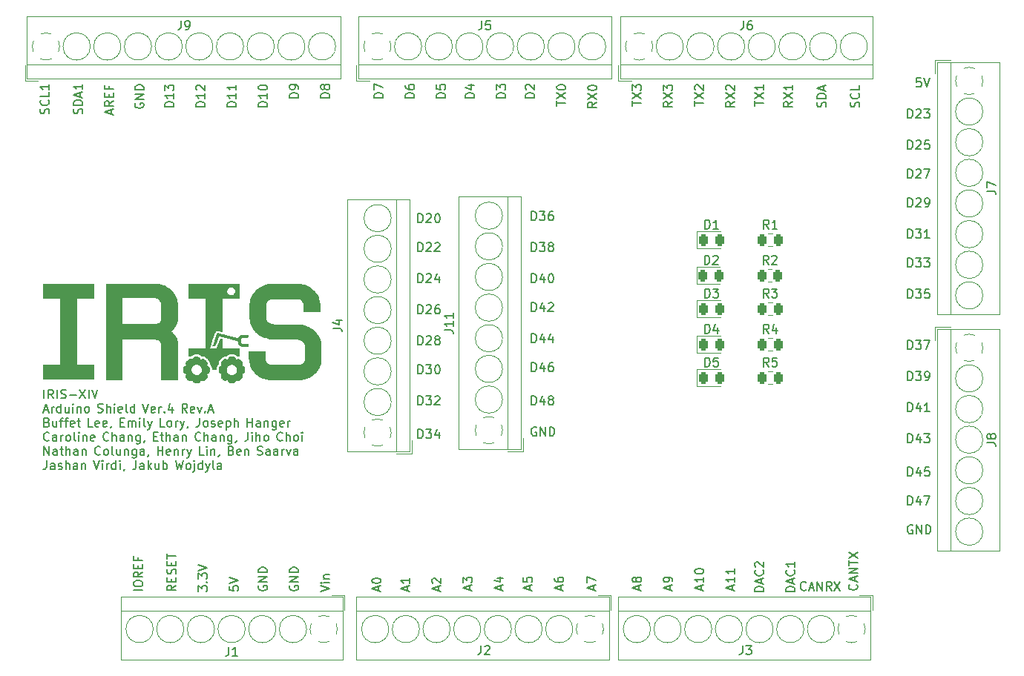
<source format=gto>
G04 #@! TF.GenerationSoftware,KiCad,Pcbnew,(7.0.0-0)*
G04 #@! TF.CreationDate,2023-12-24T21:03:28+08:00*
G04 #@! TF.ProjectId,Arduino Shield,41726475-696e-46f2-9053-6869656c642e,rev?*
G04 #@! TF.SameCoordinates,Original*
G04 #@! TF.FileFunction,Legend,Top*
G04 #@! TF.FilePolarity,Positive*
%FSLAX46Y46*%
G04 Gerber Fmt 4.6, Leading zero omitted, Abs format (unit mm)*
G04 Created by KiCad (PCBNEW (7.0.0-0)) date 2023-12-24 21:03:28*
%MOMM*%
%LPD*%
G01*
G04 APERTURE LIST*
G04 Aperture macros list*
%AMRoundRect*
0 Rectangle with rounded corners*
0 $1 Rounding radius*
0 $2 $3 $4 $5 $6 $7 $8 $9 X,Y pos of 4 corners*
0 Add a 4 corners polygon primitive as box body*
4,1,4,$2,$3,$4,$5,$6,$7,$8,$9,$2,$3,0*
0 Add four circle primitives for the rounded corners*
1,1,$1+$1,$2,$3*
1,1,$1+$1,$4,$5*
1,1,$1+$1,$6,$7*
1,1,$1+$1,$8,$9*
0 Add four rect primitives between the rounded corners*
20,1,$1+$1,$2,$3,$4,$5,0*
20,1,$1+$1,$4,$5,$6,$7,0*
20,1,$1+$1,$6,$7,$8,$9,0*
20,1,$1+$1,$8,$9,$2,$3,0*%
G04 Aperture macros list end*
%ADD10C,0.153000*%
%ADD11C,0.150000*%
%ADD12C,0.120000*%
%ADD13R,2.400000X2.400000*%
%ADD14C,2.400000*%
%ADD15RoundRect,0.243750X-0.243750X-0.456250X0.243750X-0.456250X0.243750X0.456250X-0.243750X0.456250X0*%
%ADD16RoundRect,0.250000X-0.262500X-0.450000X0.262500X-0.450000X0.262500X0.450000X-0.262500X0.450000X0*%
%ADD17O,1.727200X1.727200*%
%ADD18R,1.727200X1.727200*%
G04 APERTURE END LIST*
D10*
X80756095Y-51090380D02*
X80756095Y-50090380D01*
X80756095Y-50090380D02*
X80994190Y-50090380D01*
X80994190Y-50090380D02*
X81137047Y-50138000D01*
X81137047Y-50138000D02*
X81232285Y-50233238D01*
X81232285Y-50233238D02*
X81279904Y-50328476D01*
X81279904Y-50328476D02*
X81327523Y-50518952D01*
X81327523Y-50518952D02*
X81327523Y-50661809D01*
X81327523Y-50661809D02*
X81279904Y-50852285D01*
X81279904Y-50852285D02*
X81232285Y-50947523D01*
X81232285Y-50947523D02*
X81137047Y-51042761D01*
X81137047Y-51042761D02*
X80994190Y-51090380D01*
X80994190Y-51090380D02*
X80756095Y-51090380D01*
X82184666Y-50423714D02*
X82184666Y-51090380D01*
X81946571Y-50042761D02*
X81708476Y-50757047D01*
X81708476Y-50757047D02*
X82327523Y-50757047D01*
X82898952Y-50090380D02*
X82994190Y-50090380D01*
X82994190Y-50090380D02*
X83089428Y-50138000D01*
X83089428Y-50138000D02*
X83137047Y-50185619D01*
X83137047Y-50185619D02*
X83184666Y-50280857D01*
X83184666Y-50280857D02*
X83232285Y-50471333D01*
X83232285Y-50471333D02*
X83232285Y-50709428D01*
X83232285Y-50709428D02*
X83184666Y-50899904D01*
X83184666Y-50899904D02*
X83137047Y-50995142D01*
X83137047Y-50995142D02*
X83089428Y-51042761D01*
X83089428Y-51042761D02*
X82994190Y-51090380D01*
X82994190Y-51090380D02*
X82898952Y-51090380D01*
X82898952Y-51090380D02*
X82803714Y-51042761D01*
X82803714Y-51042761D02*
X82756095Y-50995142D01*
X82756095Y-50995142D02*
X82708476Y-50899904D01*
X82708476Y-50899904D02*
X82660857Y-50709428D01*
X82660857Y-50709428D02*
X82660857Y-50471333D01*
X82660857Y-50471333D02*
X82708476Y-50280857D01*
X82708476Y-50280857D02*
X82756095Y-50185619D01*
X82756095Y-50185619D02*
X82803714Y-50138000D01*
X82803714Y-50138000D02*
X82898952Y-50090380D01*
X117843142Y-85596476D02*
X117890761Y-85644095D01*
X117890761Y-85644095D02*
X117938380Y-85786952D01*
X117938380Y-85786952D02*
X117938380Y-85882190D01*
X117938380Y-85882190D02*
X117890761Y-86025047D01*
X117890761Y-86025047D02*
X117795523Y-86120285D01*
X117795523Y-86120285D02*
X117700285Y-86167904D01*
X117700285Y-86167904D02*
X117509809Y-86215523D01*
X117509809Y-86215523D02*
X117366952Y-86215523D01*
X117366952Y-86215523D02*
X117176476Y-86167904D01*
X117176476Y-86167904D02*
X117081238Y-86120285D01*
X117081238Y-86120285D02*
X116986000Y-86025047D01*
X116986000Y-86025047D02*
X116938380Y-85882190D01*
X116938380Y-85882190D02*
X116938380Y-85786952D01*
X116938380Y-85786952D02*
X116986000Y-85644095D01*
X116986000Y-85644095D02*
X117033619Y-85596476D01*
X117652666Y-85215523D02*
X117652666Y-84739333D01*
X117938380Y-85310761D02*
X116938380Y-84977428D01*
X116938380Y-84977428D02*
X117938380Y-84644095D01*
X117938380Y-84310761D02*
X116938380Y-84310761D01*
X116938380Y-84310761D02*
X117938380Y-83739333D01*
X117938380Y-83739333D02*
X116938380Y-83739333D01*
X116938380Y-83405999D02*
X116938380Y-82834571D01*
X117938380Y-83120285D02*
X116938380Y-83120285D01*
X116938380Y-82596475D02*
X117938380Y-81929809D01*
X116938380Y-81929809D02*
X117938380Y-82596475D01*
X42724380Y-86344142D02*
X42724380Y-85725095D01*
X42724380Y-85725095D02*
X43105333Y-86058428D01*
X43105333Y-86058428D02*
X43105333Y-85915571D01*
X43105333Y-85915571D02*
X43152952Y-85820333D01*
X43152952Y-85820333D02*
X43200571Y-85772714D01*
X43200571Y-85772714D02*
X43295809Y-85725095D01*
X43295809Y-85725095D02*
X43533904Y-85725095D01*
X43533904Y-85725095D02*
X43629142Y-85772714D01*
X43629142Y-85772714D02*
X43676761Y-85820333D01*
X43676761Y-85820333D02*
X43724380Y-85915571D01*
X43724380Y-85915571D02*
X43724380Y-86201285D01*
X43724380Y-86201285D02*
X43676761Y-86296523D01*
X43676761Y-86296523D02*
X43629142Y-86344142D01*
X43629142Y-85296523D02*
X43676761Y-85248904D01*
X43676761Y-85248904D02*
X43724380Y-85296523D01*
X43724380Y-85296523D02*
X43676761Y-85344142D01*
X43676761Y-85344142D02*
X43629142Y-85296523D01*
X43629142Y-85296523D02*
X43724380Y-85296523D01*
X42724380Y-84915571D02*
X42724380Y-84296524D01*
X42724380Y-84296524D02*
X43105333Y-84629857D01*
X43105333Y-84629857D02*
X43105333Y-84487000D01*
X43105333Y-84487000D02*
X43152952Y-84391762D01*
X43152952Y-84391762D02*
X43200571Y-84344143D01*
X43200571Y-84344143D02*
X43295809Y-84296524D01*
X43295809Y-84296524D02*
X43533904Y-84296524D01*
X43533904Y-84296524D02*
X43629142Y-84344143D01*
X43629142Y-84344143D02*
X43676761Y-84391762D01*
X43676761Y-84391762D02*
X43724380Y-84487000D01*
X43724380Y-84487000D02*
X43724380Y-84772714D01*
X43724380Y-84772714D02*
X43676761Y-84867952D01*
X43676761Y-84867952D02*
X43629142Y-84915571D01*
X42724380Y-84010809D02*
X43724380Y-83677476D01*
X43724380Y-83677476D02*
X42724380Y-83344143D01*
X70108666Y-86296523D02*
X70108666Y-85820333D01*
X70394380Y-86391761D02*
X69394380Y-86058428D01*
X69394380Y-86058428D02*
X70394380Y-85725095D01*
X69489619Y-85439380D02*
X69442000Y-85391761D01*
X69442000Y-85391761D02*
X69394380Y-85296523D01*
X69394380Y-85296523D02*
X69394380Y-85058428D01*
X69394380Y-85058428D02*
X69442000Y-84963190D01*
X69442000Y-84963190D02*
X69489619Y-84915571D01*
X69489619Y-84915571D02*
X69584857Y-84867952D01*
X69584857Y-84867952D02*
X69680095Y-84867952D01*
X69680095Y-84867952D02*
X69822952Y-84915571D01*
X69822952Y-84915571D02*
X70394380Y-85486999D01*
X70394380Y-85486999D02*
X70394380Y-84867952D01*
X67802095Y-47534380D02*
X67802095Y-46534380D01*
X67802095Y-46534380D02*
X68040190Y-46534380D01*
X68040190Y-46534380D02*
X68183047Y-46582000D01*
X68183047Y-46582000D02*
X68278285Y-46677238D01*
X68278285Y-46677238D02*
X68325904Y-46772476D01*
X68325904Y-46772476D02*
X68373523Y-46962952D01*
X68373523Y-46962952D02*
X68373523Y-47105809D01*
X68373523Y-47105809D02*
X68325904Y-47296285D01*
X68325904Y-47296285D02*
X68278285Y-47391523D01*
X68278285Y-47391523D02*
X68183047Y-47486761D01*
X68183047Y-47486761D02*
X68040190Y-47534380D01*
X68040190Y-47534380D02*
X67802095Y-47534380D01*
X68754476Y-46629619D02*
X68802095Y-46582000D01*
X68802095Y-46582000D02*
X68897333Y-46534380D01*
X68897333Y-46534380D02*
X69135428Y-46534380D01*
X69135428Y-46534380D02*
X69230666Y-46582000D01*
X69230666Y-46582000D02*
X69278285Y-46629619D01*
X69278285Y-46629619D02*
X69325904Y-46724857D01*
X69325904Y-46724857D02*
X69325904Y-46820095D01*
X69325904Y-46820095D02*
X69278285Y-46962952D01*
X69278285Y-46962952D02*
X68706857Y-47534380D01*
X68706857Y-47534380D02*
X69325904Y-47534380D01*
X69706857Y-46629619D02*
X69754476Y-46582000D01*
X69754476Y-46582000D02*
X69849714Y-46534380D01*
X69849714Y-46534380D02*
X70087809Y-46534380D01*
X70087809Y-46534380D02*
X70183047Y-46582000D01*
X70183047Y-46582000D02*
X70230666Y-46629619D01*
X70230666Y-46629619D02*
X70278285Y-46724857D01*
X70278285Y-46724857D02*
X70278285Y-46820095D01*
X70278285Y-46820095D02*
X70230666Y-46962952D01*
X70230666Y-46962952D02*
X69659238Y-47534380D01*
X69659238Y-47534380D02*
X70278285Y-47534380D01*
X67802095Y-58202380D02*
X67802095Y-57202380D01*
X67802095Y-57202380D02*
X68040190Y-57202380D01*
X68040190Y-57202380D02*
X68183047Y-57250000D01*
X68183047Y-57250000D02*
X68278285Y-57345238D01*
X68278285Y-57345238D02*
X68325904Y-57440476D01*
X68325904Y-57440476D02*
X68373523Y-57630952D01*
X68373523Y-57630952D02*
X68373523Y-57773809D01*
X68373523Y-57773809D02*
X68325904Y-57964285D01*
X68325904Y-57964285D02*
X68278285Y-58059523D01*
X68278285Y-58059523D02*
X68183047Y-58154761D01*
X68183047Y-58154761D02*
X68040190Y-58202380D01*
X68040190Y-58202380D02*
X67802095Y-58202380D01*
X68754476Y-57297619D02*
X68802095Y-57250000D01*
X68802095Y-57250000D02*
X68897333Y-57202380D01*
X68897333Y-57202380D02*
X69135428Y-57202380D01*
X69135428Y-57202380D02*
X69230666Y-57250000D01*
X69230666Y-57250000D02*
X69278285Y-57297619D01*
X69278285Y-57297619D02*
X69325904Y-57392857D01*
X69325904Y-57392857D02*
X69325904Y-57488095D01*
X69325904Y-57488095D02*
X69278285Y-57630952D01*
X69278285Y-57630952D02*
X68706857Y-58202380D01*
X68706857Y-58202380D02*
X69325904Y-58202380D01*
X69897333Y-57630952D02*
X69802095Y-57583333D01*
X69802095Y-57583333D02*
X69754476Y-57535714D01*
X69754476Y-57535714D02*
X69706857Y-57440476D01*
X69706857Y-57440476D02*
X69706857Y-57392857D01*
X69706857Y-57392857D02*
X69754476Y-57297619D01*
X69754476Y-57297619D02*
X69802095Y-57250000D01*
X69802095Y-57250000D02*
X69897333Y-57202380D01*
X69897333Y-57202380D02*
X70087809Y-57202380D01*
X70087809Y-57202380D02*
X70183047Y-57250000D01*
X70183047Y-57250000D02*
X70230666Y-57297619D01*
X70230666Y-57297619D02*
X70278285Y-57392857D01*
X70278285Y-57392857D02*
X70278285Y-57440476D01*
X70278285Y-57440476D02*
X70230666Y-57535714D01*
X70230666Y-57535714D02*
X70183047Y-57583333D01*
X70183047Y-57583333D02*
X70087809Y-57630952D01*
X70087809Y-57630952D02*
X69897333Y-57630952D01*
X69897333Y-57630952D02*
X69802095Y-57678571D01*
X69802095Y-57678571D02*
X69754476Y-57726190D01*
X69754476Y-57726190D02*
X69706857Y-57821428D01*
X69706857Y-57821428D02*
X69706857Y-58011904D01*
X69706857Y-58011904D02*
X69754476Y-58107142D01*
X69754476Y-58107142D02*
X69802095Y-58154761D01*
X69802095Y-58154761D02*
X69897333Y-58202380D01*
X69897333Y-58202380D02*
X70087809Y-58202380D01*
X70087809Y-58202380D02*
X70183047Y-58154761D01*
X70183047Y-58154761D02*
X70230666Y-58107142D01*
X70230666Y-58107142D02*
X70278285Y-58011904D01*
X70278285Y-58011904D02*
X70278285Y-57821428D01*
X70278285Y-57821428D02*
X70230666Y-57726190D01*
X70230666Y-57726190D02*
X70183047Y-57678571D01*
X70183047Y-57678571D02*
X70087809Y-57630952D01*
X63250666Y-86296523D02*
X63250666Y-85820333D01*
X63536380Y-86391761D02*
X62536380Y-86058428D01*
X62536380Y-86058428D02*
X63536380Y-85725095D01*
X62536380Y-85201285D02*
X62536380Y-85106047D01*
X62536380Y-85106047D02*
X62584000Y-85010809D01*
X62584000Y-85010809D02*
X62631619Y-84963190D01*
X62631619Y-84963190D02*
X62726857Y-84915571D01*
X62726857Y-84915571D02*
X62917333Y-84867952D01*
X62917333Y-84867952D02*
X63155428Y-84867952D01*
X63155428Y-84867952D02*
X63345904Y-84915571D01*
X63345904Y-84915571D02*
X63441142Y-84963190D01*
X63441142Y-84963190D02*
X63488761Y-85010809D01*
X63488761Y-85010809D02*
X63536380Y-85106047D01*
X63536380Y-85106047D02*
X63536380Y-85201285D01*
X63536380Y-85201285D02*
X63488761Y-85296523D01*
X63488761Y-85296523D02*
X63441142Y-85344142D01*
X63441142Y-85344142D02*
X63345904Y-85391761D01*
X63345904Y-85391761D02*
X63155428Y-85439380D01*
X63155428Y-85439380D02*
X62917333Y-85439380D01*
X62917333Y-85439380D02*
X62726857Y-85391761D01*
X62726857Y-85391761D02*
X62631619Y-85344142D01*
X62631619Y-85344142D02*
X62584000Y-85296523D01*
X62584000Y-85296523D02*
X62536380Y-85201285D01*
X123682095Y-35850380D02*
X123682095Y-34850380D01*
X123682095Y-34850380D02*
X123920190Y-34850380D01*
X123920190Y-34850380D02*
X124063047Y-34898000D01*
X124063047Y-34898000D02*
X124158285Y-34993238D01*
X124158285Y-34993238D02*
X124205904Y-35088476D01*
X124205904Y-35088476D02*
X124253523Y-35278952D01*
X124253523Y-35278952D02*
X124253523Y-35421809D01*
X124253523Y-35421809D02*
X124205904Y-35612285D01*
X124205904Y-35612285D02*
X124158285Y-35707523D01*
X124158285Y-35707523D02*
X124063047Y-35802761D01*
X124063047Y-35802761D02*
X123920190Y-35850380D01*
X123920190Y-35850380D02*
X123682095Y-35850380D01*
X124634476Y-34945619D02*
X124682095Y-34898000D01*
X124682095Y-34898000D02*
X124777333Y-34850380D01*
X124777333Y-34850380D02*
X125015428Y-34850380D01*
X125015428Y-34850380D02*
X125110666Y-34898000D01*
X125110666Y-34898000D02*
X125158285Y-34945619D01*
X125158285Y-34945619D02*
X125205904Y-35040857D01*
X125205904Y-35040857D02*
X125205904Y-35136095D01*
X125205904Y-35136095D02*
X125158285Y-35278952D01*
X125158285Y-35278952D02*
X124586857Y-35850380D01*
X124586857Y-35850380D02*
X125205904Y-35850380D01*
X126110666Y-34850380D02*
X125634476Y-34850380D01*
X125634476Y-34850380D02*
X125586857Y-35326571D01*
X125586857Y-35326571D02*
X125634476Y-35278952D01*
X125634476Y-35278952D02*
X125729714Y-35231333D01*
X125729714Y-35231333D02*
X125967809Y-35231333D01*
X125967809Y-35231333D02*
X126063047Y-35278952D01*
X126063047Y-35278952D02*
X126110666Y-35326571D01*
X126110666Y-35326571D02*
X126158285Y-35421809D01*
X126158285Y-35421809D02*
X126158285Y-35659904D01*
X126158285Y-35659904D02*
X126110666Y-35755142D01*
X126110666Y-35755142D02*
X126063047Y-35802761D01*
X126063047Y-35802761D02*
X125967809Y-35850380D01*
X125967809Y-35850380D02*
X125729714Y-35850380D01*
X125729714Y-35850380D02*
X125634476Y-35802761D01*
X125634476Y-35802761D02*
X125586857Y-35755142D01*
X112061523Y-86174142D02*
X112013904Y-86221761D01*
X112013904Y-86221761D02*
X111871047Y-86269380D01*
X111871047Y-86269380D02*
X111775809Y-86269380D01*
X111775809Y-86269380D02*
X111632952Y-86221761D01*
X111632952Y-86221761D02*
X111537714Y-86126523D01*
X111537714Y-86126523D02*
X111490095Y-86031285D01*
X111490095Y-86031285D02*
X111442476Y-85840809D01*
X111442476Y-85840809D02*
X111442476Y-85697952D01*
X111442476Y-85697952D02*
X111490095Y-85507476D01*
X111490095Y-85507476D02*
X111537714Y-85412238D01*
X111537714Y-85412238D02*
X111632952Y-85317000D01*
X111632952Y-85317000D02*
X111775809Y-85269380D01*
X111775809Y-85269380D02*
X111871047Y-85269380D01*
X111871047Y-85269380D02*
X112013904Y-85317000D01*
X112013904Y-85317000D02*
X112061523Y-85364619D01*
X112442476Y-85983666D02*
X112918666Y-85983666D01*
X112347238Y-86269380D02*
X112680571Y-85269380D01*
X112680571Y-85269380D02*
X113013904Y-86269380D01*
X113347238Y-86269380D02*
X113347238Y-85269380D01*
X113347238Y-85269380D02*
X113918666Y-86269380D01*
X113918666Y-86269380D02*
X113918666Y-85269380D01*
X114966285Y-86269380D02*
X114632952Y-85793190D01*
X114394857Y-86269380D02*
X114394857Y-85269380D01*
X114394857Y-85269380D02*
X114775809Y-85269380D01*
X114775809Y-85269380D02*
X114871047Y-85317000D01*
X114871047Y-85317000D02*
X114918666Y-85364619D01*
X114918666Y-85364619D02*
X114966285Y-85459857D01*
X114966285Y-85459857D02*
X114966285Y-85602714D01*
X114966285Y-85602714D02*
X114918666Y-85697952D01*
X114918666Y-85697952D02*
X114871047Y-85745571D01*
X114871047Y-85745571D02*
X114775809Y-85793190D01*
X114775809Y-85793190D02*
X114394857Y-85793190D01*
X115299619Y-85269380D02*
X115966285Y-86269380D01*
X115966285Y-85269380D02*
X115299619Y-86269380D01*
X49630000Y-85725095D02*
X49582380Y-85820333D01*
X49582380Y-85820333D02*
X49582380Y-85963190D01*
X49582380Y-85963190D02*
X49630000Y-86106047D01*
X49630000Y-86106047D02*
X49725238Y-86201285D01*
X49725238Y-86201285D02*
X49820476Y-86248904D01*
X49820476Y-86248904D02*
X50010952Y-86296523D01*
X50010952Y-86296523D02*
X50153809Y-86296523D01*
X50153809Y-86296523D02*
X50344285Y-86248904D01*
X50344285Y-86248904D02*
X50439523Y-86201285D01*
X50439523Y-86201285D02*
X50534761Y-86106047D01*
X50534761Y-86106047D02*
X50582380Y-85963190D01*
X50582380Y-85963190D02*
X50582380Y-85867952D01*
X50582380Y-85867952D02*
X50534761Y-85725095D01*
X50534761Y-85725095D02*
X50487142Y-85677476D01*
X50487142Y-85677476D02*
X50153809Y-85677476D01*
X50153809Y-85677476D02*
X50153809Y-85867952D01*
X50582380Y-85248904D02*
X49582380Y-85248904D01*
X49582380Y-85248904D02*
X50582380Y-84677476D01*
X50582380Y-84677476D02*
X49582380Y-84677476D01*
X50582380Y-84201285D02*
X49582380Y-84201285D01*
X49582380Y-84201285D02*
X49582380Y-83963190D01*
X49582380Y-83963190D02*
X49630000Y-83820333D01*
X49630000Y-83820333D02*
X49725238Y-83725095D01*
X49725238Y-83725095D02*
X49820476Y-83677476D01*
X49820476Y-83677476D02*
X50010952Y-83629857D01*
X50010952Y-83629857D02*
X50153809Y-83629857D01*
X50153809Y-83629857D02*
X50344285Y-83677476D01*
X50344285Y-83677476D02*
X50439523Y-83725095D01*
X50439523Y-83725095D02*
X50534761Y-83820333D01*
X50534761Y-83820333D02*
X50582380Y-83963190D01*
X50582380Y-83963190D02*
X50582380Y-84201285D01*
X39914380Y-31003904D02*
X38914380Y-31003904D01*
X38914380Y-31003904D02*
X38914380Y-30765809D01*
X38914380Y-30765809D02*
X38962000Y-30622952D01*
X38962000Y-30622952D02*
X39057238Y-30527714D01*
X39057238Y-30527714D02*
X39152476Y-30480095D01*
X39152476Y-30480095D02*
X39342952Y-30432476D01*
X39342952Y-30432476D02*
X39485809Y-30432476D01*
X39485809Y-30432476D02*
X39676285Y-30480095D01*
X39676285Y-30480095D02*
X39771523Y-30527714D01*
X39771523Y-30527714D02*
X39866761Y-30622952D01*
X39866761Y-30622952D02*
X39914380Y-30765809D01*
X39914380Y-30765809D02*
X39914380Y-31003904D01*
X39914380Y-29480095D02*
X39914380Y-30051523D01*
X39914380Y-29765809D02*
X38914380Y-29765809D01*
X38914380Y-29765809D02*
X39057238Y-29861047D01*
X39057238Y-29861047D02*
X39152476Y-29956285D01*
X39152476Y-29956285D02*
X39200095Y-30051523D01*
X38914380Y-29146761D02*
X38914380Y-28527714D01*
X38914380Y-28527714D02*
X39295333Y-28861047D01*
X39295333Y-28861047D02*
X39295333Y-28718190D01*
X39295333Y-28718190D02*
X39342952Y-28622952D01*
X39342952Y-28622952D02*
X39390571Y-28575333D01*
X39390571Y-28575333D02*
X39485809Y-28527714D01*
X39485809Y-28527714D02*
X39723904Y-28527714D01*
X39723904Y-28527714D02*
X39819142Y-28575333D01*
X39819142Y-28575333D02*
X39866761Y-28622952D01*
X39866761Y-28622952D02*
X39914380Y-28718190D01*
X39914380Y-28718190D02*
X39914380Y-29003904D01*
X39914380Y-29003904D02*
X39866761Y-29099142D01*
X39866761Y-29099142D02*
X39819142Y-29146761D01*
X32770666Y-31813523D02*
X32770666Y-31337333D01*
X33056380Y-31908761D02*
X32056380Y-31575428D01*
X32056380Y-31575428D02*
X33056380Y-31242095D01*
X33056380Y-30337333D02*
X32580190Y-30670666D01*
X33056380Y-30908761D02*
X32056380Y-30908761D01*
X32056380Y-30908761D02*
X32056380Y-30527809D01*
X32056380Y-30527809D02*
X32104000Y-30432571D01*
X32104000Y-30432571D02*
X32151619Y-30384952D01*
X32151619Y-30384952D02*
X32246857Y-30337333D01*
X32246857Y-30337333D02*
X32389714Y-30337333D01*
X32389714Y-30337333D02*
X32484952Y-30384952D01*
X32484952Y-30384952D02*
X32532571Y-30432571D01*
X32532571Y-30432571D02*
X32580190Y-30527809D01*
X32580190Y-30527809D02*
X32580190Y-30908761D01*
X32532571Y-29908761D02*
X32532571Y-29575428D01*
X33056380Y-29432571D02*
X33056380Y-29908761D01*
X33056380Y-29908761D02*
X32056380Y-29908761D01*
X32056380Y-29908761D02*
X32056380Y-29432571D01*
X32532571Y-28670666D02*
X32532571Y-29003999D01*
X33056380Y-29003999D02*
X32056380Y-29003999D01*
X32056380Y-29003999D02*
X32056380Y-28527809D01*
X123682095Y-39152380D02*
X123682095Y-38152380D01*
X123682095Y-38152380D02*
X123920190Y-38152380D01*
X123920190Y-38152380D02*
X124063047Y-38200000D01*
X124063047Y-38200000D02*
X124158285Y-38295238D01*
X124158285Y-38295238D02*
X124205904Y-38390476D01*
X124205904Y-38390476D02*
X124253523Y-38580952D01*
X124253523Y-38580952D02*
X124253523Y-38723809D01*
X124253523Y-38723809D02*
X124205904Y-38914285D01*
X124205904Y-38914285D02*
X124158285Y-39009523D01*
X124158285Y-39009523D02*
X124063047Y-39104761D01*
X124063047Y-39104761D02*
X123920190Y-39152380D01*
X123920190Y-39152380D02*
X123682095Y-39152380D01*
X124634476Y-38247619D02*
X124682095Y-38200000D01*
X124682095Y-38200000D02*
X124777333Y-38152380D01*
X124777333Y-38152380D02*
X125015428Y-38152380D01*
X125015428Y-38152380D02*
X125110666Y-38200000D01*
X125110666Y-38200000D02*
X125158285Y-38247619D01*
X125158285Y-38247619D02*
X125205904Y-38342857D01*
X125205904Y-38342857D02*
X125205904Y-38438095D01*
X125205904Y-38438095D02*
X125158285Y-38580952D01*
X125158285Y-38580952D02*
X124586857Y-39152380D01*
X124586857Y-39152380D02*
X125205904Y-39152380D01*
X125539238Y-38152380D02*
X126205904Y-38152380D01*
X126205904Y-38152380D02*
X125777333Y-39152380D01*
X107224380Y-86375904D02*
X106224380Y-86375904D01*
X106224380Y-86375904D02*
X106224380Y-86137809D01*
X106224380Y-86137809D02*
X106272000Y-85994952D01*
X106272000Y-85994952D02*
X106367238Y-85899714D01*
X106367238Y-85899714D02*
X106462476Y-85852095D01*
X106462476Y-85852095D02*
X106652952Y-85804476D01*
X106652952Y-85804476D02*
X106795809Y-85804476D01*
X106795809Y-85804476D02*
X106986285Y-85852095D01*
X106986285Y-85852095D02*
X107081523Y-85899714D01*
X107081523Y-85899714D02*
X107176761Y-85994952D01*
X107176761Y-85994952D02*
X107224380Y-86137809D01*
X107224380Y-86137809D02*
X107224380Y-86375904D01*
X106938666Y-85423523D02*
X106938666Y-84947333D01*
X107224380Y-85518761D02*
X106224380Y-85185428D01*
X106224380Y-85185428D02*
X107224380Y-84852095D01*
X107129142Y-83947333D02*
X107176761Y-83994952D01*
X107176761Y-83994952D02*
X107224380Y-84137809D01*
X107224380Y-84137809D02*
X107224380Y-84233047D01*
X107224380Y-84233047D02*
X107176761Y-84375904D01*
X107176761Y-84375904D02*
X107081523Y-84471142D01*
X107081523Y-84471142D02*
X106986285Y-84518761D01*
X106986285Y-84518761D02*
X106795809Y-84566380D01*
X106795809Y-84566380D02*
X106652952Y-84566380D01*
X106652952Y-84566380D02*
X106462476Y-84518761D01*
X106462476Y-84518761D02*
X106367238Y-84471142D01*
X106367238Y-84471142D02*
X106272000Y-84375904D01*
X106272000Y-84375904D02*
X106224380Y-84233047D01*
X106224380Y-84233047D02*
X106224380Y-84137809D01*
X106224380Y-84137809D02*
X106272000Y-83994952D01*
X106272000Y-83994952D02*
X106319619Y-83947333D01*
X106319619Y-83566380D02*
X106272000Y-83518761D01*
X106272000Y-83518761D02*
X106224380Y-83423523D01*
X106224380Y-83423523D02*
X106224380Y-83185428D01*
X106224380Y-83185428D02*
X106272000Y-83090190D01*
X106272000Y-83090190D02*
X106319619Y-83042571D01*
X106319619Y-83042571D02*
X106414857Y-82994952D01*
X106414857Y-82994952D02*
X106510095Y-82994952D01*
X106510095Y-82994952D02*
X106652952Y-83042571D01*
X106652952Y-83042571D02*
X107224380Y-83613999D01*
X107224380Y-83613999D02*
X107224380Y-82994952D01*
X43470380Y-31003904D02*
X42470380Y-31003904D01*
X42470380Y-31003904D02*
X42470380Y-30765809D01*
X42470380Y-30765809D02*
X42518000Y-30622952D01*
X42518000Y-30622952D02*
X42613238Y-30527714D01*
X42613238Y-30527714D02*
X42708476Y-30480095D01*
X42708476Y-30480095D02*
X42898952Y-30432476D01*
X42898952Y-30432476D02*
X43041809Y-30432476D01*
X43041809Y-30432476D02*
X43232285Y-30480095D01*
X43232285Y-30480095D02*
X43327523Y-30527714D01*
X43327523Y-30527714D02*
X43422761Y-30622952D01*
X43422761Y-30622952D02*
X43470380Y-30765809D01*
X43470380Y-30765809D02*
X43470380Y-31003904D01*
X43470380Y-29480095D02*
X43470380Y-30051523D01*
X43470380Y-29765809D02*
X42470380Y-29765809D01*
X42470380Y-29765809D02*
X42613238Y-29861047D01*
X42613238Y-29861047D02*
X42708476Y-29956285D01*
X42708476Y-29956285D02*
X42756095Y-30051523D01*
X42565619Y-29099142D02*
X42518000Y-29051523D01*
X42518000Y-29051523D02*
X42470380Y-28956285D01*
X42470380Y-28956285D02*
X42470380Y-28718190D01*
X42470380Y-28718190D02*
X42518000Y-28622952D01*
X42518000Y-28622952D02*
X42565619Y-28575333D01*
X42565619Y-28575333D02*
X42660857Y-28527714D01*
X42660857Y-28527714D02*
X42756095Y-28527714D01*
X42756095Y-28527714D02*
X42898952Y-28575333D01*
X42898952Y-28575333D02*
X43470380Y-29146761D01*
X43470380Y-29146761D02*
X43470380Y-28527714D01*
X110780380Y-86375904D02*
X109780380Y-86375904D01*
X109780380Y-86375904D02*
X109780380Y-86137809D01*
X109780380Y-86137809D02*
X109828000Y-85994952D01*
X109828000Y-85994952D02*
X109923238Y-85899714D01*
X109923238Y-85899714D02*
X110018476Y-85852095D01*
X110018476Y-85852095D02*
X110208952Y-85804476D01*
X110208952Y-85804476D02*
X110351809Y-85804476D01*
X110351809Y-85804476D02*
X110542285Y-85852095D01*
X110542285Y-85852095D02*
X110637523Y-85899714D01*
X110637523Y-85899714D02*
X110732761Y-85994952D01*
X110732761Y-85994952D02*
X110780380Y-86137809D01*
X110780380Y-86137809D02*
X110780380Y-86375904D01*
X110494666Y-85423523D02*
X110494666Y-84947333D01*
X110780380Y-85518761D02*
X109780380Y-85185428D01*
X109780380Y-85185428D02*
X110780380Y-84852095D01*
X110685142Y-83947333D02*
X110732761Y-83994952D01*
X110732761Y-83994952D02*
X110780380Y-84137809D01*
X110780380Y-84137809D02*
X110780380Y-84233047D01*
X110780380Y-84233047D02*
X110732761Y-84375904D01*
X110732761Y-84375904D02*
X110637523Y-84471142D01*
X110637523Y-84471142D02*
X110542285Y-84518761D01*
X110542285Y-84518761D02*
X110351809Y-84566380D01*
X110351809Y-84566380D02*
X110208952Y-84566380D01*
X110208952Y-84566380D02*
X110018476Y-84518761D01*
X110018476Y-84518761D02*
X109923238Y-84471142D01*
X109923238Y-84471142D02*
X109828000Y-84375904D01*
X109828000Y-84375904D02*
X109780380Y-84233047D01*
X109780380Y-84233047D02*
X109780380Y-84137809D01*
X109780380Y-84137809D02*
X109828000Y-83994952D01*
X109828000Y-83994952D02*
X109875619Y-83947333D01*
X110780380Y-82994952D02*
X110780380Y-83566380D01*
X110780380Y-83280666D02*
X109780380Y-83280666D01*
X109780380Y-83280666D02*
X109923238Y-83375904D01*
X109923238Y-83375904D02*
X110018476Y-83471142D01*
X110018476Y-83471142D02*
X110066095Y-83566380D01*
X67802095Y-54646380D02*
X67802095Y-53646380D01*
X67802095Y-53646380D02*
X68040190Y-53646380D01*
X68040190Y-53646380D02*
X68183047Y-53694000D01*
X68183047Y-53694000D02*
X68278285Y-53789238D01*
X68278285Y-53789238D02*
X68325904Y-53884476D01*
X68325904Y-53884476D02*
X68373523Y-54074952D01*
X68373523Y-54074952D02*
X68373523Y-54217809D01*
X68373523Y-54217809D02*
X68325904Y-54408285D01*
X68325904Y-54408285D02*
X68278285Y-54503523D01*
X68278285Y-54503523D02*
X68183047Y-54598761D01*
X68183047Y-54598761D02*
X68040190Y-54646380D01*
X68040190Y-54646380D02*
X67802095Y-54646380D01*
X68754476Y-53741619D02*
X68802095Y-53694000D01*
X68802095Y-53694000D02*
X68897333Y-53646380D01*
X68897333Y-53646380D02*
X69135428Y-53646380D01*
X69135428Y-53646380D02*
X69230666Y-53694000D01*
X69230666Y-53694000D02*
X69278285Y-53741619D01*
X69278285Y-53741619D02*
X69325904Y-53836857D01*
X69325904Y-53836857D02*
X69325904Y-53932095D01*
X69325904Y-53932095D02*
X69278285Y-54074952D01*
X69278285Y-54074952D02*
X68706857Y-54646380D01*
X68706857Y-54646380D02*
X69325904Y-54646380D01*
X70183047Y-53646380D02*
X69992571Y-53646380D01*
X69992571Y-53646380D02*
X69897333Y-53694000D01*
X69897333Y-53694000D02*
X69849714Y-53741619D01*
X69849714Y-53741619D02*
X69754476Y-53884476D01*
X69754476Y-53884476D02*
X69706857Y-54074952D01*
X69706857Y-54074952D02*
X69706857Y-54455904D01*
X69706857Y-54455904D02*
X69754476Y-54551142D01*
X69754476Y-54551142D02*
X69802095Y-54598761D01*
X69802095Y-54598761D02*
X69897333Y-54646380D01*
X69897333Y-54646380D02*
X70087809Y-54646380D01*
X70087809Y-54646380D02*
X70183047Y-54598761D01*
X70183047Y-54598761D02*
X70230666Y-54551142D01*
X70230666Y-54551142D02*
X70278285Y-54455904D01*
X70278285Y-54455904D02*
X70278285Y-54217809D01*
X70278285Y-54217809D02*
X70230666Y-54122571D01*
X70230666Y-54122571D02*
X70183047Y-54074952D01*
X70183047Y-54074952D02*
X70087809Y-54027333D01*
X70087809Y-54027333D02*
X69897333Y-54027333D01*
X69897333Y-54027333D02*
X69802095Y-54074952D01*
X69802095Y-54074952D02*
X69754476Y-54122571D01*
X69754476Y-54122571D02*
X69706857Y-54217809D01*
X106224380Y-30892761D02*
X106224380Y-30321333D01*
X107224380Y-30607047D02*
X106224380Y-30607047D01*
X106224380Y-30083237D02*
X107224380Y-29416571D01*
X106224380Y-29416571D02*
X107224380Y-30083237D01*
X107224380Y-28511809D02*
X107224380Y-29083237D01*
X107224380Y-28797523D02*
X106224380Y-28797523D01*
X106224380Y-28797523D02*
X106367238Y-28892761D01*
X106367238Y-28892761D02*
X106462476Y-28987999D01*
X106462476Y-28987999D02*
X106510095Y-29083237D01*
X80756095Y-47534380D02*
X80756095Y-46534380D01*
X80756095Y-46534380D02*
X80994190Y-46534380D01*
X80994190Y-46534380D02*
X81137047Y-46582000D01*
X81137047Y-46582000D02*
X81232285Y-46677238D01*
X81232285Y-46677238D02*
X81279904Y-46772476D01*
X81279904Y-46772476D02*
X81327523Y-46962952D01*
X81327523Y-46962952D02*
X81327523Y-47105809D01*
X81327523Y-47105809D02*
X81279904Y-47296285D01*
X81279904Y-47296285D02*
X81232285Y-47391523D01*
X81232285Y-47391523D02*
X81137047Y-47486761D01*
X81137047Y-47486761D02*
X80994190Y-47534380D01*
X80994190Y-47534380D02*
X80756095Y-47534380D01*
X81660857Y-46534380D02*
X82279904Y-46534380D01*
X82279904Y-46534380D02*
X81946571Y-46915333D01*
X81946571Y-46915333D02*
X82089428Y-46915333D01*
X82089428Y-46915333D02*
X82184666Y-46962952D01*
X82184666Y-46962952D02*
X82232285Y-47010571D01*
X82232285Y-47010571D02*
X82279904Y-47105809D01*
X82279904Y-47105809D02*
X82279904Y-47343904D01*
X82279904Y-47343904D02*
X82232285Y-47439142D01*
X82232285Y-47439142D02*
X82184666Y-47486761D01*
X82184666Y-47486761D02*
X82089428Y-47534380D01*
X82089428Y-47534380D02*
X81803714Y-47534380D01*
X81803714Y-47534380D02*
X81708476Y-47486761D01*
X81708476Y-47486761D02*
X81660857Y-47439142D01*
X82851333Y-46962952D02*
X82756095Y-46915333D01*
X82756095Y-46915333D02*
X82708476Y-46867714D01*
X82708476Y-46867714D02*
X82660857Y-46772476D01*
X82660857Y-46772476D02*
X82660857Y-46724857D01*
X82660857Y-46724857D02*
X82708476Y-46629619D01*
X82708476Y-46629619D02*
X82756095Y-46582000D01*
X82756095Y-46582000D02*
X82851333Y-46534380D01*
X82851333Y-46534380D02*
X83041809Y-46534380D01*
X83041809Y-46534380D02*
X83137047Y-46582000D01*
X83137047Y-46582000D02*
X83184666Y-46629619D01*
X83184666Y-46629619D02*
X83232285Y-46724857D01*
X83232285Y-46724857D02*
X83232285Y-46772476D01*
X83232285Y-46772476D02*
X83184666Y-46867714D01*
X83184666Y-46867714D02*
X83137047Y-46915333D01*
X83137047Y-46915333D02*
X83041809Y-46962952D01*
X83041809Y-46962952D02*
X82851333Y-46962952D01*
X82851333Y-46962952D02*
X82756095Y-47010571D01*
X82756095Y-47010571D02*
X82708476Y-47058190D01*
X82708476Y-47058190D02*
X82660857Y-47153428D01*
X82660857Y-47153428D02*
X82660857Y-47343904D01*
X82660857Y-47343904D02*
X82708476Y-47439142D01*
X82708476Y-47439142D02*
X82756095Y-47486761D01*
X82756095Y-47486761D02*
X82851333Y-47534380D01*
X82851333Y-47534380D02*
X83041809Y-47534380D01*
X83041809Y-47534380D02*
X83137047Y-47486761D01*
X83137047Y-47486761D02*
X83184666Y-47439142D01*
X83184666Y-47439142D02*
X83232285Y-47343904D01*
X83232285Y-47343904D02*
X83232285Y-47153428D01*
X83232285Y-47153428D02*
X83184666Y-47058190D01*
X83184666Y-47058190D02*
X83137047Y-47010571D01*
X83137047Y-47010571D02*
X83041809Y-46962952D01*
X70902380Y-29987904D02*
X69902380Y-29987904D01*
X69902380Y-29987904D02*
X69902380Y-29749809D01*
X69902380Y-29749809D02*
X69950000Y-29606952D01*
X69950000Y-29606952D02*
X70045238Y-29511714D01*
X70045238Y-29511714D02*
X70140476Y-29464095D01*
X70140476Y-29464095D02*
X70330952Y-29416476D01*
X70330952Y-29416476D02*
X70473809Y-29416476D01*
X70473809Y-29416476D02*
X70664285Y-29464095D01*
X70664285Y-29464095D02*
X70759523Y-29511714D01*
X70759523Y-29511714D02*
X70854761Y-29606952D01*
X70854761Y-29606952D02*
X70902380Y-29749809D01*
X70902380Y-29749809D02*
X70902380Y-29987904D01*
X69902380Y-28511714D02*
X69902380Y-28987904D01*
X69902380Y-28987904D02*
X70378571Y-29035523D01*
X70378571Y-29035523D02*
X70330952Y-28987904D01*
X70330952Y-28987904D02*
X70283333Y-28892666D01*
X70283333Y-28892666D02*
X70283333Y-28654571D01*
X70283333Y-28654571D02*
X70330952Y-28559333D01*
X70330952Y-28559333D02*
X70378571Y-28511714D01*
X70378571Y-28511714D02*
X70473809Y-28464095D01*
X70473809Y-28464095D02*
X70711904Y-28464095D01*
X70711904Y-28464095D02*
X70807142Y-28511714D01*
X70807142Y-28511714D02*
X70854761Y-28559333D01*
X70854761Y-28559333D02*
X70902380Y-28654571D01*
X70902380Y-28654571D02*
X70902380Y-28892666D01*
X70902380Y-28892666D02*
X70854761Y-28987904D01*
X70854761Y-28987904D02*
X70807142Y-29035523D01*
X67802095Y-61504380D02*
X67802095Y-60504380D01*
X67802095Y-60504380D02*
X68040190Y-60504380D01*
X68040190Y-60504380D02*
X68183047Y-60552000D01*
X68183047Y-60552000D02*
X68278285Y-60647238D01*
X68278285Y-60647238D02*
X68325904Y-60742476D01*
X68325904Y-60742476D02*
X68373523Y-60932952D01*
X68373523Y-60932952D02*
X68373523Y-61075809D01*
X68373523Y-61075809D02*
X68325904Y-61266285D01*
X68325904Y-61266285D02*
X68278285Y-61361523D01*
X68278285Y-61361523D02*
X68183047Y-61456761D01*
X68183047Y-61456761D02*
X68040190Y-61504380D01*
X68040190Y-61504380D02*
X67802095Y-61504380D01*
X68706857Y-60504380D02*
X69325904Y-60504380D01*
X69325904Y-60504380D02*
X68992571Y-60885333D01*
X68992571Y-60885333D02*
X69135428Y-60885333D01*
X69135428Y-60885333D02*
X69230666Y-60932952D01*
X69230666Y-60932952D02*
X69278285Y-60980571D01*
X69278285Y-60980571D02*
X69325904Y-61075809D01*
X69325904Y-61075809D02*
X69325904Y-61313904D01*
X69325904Y-61313904D02*
X69278285Y-61409142D01*
X69278285Y-61409142D02*
X69230666Y-61456761D01*
X69230666Y-61456761D02*
X69135428Y-61504380D01*
X69135428Y-61504380D02*
X68849714Y-61504380D01*
X68849714Y-61504380D02*
X68754476Y-61456761D01*
X68754476Y-61456761D02*
X68706857Y-61409142D01*
X69944952Y-60504380D02*
X70040190Y-60504380D01*
X70040190Y-60504380D02*
X70135428Y-60552000D01*
X70135428Y-60552000D02*
X70183047Y-60599619D01*
X70183047Y-60599619D02*
X70230666Y-60694857D01*
X70230666Y-60694857D02*
X70278285Y-60885333D01*
X70278285Y-60885333D02*
X70278285Y-61123428D01*
X70278285Y-61123428D02*
X70230666Y-61313904D01*
X70230666Y-61313904D02*
X70183047Y-61409142D01*
X70183047Y-61409142D02*
X70135428Y-61456761D01*
X70135428Y-61456761D02*
X70040190Y-61504380D01*
X70040190Y-61504380D02*
X69944952Y-61504380D01*
X69944952Y-61504380D02*
X69849714Y-61456761D01*
X69849714Y-61456761D02*
X69802095Y-61409142D01*
X69802095Y-61409142D02*
X69754476Y-61313904D01*
X69754476Y-61313904D02*
X69706857Y-61123428D01*
X69706857Y-61123428D02*
X69706857Y-60885333D01*
X69706857Y-60885333D02*
X69754476Y-60694857D01*
X69754476Y-60694857D02*
X69802095Y-60599619D01*
X69802095Y-60599619D02*
X69849714Y-60552000D01*
X69849714Y-60552000D02*
X69944952Y-60504380D01*
X100080666Y-86169523D02*
X100080666Y-85693333D01*
X100366380Y-86264761D02*
X99366380Y-85931428D01*
X99366380Y-85931428D02*
X100366380Y-85598095D01*
X100366380Y-84740952D02*
X100366380Y-85312380D01*
X100366380Y-85026666D02*
X99366380Y-85026666D01*
X99366380Y-85026666D02*
X99509238Y-85121904D01*
X99509238Y-85121904D02*
X99604476Y-85217142D01*
X99604476Y-85217142D02*
X99652095Y-85312380D01*
X99366380Y-84121904D02*
X99366380Y-84026666D01*
X99366380Y-84026666D02*
X99414000Y-83931428D01*
X99414000Y-83931428D02*
X99461619Y-83883809D01*
X99461619Y-83883809D02*
X99556857Y-83836190D01*
X99556857Y-83836190D02*
X99747333Y-83788571D01*
X99747333Y-83788571D02*
X99985428Y-83788571D01*
X99985428Y-83788571D02*
X100175904Y-83836190D01*
X100175904Y-83836190D02*
X100271142Y-83883809D01*
X100271142Y-83883809D02*
X100318761Y-83931428D01*
X100318761Y-83931428D02*
X100366380Y-84026666D01*
X100366380Y-84026666D02*
X100366380Y-84121904D01*
X100366380Y-84121904D02*
X100318761Y-84217142D01*
X100318761Y-84217142D02*
X100271142Y-84264761D01*
X100271142Y-84264761D02*
X100175904Y-84312380D01*
X100175904Y-84312380D02*
X99985428Y-84359999D01*
X99985428Y-84359999D02*
X99747333Y-84359999D01*
X99747333Y-84359999D02*
X99556857Y-84312380D01*
X99556857Y-84312380D02*
X99461619Y-84264761D01*
X99461619Y-84264761D02*
X99414000Y-84217142D01*
X99414000Y-84217142D02*
X99366380Y-84121904D01*
X92968666Y-86169523D02*
X92968666Y-85693333D01*
X93254380Y-86264761D02*
X92254380Y-85931428D01*
X92254380Y-85931428D02*
X93254380Y-85598095D01*
X92682952Y-85121904D02*
X92635333Y-85217142D01*
X92635333Y-85217142D02*
X92587714Y-85264761D01*
X92587714Y-85264761D02*
X92492476Y-85312380D01*
X92492476Y-85312380D02*
X92444857Y-85312380D01*
X92444857Y-85312380D02*
X92349619Y-85264761D01*
X92349619Y-85264761D02*
X92302000Y-85217142D01*
X92302000Y-85217142D02*
X92254380Y-85121904D01*
X92254380Y-85121904D02*
X92254380Y-84931428D01*
X92254380Y-84931428D02*
X92302000Y-84836190D01*
X92302000Y-84836190D02*
X92349619Y-84788571D01*
X92349619Y-84788571D02*
X92444857Y-84740952D01*
X92444857Y-84740952D02*
X92492476Y-84740952D01*
X92492476Y-84740952D02*
X92587714Y-84788571D01*
X92587714Y-84788571D02*
X92635333Y-84836190D01*
X92635333Y-84836190D02*
X92682952Y-84931428D01*
X92682952Y-84931428D02*
X92682952Y-85121904D01*
X92682952Y-85121904D02*
X92730571Y-85217142D01*
X92730571Y-85217142D02*
X92778190Y-85264761D01*
X92778190Y-85264761D02*
X92873428Y-85312380D01*
X92873428Y-85312380D02*
X93063904Y-85312380D01*
X93063904Y-85312380D02*
X93159142Y-85264761D01*
X93159142Y-85264761D02*
X93206761Y-85217142D01*
X93206761Y-85217142D02*
X93254380Y-85121904D01*
X93254380Y-85121904D02*
X93254380Y-84931428D01*
X93254380Y-84931428D02*
X93206761Y-84836190D01*
X93206761Y-84836190D02*
X93159142Y-84788571D01*
X93159142Y-84788571D02*
X93063904Y-84740952D01*
X93063904Y-84740952D02*
X92873428Y-84740952D01*
X92873428Y-84740952D02*
X92778190Y-84788571D01*
X92778190Y-84788571D02*
X92730571Y-84836190D01*
X92730571Y-84836190D02*
X92682952Y-84931428D01*
X84078666Y-86169523D02*
X84078666Y-85693333D01*
X84364380Y-86264761D02*
X83364380Y-85931428D01*
X83364380Y-85931428D02*
X84364380Y-85598095D01*
X83364380Y-84836190D02*
X83364380Y-85026666D01*
X83364380Y-85026666D02*
X83412000Y-85121904D01*
X83412000Y-85121904D02*
X83459619Y-85169523D01*
X83459619Y-85169523D02*
X83602476Y-85264761D01*
X83602476Y-85264761D02*
X83792952Y-85312380D01*
X83792952Y-85312380D02*
X84173904Y-85312380D01*
X84173904Y-85312380D02*
X84269142Y-85264761D01*
X84269142Y-85264761D02*
X84316761Y-85217142D01*
X84316761Y-85217142D02*
X84364380Y-85121904D01*
X84364380Y-85121904D02*
X84364380Y-84931428D01*
X84364380Y-84931428D02*
X84316761Y-84836190D01*
X84316761Y-84836190D02*
X84269142Y-84788571D01*
X84269142Y-84788571D02*
X84173904Y-84740952D01*
X84173904Y-84740952D02*
X83935809Y-84740952D01*
X83935809Y-84740952D02*
X83840571Y-84788571D01*
X83840571Y-84788571D02*
X83792952Y-84836190D01*
X83792952Y-84836190D02*
X83745333Y-84931428D01*
X83745333Y-84931428D02*
X83745333Y-85121904D01*
X83745333Y-85121904D02*
X83792952Y-85217142D01*
X83792952Y-85217142D02*
X83840571Y-85264761D01*
X83840571Y-85264761D02*
X83935809Y-85312380D01*
X80756095Y-43978380D02*
X80756095Y-42978380D01*
X80756095Y-42978380D02*
X80994190Y-42978380D01*
X80994190Y-42978380D02*
X81137047Y-43026000D01*
X81137047Y-43026000D02*
X81232285Y-43121238D01*
X81232285Y-43121238D02*
X81279904Y-43216476D01*
X81279904Y-43216476D02*
X81327523Y-43406952D01*
X81327523Y-43406952D02*
X81327523Y-43549809D01*
X81327523Y-43549809D02*
X81279904Y-43740285D01*
X81279904Y-43740285D02*
X81232285Y-43835523D01*
X81232285Y-43835523D02*
X81137047Y-43930761D01*
X81137047Y-43930761D02*
X80994190Y-43978380D01*
X80994190Y-43978380D02*
X80756095Y-43978380D01*
X81660857Y-42978380D02*
X82279904Y-42978380D01*
X82279904Y-42978380D02*
X81946571Y-43359333D01*
X81946571Y-43359333D02*
X82089428Y-43359333D01*
X82089428Y-43359333D02*
X82184666Y-43406952D01*
X82184666Y-43406952D02*
X82232285Y-43454571D01*
X82232285Y-43454571D02*
X82279904Y-43549809D01*
X82279904Y-43549809D02*
X82279904Y-43787904D01*
X82279904Y-43787904D02*
X82232285Y-43883142D01*
X82232285Y-43883142D02*
X82184666Y-43930761D01*
X82184666Y-43930761D02*
X82089428Y-43978380D01*
X82089428Y-43978380D02*
X81803714Y-43978380D01*
X81803714Y-43978380D02*
X81708476Y-43930761D01*
X81708476Y-43930761D02*
X81660857Y-43883142D01*
X83137047Y-42978380D02*
X82946571Y-42978380D01*
X82946571Y-42978380D02*
X82851333Y-43026000D01*
X82851333Y-43026000D02*
X82803714Y-43073619D01*
X82803714Y-43073619D02*
X82708476Y-43216476D01*
X82708476Y-43216476D02*
X82660857Y-43406952D01*
X82660857Y-43406952D02*
X82660857Y-43787904D01*
X82660857Y-43787904D02*
X82708476Y-43883142D01*
X82708476Y-43883142D02*
X82756095Y-43930761D01*
X82756095Y-43930761D02*
X82851333Y-43978380D01*
X82851333Y-43978380D02*
X83041809Y-43978380D01*
X83041809Y-43978380D02*
X83137047Y-43930761D01*
X83137047Y-43930761D02*
X83184666Y-43883142D01*
X83184666Y-43883142D02*
X83232285Y-43787904D01*
X83232285Y-43787904D02*
X83232285Y-43549809D01*
X83232285Y-43549809D02*
X83184666Y-43454571D01*
X83184666Y-43454571D02*
X83137047Y-43406952D01*
X83137047Y-43406952D02*
X83041809Y-43359333D01*
X83041809Y-43359333D02*
X82851333Y-43359333D01*
X82851333Y-43359333D02*
X82756095Y-43406952D01*
X82756095Y-43406952D02*
X82708476Y-43454571D01*
X82708476Y-43454571D02*
X82660857Y-43549809D01*
X81062380Y-29987904D02*
X80062380Y-29987904D01*
X80062380Y-29987904D02*
X80062380Y-29749809D01*
X80062380Y-29749809D02*
X80110000Y-29606952D01*
X80110000Y-29606952D02*
X80205238Y-29511714D01*
X80205238Y-29511714D02*
X80300476Y-29464095D01*
X80300476Y-29464095D02*
X80490952Y-29416476D01*
X80490952Y-29416476D02*
X80633809Y-29416476D01*
X80633809Y-29416476D02*
X80824285Y-29464095D01*
X80824285Y-29464095D02*
X80919523Y-29511714D01*
X80919523Y-29511714D02*
X81014761Y-29606952D01*
X81014761Y-29606952D02*
X81062380Y-29749809D01*
X81062380Y-29749809D02*
X81062380Y-29987904D01*
X80157619Y-29035523D02*
X80110000Y-28987904D01*
X80110000Y-28987904D02*
X80062380Y-28892666D01*
X80062380Y-28892666D02*
X80062380Y-28654571D01*
X80062380Y-28654571D02*
X80110000Y-28559333D01*
X80110000Y-28559333D02*
X80157619Y-28511714D01*
X80157619Y-28511714D02*
X80252857Y-28464095D01*
X80252857Y-28464095D02*
X80348095Y-28464095D01*
X80348095Y-28464095D02*
X80490952Y-28511714D01*
X80490952Y-28511714D02*
X81062380Y-29083142D01*
X81062380Y-29083142D02*
X81062380Y-28464095D01*
X123682095Y-32294380D02*
X123682095Y-31294380D01*
X123682095Y-31294380D02*
X123920190Y-31294380D01*
X123920190Y-31294380D02*
X124063047Y-31342000D01*
X124063047Y-31342000D02*
X124158285Y-31437238D01*
X124158285Y-31437238D02*
X124205904Y-31532476D01*
X124205904Y-31532476D02*
X124253523Y-31722952D01*
X124253523Y-31722952D02*
X124253523Y-31865809D01*
X124253523Y-31865809D02*
X124205904Y-32056285D01*
X124205904Y-32056285D02*
X124158285Y-32151523D01*
X124158285Y-32151523D02*
X124063047Y-32246761D01*
X124063047Y-32246761D02*
X123920190Y-32294380D01*
X123920190Y-32294380D02*
X123682095Y-32294380D01*
X124634476Y-31389619D02*
X124682095Y-31342000D01*
X124682095Y-31342000D02*
X124777333Y-31294380D01*
X124777333Y-31294380D02*
X125015428Y-31294380D01*
X125015428Y-31294380D02*
X125110666Y-31342000D01*
X125110666Y-31342000D02*
X125158285Y-31389619D01*
X125158285Y-31389619D02*
X125205904Y-31484857D01*
X125205904Y-31484857D02*
X125205904Y-31580095D01*
X125205904Y-31580095D02*
X125158285Y-31722952D01*
X125158285Y-31722952D02*
X124586857Y-32294380D01*
X124586857Y-32294380D02*
X125205904Y-32294380D01*
X125539238Y-31294380D02*
X126158285Y-31294380D01*
X126158285Y-31294380D02*
X125824952Y-31675333D01*
X125824952Y-31675333D02*
X125967809Y-31675333D01*
X125967809Y-31675333D02*
X126063047Y-31722952D01*
X126063047Y-31722952D02*
X126110666Y-31770571D01*
X126110666Y-31770571D02*
X126158285Y-31865809D01*
X126158285Y-31865809D02*
X126158285Y-32103904D01*
X126158285Y-32103904D02*
X126110666Y-32199142D01*
X126110666Y-32199142D02*
X126063047Y-32246761D01*
X126063047Y-32246761D02*
X125967809Y-32294380D01*
X125967809Y-32294380D02*
X125682095Y-32294380D01*
X125682095Y-32294380D02*
X125586857Y-32246761D01*
X125586857Y-32246761D02*
X125539238Y-32199142D01*
X123682095Y-65822380D02*
X123682095Y-64822380D01*
X123682095Y-64822380D02*
X123920190Y-64822380D01*
X123920190Y-64822380D02*
X124063047Y-64870000D01*
X124063047Y-64870000D02*
X124158285Y-64965238D01*
X124158285Y-64965238D02*
X124205904Y-65060476D01*
X124205904Y-65060476D02*
X124253523Y-65250952D01*
X124253523Y-65250952D02*
X124253523Y-65393809D01*
X124253523Y-65393809D02*
X124205904Y-65584285D01*
X124205904Y-65584285D02*
X124158285Y-65679523D01*
X124158285Y-65679523D02*
X124063047Y-65774761D01*
X124063047Y-65774761D02*
X123920190Y-65822380D01*
X123920190Y-65822380D02*
X123682095Y-65822380D01*
X125110666Y-65155714D02*
X125110666Y-65822380D01*
X124872571Y-64774761D02*
X124634476Y-65489047D01*
X124634476Y-65489047D02*
X125253523Y-65489047D01*
X126158285Y-65822380D02*
X125586857Y-65822380D01*
X125872571Y-65822380D02*
X125872571Y-64822380D01*
X125872571Y-64822380D02*
X125777333Y-64965238D01*
X125777333Y-64965238D02*
X125682095Y-65060476D01*
X125682095Y-65060476D02*
X125586857Y-65108095D01*
X80756095Y-61250380D02*
X80756095Y-60250380D01*
X80756095Y-60250380D02*
X80994190Y-60250380D01*
X80994190Y-60250380D02*
X81137047Y-60298000D01*
X81137047Y-60298000D02*
X81232285Y-60393238D01*
X81232285Y-60393238D02*
X81279904Y-60488476D01*
X81279904Y-60488476D02*
X81327523Y-60678952D01*
X81327523Y-60678952D02*
X81327523Y-60821809D01*
X81327523Y-60821809D02*
X81279904Y-61012285D01*
X81279904Y-61012285D02*
X81232285Y-61107523D01*
X81232285Y-61107523D02*
X81137047Y-61202761D01*
X81137047Y-61202761D02*
X80994190Y-61250380D01*
X80994190Y-61250380D02*
X80756095Y-61250380D01*
X82184666Y-60583714D02*
X82184666Y-61250380D01*
X81946571Y-60202761D02*
X81708476Y-60917047D01*
X81708476Y-60917047D02*
X82327523Y-60917047D01*
X83137047Y-60250380D02*
X82946571Y-60250380D01*
X82946571Y-60250380D02*
X82851333Y-60298000D01*
X82851333Y-60298000D02*
X82803714Y-60345619D01*
X82803714Y-60345619D02*
X82708476Y-60488476D01*
X82708476Y-60488476D02*
X82660857Y-60678952D01*
X82660857Y-60678952D02*
X82660857Y-61059904D01*
X82660857Y-61059904D02*
X82708476Y-61155142D01*
X82708476Y-61155142D02*
X82756095Y-61202761D01*
X82756095Y-61202761D02*
X82851333Y-61250380D01*
X82851333Y-61250380D02*
X83041809Y-61250380D01*
X83041809Y-61250380D02*
X83137047Y-61202761D01*
X83137047Y-61202761D02*
X83184666Y-61155142D01*
X83184666Y-61155142D02*
X83232285Y-61059904D01*
X83232285Y-61059904D02*
X83232285Y-60821809D01*
X83232285Y-60821809D02*
X83184666Y-60726571D01*
X83184666Y-60726571D02*
X83137047Y-60678952D01*
X83137047Y-60678952D02*
X83041809Y-60631333D01*
X83041809Y-60631333D02*
X82851333Y-60631333D01*
X82851333Y-60631333D02*
X82756095Y-60678952D01*
X82756095Y-60678952D02*
X82708476Y-60726571D01*
X82708476Y-60726571D02*
X82660857Y-60821809D01*
X83618380Y-30892761D02*
X83618380Y-30321333D01*
X84618380Y-30607047D02*
X83618380Y-30607047D01*
X83618380Y-30083237D02*
X84618380Y-29416571D01*
X83618380Y-29416571D02*
X84618380Y-30083237D01*
X83618380Y-28845142D02*
X83618380Y-28749904D01*
X83618380Y-28749904D02*
X83666000Y-28654666D01*
X83666000Y-28654666D02*
X83713619Y-28607047D01*
X83713619Y-28607047D02*
X83808857Y-28559428D01*
X83808857Y-28559428D02*
X83999333Y-28511809D01*
X83999333Y-28511809D02*
X84237428Y-28511809D01*
X84237428Y-28511809D02*
X84427904Y-28559428D01*
X84427904Y-28559428D02*
X84523142Y-28607047D01*
X84523142Y-28607047D02*
X84570761Y-28654666D01*
X84570761Y-28654666D02*
X84618380Y-28749904D01*
X84618380Y-28749904D02*
X84618380Y-28845142D01*
X84618380Y-28845142D02*
X84570761Y-28940380D01*
X84570761Y-28940380D02*
X84523142Y-28987999D01*
X84523142Y-28987999D02*
X84427904Y-29035618D01*
X84427904Y-29035618D02*
X84237428Y-29083237D01*
X84237428Y-29083237D02*
X83999333Y-29083237D01*
X83999333Y-29083237D02*
X83808857Y-29035618D01*
X83808857Y-29035618D02*
X83713619Y-28987999D01*
X83713619Y-28987999D02*
X83666000Y-28940380D01*
X83666000Y-28940380D02*
X83618380Y-28845142D01*
X47026380Y-31003904D02*
X46026380Y-31003904D01*
X46026380Y-31003904D02*
X46026380Y-30765809D01*
X46026380Y-30765809D02*
X46074000Y-30622952D01*
X46074000Y-30622952D02*
X46169238Y-30527714D01*
X46169238Y-30527714D02*
X46264476Y-30480095D01*
X46264476Y-30480095D02*
X46454952Y-30432476D01*
X46454952Y-30432476D02*
X46597809Y-30432476D01*
X46597809Y-30432476D02*
X46788285Y-30480095D01*
X46788285Y-30480095D02*
X46883523Y-30527714D01*
X46883523Y-30527714D02*
X46978761Y-30622952D01*
X46978761Y-30622952D02*
X47026380Y-30765809D01*
X47026380Y-30765809D02*
X47026380Y-31003904D01*
X47026380Y-29480095D02*
X47026380Y-30051523D01*
X47026380Y-29765809D02*
X46026380Y-29765809D01*
X46026380Y-29765809D02*
X46169238Y-29861047D01*
X46169238Y-29861047D02*
X46264476Y-29956285D01*
X46264476Y-29956285D02*
X46312095Y-30051523D01*
X47026380Y-28527714D02*
X47026380Y-29099142D01*
X47026380Y-28813428D02*
X46026380Y-28813428D01*
X46026380Y-28813428D02*
X46169238Y-28908666D01*
X46169238Y-28908666D02*
X46264476Y-29003904D01*
X46264476Y-29003904D02*
X46312095Y-29099142D01*
X53186000Y-85725095D02*
X53138380Y-85820333D01*
X53138380Y-85820333D02*
X53138380Y-85963190D01*
X53138380Y-85963190D02*
X53186000Y-86106047D01*
X53186000Y-86106047D02*
X53281238Y-86201285D01*
X53281238Y-86201285D02*
X53376476Y-86248904D01*
X53376476Y-86248904D02*
X53566952Y-86296523D01*
X53566952Y-86296523D02*
X53709809Y-86296523D01*
X53709809Y-86296523D02*
X53900285Y-86248904D01*
X53900285Y-86248904D02*
X53995523Y-86201285D01*
X53995523Y-86201285D02*
X54090761Y-86106047D01*
X54090761Y-86106047D02*
X54138380Y-85963190D01*
X54138380Y-85963190D02*
X54138380Y-85867952D01*
X54138380Y-85867952D02*
X54090761Y-85725095D01*
X54090761Y-85725095D02*
X54043142Y-85677476D01*
X54043142Y-85677476D02*
X53709809Y-85677476D01*
X53709809Y-85677476D02*
X53709809Y-85867952D01*
X54138380Y-85248904D02*
X53138380Y-85248904D01*
X53138380Y-85248904D02*
X54138380Y-84677476D01*
X54138380Y-84677476D02*
X53138380Y-84677476D01*
X54138380Y-84201285D02*
X53138380Y-84201285D01*
X53138380Y-84201285D02*
X53138380Y-83963190D01*
X53138380Y-83963190D02*
X53186000Y-83820333D01*
X53186000Y-83820333D02*
X53281238Y-83725095D01*
X53281238Y-83725095D02*
X53376476Y-83677476D01*
X53376476Y-83677476D02*
X53566952Y-83629857D01*
X53566952Y-83629857D02*
X53709809Y-83629857D01*
X53709809Y-83629857D02*
X53900285Y-83677476D01*
X53900285Y-83677476D02*
X53995523Y-83725095D01*
X53995523Y-83725095D02*
X54090761Y-83820333D01*
X54090761Y-83820333D02*
X54138380Y-83963190D01*
X54138380Y-83963190D02*
X54138380Y-84201285D01*
X125174285Y-27738380D02*
X124698095Y-27738380D01*
X124698095Y-27738380D02*
X124650476Y-28214571D01*
X124650476Y-28214571D02*
X124698095Y-28166952D01*
X124698095Y-28166952D02*
X124793333Y-28119333D01*
X124793333Y-28119333D02*
X125031428Y-28119333D01*
X125031428Y-28119333D02*
X125126666Y-28166952D01*
X125126666Y-28166952D02*
X125174285Y-28214571D01*
X125174285Y-28214571D02*
X125221904Y-28309809D01*
X125221904Y-28309809D02*
X125221904Y-28547904D01*
X125221904Y-28547904D02*
X125174285Y-28643142D01*
X125174285Y-28643142D02*
X125126666Y-28690761D01*
X125126666Y-28690761D02*
X125031428Y-28738380D01*
X125031428Y-28738380D02*
X124793333Y-28738380D01*
X124793333Y-28738380D02*
X124698095Y-28690761D01*
X124698095Y-28690761D02*
X124650476Y-28643142D01*
X125507619Y-27738380D02*
X125840952Y-28738380D01*
X125840952Y-28738380D02*
X126174285Y-27738380D01*
X77760380Y-29987904D02*
X76760380Y-29987904D01*
X76760380Y-29987904D02*
X76760380Y-29749809D01*
X76760380Y-29749809D02*
X76808000Y-29606952D01*
X76808000Y-29606952D02*
X76903238Y-29511714D01*
X76903238Y-29511714D02*
X76998476Y-29464095D01*
X76998476Y-29464095D02*
X77188952Y-29416476D01*
X77188952Y-29416476D02*
X77331809Y-29416476D01*
X77331809Y-29416476D02*
X77522285Y-29464095D01*
X77522285Y-29464095D02*
X77617523Y-29511714D01*
X77617523Y-29511714D02*
X77712761Y-29606952D01*
X77712761Y-29606952D02*
X77760380Y-29749809D01*
X77760380Y-29749809D02*
X77760380Y-29987904D01*
X76760380Y-29083142D02*
X76760380Y-28464095D01*
X76760380Y-28464095D02*
X77141333Y-28797428D01*
X77141333Y-28797428D02*
X77141333Y-28654571D01*
X77141333Y-28654571D02*
X77188952Y-28559333D01*
X77188952Y-28559333D02*
X77236571Y-28511714D01*
X77236571Y-28511714D02*
X77331809Y-28464095D01*
X77331809Y-28464095D02*
X77569904Y-28464095D01*
X77569904Y-28464095D02*
X77665142Y-28511714D01*
X77665142Y-28511714D02*
X77712761Y-28559333D01*
X77712761Y-28559333D02*
X77760380Y-28654571D01*
X77760380Y-28654571D02*
X77760380Y-28940285D01*
X77760380Y-28940285D02*
X77712761Y-29035523D01*
X77712761Y-29035523D02*
X77665142Y-29083142D01*
X67802095Y-44232380D02*
X67802095Y-43232380D01*
X67802095Y-43232380D02*
X68040190Y-43232380D01*
X68040190Y-43232380D02*
X68183047Y-43280000D01*
X68183047Y-43280000D02*
X68278285Y-43375238D01*
X68278285Y-43375238D02*
X68325904Y-43470476D01*
X68325904Y-43470476D02*
X68373523Y-43660952D01*
X68373523Y-43660952D02*
X68373523Y-43803809D01*
X68373523Y-43803809D02*
X68325904Y-43994285D01*
X68325904Y-43994285D02*
X68278285Y-44089523D01*
X68278285Y-44089523D02*
X68183047Y-44184761D01*
X68183047Y-44184761D02*
X68040190Y-44232380D01*
X68040190Y-44232380D02*
X67802095Y-44232380D01*
X68754476Y-43327619D02*
X68802095Y-43280000D01*
X68802095Y-43280000D02*
X68897333Y-43232380D01*
X68897333Y-43232380D02*
X69135428Y-43232380D01*
X69135428Y-43232380D02*
X69230666Y-43280000D01*
X69230666Y-43280000D02*
X69278285Y-43327619D01*
X69278285Y-43327619D02*
X69325904Y-43422857D01*
X69325904Y-43422857D02*
X69325904Y-43518095D01*
X69325904Y-43518095D02*
X69278285Y-43660952D01*
X69278285Y-43660952D02*
X68706857Y-44232380D01*
X68706857Y-44232380D02*
X69325904Y-44232380D01*
X69944952Y-43232380D02*
X70040190Y-43232380D01*
X70040190Y-43232380D02*
X70135428Y-43280000D01*
X70135428Y-43280000D02*
X70183047Y-43327619D01*
X70183047Y-43327619D02*
X70230666Y-43422857D01*
X70230666Y-43422857D02*
X70278285Y-43613333D01*
X70278285Y-43613333D02*
X70278285Y-43851428D01*
X70278285Y-43851428D02*
X70230666Y-44041904D01*
X70230666Y-44041904D02*
X70183047Y-44137142D01*
X70183047Y-44137142D02*
X70135428Y-44184761D01*
X70135428Y-44184761D02*
X70040190Y-44232380D01*
X70040190Y-44232380D02*
X69944952Y-44232380D01*
X69944952Y-44232380D02*
X69849714Y-44184761D01*
X69849714Y-44184761D02*
X69802095Y-44137142D01*
X69802095Y-44137142D02*
X69754476Y-44041904D01*
X69754476Y-44041904D02*
X69706857Y-43851428D01*
X69706857Y-43851428D02*
X69706857Y-43613333D01*
X69706857Y-43613333D02*
X69754476Y-43422857D01*
X69754476Y-43422857D02*
X69802095Y-43327619D01*
X69802095Y-43327619D02*
X69849714Y-43280000D01*
X69849714Y-43280000D02*
X69944952Y-43232380D01*
X36358380Y-86248904D02*
X35358380Y-86248904D01*
X35358380Y-85582238D02*
X35358380Y-85391762D01*
X35358380Y-85391762D02*
X35406000Y-85296524D01*
X35406000Y-85296524D02*
X35501238Y-85201286D01*
X35501238Y-85201286D02*
X35691714Y-85153667D01*
X35691714Y-85153667D02*
X36025047Y-85153667D01*
X36025047Y-85153667D02*
X36215523Y-85201286D01*
X36215523Y-85201286D02*
X36310761Y-85296524D01*
X36310761Y-85296524D02*
X36358380Y-85391762D01*
X36358380Y-85391762D02*
X36358380Y-85582238D01*
X36358380Y-85582238D02*
X36310761Y-85677476D01*
X36310761Y-85677476D02*
X36215523Y-85772714D01*
X36215523Y-85772714D02*
X36025047Y-85820333D01*
X36025047Y-85820333D02*
X35691714Y-85820333D01*
X35691714Y-85820333D02*
X35501238Y-85772714D01*
X35501238Y-85772714D02*
X35406000Y-85677476D01*
X35406000Y-85677476D02*
X35358380Y-85582238D01*
X36358380Y-84153667D02*
X35882190Y-84487000D01*
X36358380Y-84725095D02*
X35358380Y-84725095D01*
X35358380Y-84725095D02*
X35358380Y-84344143D01*
X35358380Y-84344143D02*
X35406000Y-84248905D01*
X35406000Y-84248905D02*
X35453619Y-84201286D01*
X35453619Y-84201286D02*
X35548857Y-84153667D01*
X35548857Y-84153667D02*
X35691714Y-84153667D01*
X35691714Y-84153667D02*
X35786952Y-84201286D01*
X35786952Y-84201286D02*
X35834571Y-84248905D01*
X35834571Y-84248905D02*
X35882190Y-84344143D01*
X35882190Y-84344143D02*
X35882190Y-84725095D01*
X35834571Y-83725095D02*
X35834571Y-83391762D01*
X36358380Y-83248905D02*
X36358380Y-83725095D01*
X36358380Y-83725095D02*
X35358380Y-83725095D01*
X35358380Y-83725095D02*
X35358380Y-83248905D01*
X35834571Y-82487000D02*
X35834571Y-82820333D01*
X36358380Y-82820333D02*
X35358380Y-82820333D01*
X35358380Y-82820333D02*
X35358380Y-82344143D01*
X123682095Y-49312380D02*
X123682095Y-48312380D01*
X123682095Y-48312380D02*
X123920190Y-48312380D01*
X123920190Y-48312380D02*
X124063047Y-48360000D01*
X124063047Y-48360000D02*
X124158285Y-48455238D01*
X124158285Y-48455238D02*
X124205904Y-48550476D01*
X124205904Y-48550476D02*
X124253523Y-48740952D01*
X124253523Y-48740952D02*
X124253523Y-48883809D01*
X124253523Y-48883809D02*
X124205904Y-49074285D01*
X124205904Y-49074285D02*
X124158285Y-49169523D01*
X124158285Y-49169523D02*
X124063047Y-49264761D01*
X124063047Y-49264761D02*
X123920190Y-49312380D01*
X123920190Y-49312380D02*
X123682095Y-49312380D01*
X124586857Y-48312380D02*
X125205904Y-48312380D01*
X125205904Y-48312380D02*
X124872571Y-48693333D01*
X124872571Y-48693333D02*
X125015428Y-48693333D01*
X125015428Y-48693333D02*
X125110666Y-48740952D01*
X125110666Y-48740952D02*
X125158285Y-48788571D01*
X125158285Y-48788571D02*
X125205904Y-48883809D01*
X125205904Y-48883809D02*
X125205904Y-49121904D01*
X125205904Y-49121904D02*
X125158285Y-49217142D01*
X125158285Y-49217142D02*
X125110666Y-49264761D01*
X125110666Y-49264761D02*
X125015428Y-49312380D01*
X125015428Y-49312380D02*
X124729714Y-49312380D01*
X124729714Y-49312380D02*
X124634476Y-49264761D01*
X124634476Y-49264761D02*
X124586857Y-49217142D01*
X125539238Y-48312380D02*
X126158285Y-48312380D01*
X126158285Y-48312380D02*
X125824952Y-48693333D01*
X125824952Y-48693333D02*
X125967809Y-48693333D01*
X125967809Y-48693333D02*
X126063047Y-48740952D01*
X126063047Y-48740952D02*
X126110666Y-48788571D01*
X126110666Y-48788571D02*
X126158285Y-48883809D01*
X126158285Y-48883809D02*
X126158285Y-49121904D01*
X126158285Y-49121904D02*
X126110666Y-49217142D01*
X126110666Y-49217142D02*
X126063047Y-49264761D01*
X126063047Y-49264761D02*
X125967809Y-49312380D01*
X125967809Y-49312380D02*
X125682095Y-49312380D01*
X125682095Y-49312380D02*
X125586857Y-49264761D01*
X125586857Y-49264761D02*
X125539238Y-49217142D01*
X63790380Y-29987904D02*
X62790380Y-29987904D01*
X62790380Y-29987904D02*
X62790380Y-29749809D01*
X62790380Y-29749809D02*
X62838000Y-29606952D01*
X62838000Y-29606952D02*
X62933238Y-29511714D01*
X62933238Y-29511714D02*
X63028476Y-29464095D01*
X63028476Y-29464095D02*
X63218952Y-29416476D01*
X63218952Y-29416476D02*
X63361809Y-29416476D01*
X63361809Y-29416476D02*
X63552285Y-29464095D01*
X63552285Y-29464095D02*
X63647523Y-29511714D01*
X63647523Y-29511714D02*
X63742761Y-29606952D01*
X63742761Y-29606952D02*
X63790380Y-29749809D01*
X63790380Y-29749809D02*
X63790380Y-29987904D01*
X62790380Y-29083142D02*
X62790380Y-28416476D01*
X62790380Y-28416476D02*
X63790380Y-28845047D01*
X56705380Y-86382761D02*
X57705380Y-86049428D01*
X57705380Y-86049428D02*
X56705380Y-85716095D01*
X57705380Y-85382761D02*
X57038714Y-85382761D01*
X56705380Y-85382761D02*
X56753000Y-85430380D01*
X56753000Y-85430380D02*
X56800619Y-85382761D01*
X56800619Y-85382761D02*
X56753000Y-85335142D01*
X56753000Y-85335142D02*
X56705380Y-85382761D01*
X56705380Y-85382761D02*
X56800619Y-85382761D01*
X57038714Y-84906571D02*
X57705380Y-84906571D01*
X57133952Y-84906571D02*
X57086333Y-84858952D01*
X57086333Y-84858952D02*
X57038714Y-84763714D01*
X57038714Y-84763714D02*
X57038714Y-84620857D01*
X57038714Y-84620857D02*
X57086333Y-84525619D01*
X57086333Y-84525619D02*
X57181571Y-84478000D01*
X57181571Y-84478000D02*
X57705380Y-84478000D01*
X73664666Y-86169523D02*
X73664666Y-85693333D01*
X73950380Y-86264761D02*
X72950380Y-85931428D01*
X72950380Y-85931428D02*
X73950380Y-85598095D01*
X72950380Y-85359999D02*
X72950380Y-84740952D01*
X72950380Y-84740952D02*
X73331333Y-85074285D01*
X73331333Y-85074285D02*
X73331333Y-84931428D01*
X73331333Y-84931428D02*
X73378952Y-84836190D01*
X73378952Y-84836190D02*
X73426571Y-84788571D01*
X73426571Y-84788571D02*
X73521809Y-84740952D01*
X73521809Y-84740952D02*
X73759904Y-84740952D01*
X73759904Y-84740952D02*
X73855142Y-84788571D01*
X73855142Y-84788571D02*
X73902761Y-84836190D01*
X73902761Y-84836190D02*
X73950380Y-84931428D01*
X73950380Y-84931428D02*
X73950380Y-85217142D01*
X73950380Y-85217142D02*
X73902761Y-85312380D01*
X73902761Y-85312380D02*
X73855142Y-85359999D01*
X77220666Y-86169523D02*
X77220666Y-85693333D01*
X77506380Y-86264761D02*
X76506380Y-85931428D01*
X76506380Y-85931428D02*
X77506380Y-85598095D01*
X76839714Y-84836190D02*
X77506380Y-84836190D01*
X76458761Y-85074285D02*
X77173047Y-85312380D01*
X77173047Y-85312380D02*
X77173047Y-84693333D01*
X67802095Y-51090380D02*
X67802095Y-50090380D01*
X67802095Y-50090380D02*
X68040190Y-50090380D01*
X68040190Y-50090380D02*
X68183047Y-50138000D01*
X68183047Y-50138000D02*
X68278285Y-50233238D01*
X68278285Y-50233238D02*
X68325904Y-50328476D01*
X68325904Y-50328476D02*
X68373523Y-50518952D01*
X68373523Y-50518952D02*
X68373523Y-50661809D01*
X68373523Y-50661809D02*
X68325904Y-50852285D01*
X68325904Y-50852285D02*
X68278285Y-50947523D01*
X68278285Y-50947523D02*
X68183047Y-51042761D01*
X68183047Y-51042761D02*
X68040190Y-51090380D01*
X68040190Y-51090380D02*
X67802095Y-51090380D01*
X68754476Y-50185619D02*
X68802095Y-50138000D01*
X68802095Y-50138000D02*
X68897333Y-50090380D01*
X68897333Y-50090380D02*
X69135428Y-50090380D01*
X69135428Y-50090380D02*
X69230666Y-50138000D01*
X69230666Y-50138000D02*
X69278285Y-50185619D01*
X69278285Y-50185619D02*
X69325904Y-50280857D01*
X69325904Y-50280857D02*
X69325904Y-50376095D01*
X69325904Y-50376095D02*
X69278285Y-50518952D01*
X69278285Y-50518952D02*
X68706857Y-51090380D01*
X68706857Y-51090380D02*
X69325904Y-51090380D01*
X70183047Y-50423714D02*
X70183047Y-51090380D01*
X69944952Y-50042761D02*
X69706857Y-50757047D01*
X69706857Y-50757047D02*
X70325904Y-50757047D01*
X123682095Y-73188380D02*
X123682095Y-72188380D01*
X123682095Y-72188380D02*
X123920190Y-72188380D01*
X123920190Y-72188380D02*
X124063047Y-72236000D01*
X124063047Y-72236000D02*
X124158285Y-72331238D01*
X124158285Y-72331238D02*
X124205904Y-72426476D01*
X124205904Y-72426476D02*
X124253523Y-72616952D01*
X124253523Y-72616952D02*
X124253523Y-72759809D01*
X124253523Y-72759809D02*
X124205904Y-72950285D01*
X124205904Y-72950285D02*
X124158285Y-73045523D01*
X124158285Y-73045523D02*
X124063047Y-73140761D01*
X124063047Y-73140761D02*
X123920190Y-73188380D01*
X123920190Y-73188380D02*
X123682095Y-73188380D01*
X125110666Y-72521714D02*
X125110666Y-73188380D01*
X124872571Y-72140761D02*
X124634476Y-72855047D01*
X124634476Y-72855047D02*
X125253523Y-72855047D01*
X126110666Y-72188380D02*
X125634476Y-72188380D01*
X125634476Y-72188380D02*
X125586857Y-72664571D01*
X125586857Y-72664571D02*
X125634476Y-72616952D01*
X125634476Y-72616952D02*
X125729714Y-72569333D01*
X125729714Y-72569333D02*
X125967809Y-72569333D01*
X125967809Y-72569333D02*
X126063047Y-72616952D01*
X126063047Y-72616952D02*
X126110666Y-72664571D01*
X126110666Y-72664571D02*
X126158285Y-72759809D01*
X126158285Y-72759809D02*
X126158285Y-72997904D01*
X126158285Y-72997904D02*
X126110666Y-73093142D01*
X126110666Y-73093142D02*
X126063047Y-73140761D01*
X126063047Y-73140761D02*
X125967809Y-73188380D01*
X125967809Y-73188380D02*
X125729714Y-73188380D01*
X125729714Y-73188380D02*
X125634476Y-73140761D01*
X125634476Y-73140761D02*
X125586857Y-73093142D01*
X123682095Y-42454380D02*
X123682095Y-41454380D01*
X123682095Y-41454380D02*
X123920190Y-41454380D01*
X123920190Y-41454380D02*
X124063047Y-41502000D01*
X124063047Y-41502000D02*
X124158285Y-41597238D01*
X124158285Y-41597238D02*
X124205904Y-41692476D01*
X124205904Y-41692476D02*
X124253523Y-41882952D01*
X124253523Y-41882952D02*
X124253523Y-42025809D01*
X124253523Y-42025809D02*
X124205904Y-42216285D01*
X124205904Y-42216285D02*
X124158285Y-42311523D01*
X124158285Y-42311523D02*
X124063047Y-42406761D01*
X124063047Y-42406761D02*
X123920190Y-42454380D01*
X123920190Y-42454380D02*
X123682095Y-42454380D01*
X124634476Y-41549619D02*
X124682095Y-41502000D01*
X124682095Y-41502000D02*
X124777333Y-41454380D01*
X124777333Y-41454380D02*
X125015428Y-41454380D01*
X125015428Y-41454380D02*
X125110666Y-41502000D01*
X125110666Y-41502000D02*
X125158285Y-41549619D01*
X125158285Y-41549619D02*
X125205904Y-41644857D01*
X125205904Y-41644857D02*
X125205904Y-41740095D01*
X125205904Y-41740095D02*
X125158285Y-41882952D01*
X125158285Y-41882952D02*
X124586857Y-42454380D01*
X124586857Y-42454380D02*
X125205904Y-42454380D01*
X125682095Y-42454380D02*
X125872571Y-42454380D01*
X125872571Y-42454380D02*
X125967809Y-42406761D01*
X125967809Y-42406761D02*
X126015428Y-42359142D01*
X126015428Y-42359142D02*
X126110666Y-42216285D01*
X126110666Y-42216285D02*
X126158285Y-42025809D01*
X126158285Y-42025809D02*
X126158285Y-41644857D01*
X126158285Y-41644857D02*
X126110666Y-41549619D01*
X126110666Y-41549619D02*
X126063047Y-41502000D01*
X126063047Y-41502000D02*
X125967809Y-41454380D01*
X125967809Y-41454380D02*
X125777333Y-41454380D01*
X125777333Y-41454380D02*
X125682095Y-41502000D01*
X125682095Y-41502000D02*
X125634476Y-41549619D01*
X125634476Y-41549619D02*
X125586857Y-41644857D01*
X125586857Y-41644857D02*
X125586857Y-41882952D01*
X125586857Y-41882952D02*
X125634476Y-41978190D01*
X125634476Y-41978190D02*
X125682095Y-42025809D01*
X125682095Y-42025809D02*
X125777333Y-42073428D01*
X125777333Y-42073428D02*
X125967809Y-42073428D01*
X125967809Y-42073428D02*
X126063047Y-42025809D01*
X126063047Y-42025809D02*
X126110666Y-41978190D01*
X126110666Y-41978190D02*
X126158285Y-41882952D01*
X81279904Y-67664000D02*
X81184666Y-67616380D01*
X81184666Y-67616380D02*
X81041809Y-67616380D01*
X81041809Y-67616380D02*
X80898952Y-67664000D01*
X80898952Y-67664000D02*
X80803714Y-67759238D01*
X80803714Y-67759238D02*
X80756095Y-67854476D01*
X80756095Y-67854476D02*
X80708476Y-68044952D01*
X80708476Y-68044952D02*
X80708476Y-68187809D01*
X80708476Y-68187809D02*
X80756095Y-68378285D01*
X80756095Y-68378285D02*
X80803714Y-68473523D01*
X80803714Y-68473523D02*
X80898952Y-68568761D01*
X80898952Y-68568761D02*
X81041809Y-68616380D01*
X81041809Y-68616380D02*
X81137047Y-68616380D01*
X81137047Y-68616380D02*
X81279904Y-68568761D01*
X81279904Y-68568761D02*
X81327523Y-68521142D01*
X81327523Y-68521142D02*
X81327523Y-68187809D01*
X81327523Y-68187809D02*
X81137047Y-68187809D01*
X81756095Y-68616380D02*
X81756095Y-67616380D01*
X81756095Y-67616380D02*
X82327523Y-68616380D01*
X82327523Y-68616380D02*
X82327523Y-67616380D01*
X82803714Y-68616380D02*
X82803714Y-67616380D01*
X82803714Y-67616380D02*
X83041809Y-67616380D01*
X83041809Y-67616380D02*
X83184666Y-67664000D01*
X83184666Y-67664000D02*
X83279904Y-67759238D01*
X83279904Y-67759238D02*
X83327523Y-67854476D01*
X83327523Y-67854476D02*
X83375142Y-68044952D01*
X83375142Y-68044952D02*
X83375142Y-68187809D01*
X83375142Y-68187809D02*
X83327523Y-68378285D01*
X83327523Y-68378285D02*
X83279904Y-68473523D01*
X83279904Y-68473523D02*
X83184666Y-68568761D01*
X83184666Y-68568761D02*
X83041809Y-68616380D01*
X83041809Y-68616380D02*
X82803714Y-68616380D01*
X80756095Y-54392380D02*
X80756095Y-53392380D01*
X80756095Y-53392380D02*
X80994190Y-53392380D01*
X80994190Y-53392380D02*
X81137047Y-53440000D01*
X81137047Y-53440000D02*
X81232285Y-53535238D01*
X81232285Y-53535238D02*
X81279904Y-53630476D01*
X81279904Y-53630476D02*
X81327523Y-53820952D01*
X81327523Y-53820952D02*
X81327523Y-53963809D01*
X81327523Y-53963809D02*
X81279904Y-54154285D01*
X81279904Y-54154285D02*
X81232285Y-54249523D01*
X81232285Y-54249523D02*
X81137047Y-54344761D01*
X81137047Y-54344761D02*
X80994190Y-54392380D01*
X80994190Y-54392380D02*
X80756095Y-54392380D01*
X82184666Y-53725714D02*
X82184666Y-54392380D01*
X81946571Y-53344761D02*
X81708476Y-54059047D01*
X81708476Y-54059047D02*
X82327523Y-54059047D01*
X82660857Y-53487619D02*
X82708476Y-53440000D01*
X82708476Y-53440000D02*
X82803714Y-53392380D01*
X82803714Y-53392380D02*
X83041809Y-53392380D01*
X83041809Y-53392380D02*
X83137047Y-53440000D01*
X83137047Y-53440000D02*
X83184666Y-53487619D01*
X83184666Y-53487619D02*
X83232285Y-53582857D01*
X83232285Y-53582857D02*
X83232285Y-53678095D01*
X83232285Y-53678095D02*
X83184666Y-53820952D01*
X83184666Y-53820952D02*
X82613238Y-54392380D01*
X82613238Y-54392380D02*
X83232285Y-54392380D01*
X114288761Y-31051523D02*
X114336380Y-30908666D01*
X114336380Y-30908666D02*
X114336380Y-30670571D01*
X114336380Y-30670571D02*
X114288761Y-30575333D01*
X114288761Y-30575333D02*
X114241142Y-30527714D01*
X114241142Y-30527714D02*
X114145904Y-30480095D01*
X114145904Y-30480095D02*
X114050666Y-30480095D01*
X114050666Y-30480095D02*
X113955428Y-30527714D01*
X113955428Y-30527714D02*
X113907809Y-30575333D01*
X113907809Y-30575333D02*
X113860190Y-30670571D01*
X113860190Y-30670571D02*
X113812571Y-30861047D01*
X113812571Y-30861047D02*
X113764952Y-30956285D01*
X113764952Y-30956285D02*
X113717333Y-31003904D01*
X113717333Y-31003904D02*
X113622095Y-31051523D01*
X113622095Y-31051523D02*
X113526857Y-31051523D01*
X113526857Y-31051523D02*
X113431619Y-31003904D01*
X113431619Y-31003904D02*
X113384000Y-30956285D01*
X113384000Y-30956285D02*
X113336380Y-30861047D01*
X113336380Y-30861047D02*
X113336380Y-30622952D01*
X113336380Y-30622952D02*
X113384000Y-30480095D01*
X114336380Y-30051523D02*
X113336380Y-30051523D01*
X113336380Y-30051523D02*
X113336380Y-29813428D01*
X113336380Y-29813428D02*
X113384000Y-29670571D01*
X113384000Y-29670571D02*
X113479238Y-29575333D01*
X113479238Y-29575333D02*
X113574476Y-29527714D01*
X113574476Y-29527714D02*
X113764952Y-29480095D01*
X113764952Y-29480095D02*
X113907809Y-29480095D01*
X113907809Y-29480095D02*
X114098285Y-29527714D01*
X114098285Y-29527714D02*
X114193523Y-29575333D01*
X114193523Y-29575333D02*
X114288761Y-29670571D01*
X114288761Y-29670571D02*
X114336380Y-29813428D01*
X114336380Y-29813428D02*
X114336380Y-30051523D01*
X114050666Y-29099142D02*
X114050666Y-28622952D01*
X114336380Y-29194380D02*
X113336380Y-28861047D01*
X113336380Y-28861047D02*
X114336380Y-28527714D01*
X87802666Y-86187523D02*
X87802666Y-85711333D01*
X88088380Y-86282761D02*
X87088380Y-85949428D01*
X87088380Y-85949428D02*
X88088380Y-85616095D01*
X87088380Y-85377999D02*
X87088380Y-84711333D01*
X87088380Y-84711333D02*
X88088380Y-85139904D01*
X29452761Y-31813523D02*
X29500380Y-31670666D01*
X29500380Y-31670666D02*
X29500380Y-31432571D01*
X29500380Y-31432571D02*
X29452761Y-31337333D01*
X29452761Y-31337333D02*
X29405142Y-31289714D01*
X29405142Y-31289714D02*
X29309904Y-31242095D01*
X29309904Y-31242095D02*
X29214666Y-31242095D01*
X29214666Y-31242095D02*
X29119428Y-31289714D01*
X29119428Y-31289714D02*
X29071809Y-31337333D01*
X29071809Y-31337333D02*
X29024190Y-31432571D01*
X29024190Y-31432571D02*
X28976571Y-31623047D01*
X28976571Y-31623047D02*
X28928952Y-31718285D01*
X28928952Y-31718285D02*
X28881333Y-31765904D01*
X28881333Y-31765904D02*
X28786095Y-31813523D01*
X28786095Y-31813523D02*
X28690857Y-31813523D01*
X28690857Y-31813523D02*
X28595619Y-31765904D01*
X28595619Y-31765904D02*
X28548000Y-31718285D01*
X28548000Y-31718285D02*
X28500380Y-31623047D01*
X28500380Y-31623047D02*
X28500380Y-31384952D01*
X28500380Y-31384952D02*
X28548000Y-31242095D01*
X29500380Y-30813523D02*
X28500380Y-30813523D01*
X28500380Y-30813523D02*
X28500380Y-30575428D01*
X28500380Y-30575428D02*
X28548000Y-30432571D01*
X28548000Y-30432571D02*
X28643238Y-30337333D01*
X28643238Y-30337333D02*
X28738476Y-30289714D01*
X28738476Y-30289714D02*
X28928952Y-30242095D01*
X28928952Y-30242095D02*
X29071809Y-30242095D01*
X29071809Y-30242095D02*
X29262285Y-30289714D01*
X29262285Y-30289714D02*
X29357523Y-30337333D01*
X29357523Y-30337333D02*
X29452761Y-30432571D01*
X29452761Y-30432571D02*
X29500380Y-30575428D01*
X29500380Y-30575428D02*
X29500380Y-30813523D01*
X29214666Y-29861142D02*
X29214666Y-29384952D01*
X29500380Y-29956380D02*
X28500380Y-29623047D01*
X28500380Y-29623047D02*
X29500380Y-29289714D01*
X29500380Y-28432571D02*
X29500380Y-29003999D01*
X29500380Y-28718285D02*
X28500380Y-28718285D01*
X28500380Y-28718285D02*
X28643238Y-28813523D01*
X28643238Y-28813523D02*
X28738476Y-28908761D01*
X28738476Y-28908761D02*
X28786095Y-29003999D01*
X118098761Y-31051523D02*
X118146380Y-30908666D01*
X118146380Y-30908666D02*
X118146380Y-30670571D01*
X118146380Y-30670571D02*
X118098761Y-30575333D01*
X118098761Y-30575333D02*
X118051142Y-30527714D01*
X118051142Y-30527714D02*
X117955904Y-30480095D01*
X117955904Y-30480095D02*
X117860666Y-30480095D01*
X117860666Y-30480095D02*
X117765428Y-30527714D01*
X117765428Y-30527714D02*
X117717809Y-30575333D01*
X117717809Y-30575333D02*
X117670190Y-30670571D01*
X117670190Y-30670571D02*
X117622571Y-30861047D01*
X117622571Y-30861047D02*
X117574952Y-30956285D01*
X117574952Y-30956285D02*
X117527333Y-31003904D01*
X117527333Y-31003904D02*
X117432095Y-31051523D01*
X117432095Y-31051523D02*
X117336857Y-31051523D01*
X117336857Y-31051523D02*
X117241619Y-31003904D01*
X117241619Y-31003904D02*
X117194000Y-30956285D01*
X117194000Y-30956285D02*
X117146380Y-30861047D01*
X117146380Y-30861047D02*
X117146380Y-30622952D01*
X117146380Y-30622952D02*
X117194000Y-30480095D01*
X118051142Y-29480095D02*
X118098761Y-29527714D01*
X118098761Y-29527714D02*
X118146380Y-29670571D01*
X118146380Y-29670571D02*
X118146380Y-29765809D01*
X118146380Y-29765809D02*
X118098761Y-29908666D01*
X118098761Y-29908666D02*
X118003523Y-30003904D01*
X118003523Y-30003904D02*
X117908285Y-30051523D01*
X117908285Y-30051523D02*
X117717809Y-30099142D01*
X117717809Y-30099142D02*
X117574952Y-30099142D01*
X117574952Y-30099142D02*
X117384476Y-30051523D01*
X117384476Y-30051523D02*
X117289238Y-30003904D01*
X117289238Y-30003904D02*
X117194000Y-29908666D01*
X117194000Y-29908666D02*
X117146380Y-29765809D01*
X117146380Y-29765809D02*
X117146380Y-29670571D01*
X117146380Y-29670571D02*
X117194000Y-29527714D01*
X117194000Y-29527714D02*
X117241619Y-29480095D01*
X118146380Y-28575333D02*
X118146380Y-29051523D01*
X118146380Y-29051523D02*
X117146380Y-29051523D01*
X124205904Y-78840000D02*
X124110666Y-78792380D01*
X124110666Y-78792380D02*
X123967809Y-78792380D01*
X123967809Y-78792380D02*
X123824952Y-78840000D01*
X123824952Y-78840000D02*
X123729714Y-78935238D01*
X123729714Y-78935238D02*
X123682095Y-79030476D01*
X123682095Y-79030476D02*
X123634476Y-79220952D01*
X123634476Y-79220952D02*
X123634476Y-79363809D01*
X123634476Y-79363809D02*
X123682095Y-79554285D01*
X123682095Y-79554285D02*
X123729714Y-79649523D01*
X123729714Y-79649523D02*
X123824952Y-79744761D01*
X123824952Y-79744761D02*
X123967809Y-79792380D01*
X123967809Y-79792380D02*
X124063047Y-79792380D01*
X124063047Y-79792380D02*
X124205904Y-79744761D01*
X124205904Y-79744761D02*
X124253523Y-79697142D01*
X124253523Y-79697142D02*
X124253523Y-79363809D01*
X124253523Y-79363809D02*
X124063047Y-79363809D01*
X124682095Y-79792380D02*
X124682095Y-78792380D01*
X124682095Y-78792380D02*
X125253523Y-79792380D01*
X125253523Y-79792380D02*
X125253523Y-78792380D01*
X125729714Y-79792380D02*
X125729714Y-78792380D01*
X125729714Y-78792380D02*
X125967809Y-78792380D01*
X125967809Y-78792380D02*
X126110666Y-78840000D01*
X126110666Y-78840000D02*
X126205904Y-78935238D01*
X126205904Y-78935238D02*
X126253523Y-79030476D01*
X126253523Y-79030476D02*
X126301142Y-79220952D01*
X126301142Y-79220952D02*
X126301142Y-79363809D01*
X126301142Y-79363809D02*
X126253523Y-79554285D01*
X126253523Y-79554285D02*
X126205904Y-79649523D01*
X126205904Y-79649523D02*
X126110666Y-79744761D01*
X126110666Y-79744761D02*
X125967809Y-79792380D01*
X125967809Y-79792380D02*
X125729714Y-79792380D01*
X123682095Y-46010380D02*
X123682095Y-45010380D01*
X123682095Y-45010380D02*
X123920190Y-45010380D01*
X123920190Y-45010380D02*
X124063047Y-45058000D01*
X124063047Y-45058000D02*
X124158285Y-45153238D01*
X124158285Y-45153238D02*
X124205904Y-45248476D01*
X124205904Y-45248476D02*
X124253523Y-45438952D01*
X124253523Y-45438952D02*
X124253523Y-45581809D01*
X124253523Y-45581809D02*
X124205904Y-45772285D01*
X124205904Y-45772285D02*
X124158285Y-45867523D01*
X124158285Y-45867523D02*
X124063047Y-45962761D01*
X124063047Y-45962761D02*
X123920190Y-46010380D01*
X123920190Y-46010380D02*
X123682095Y-46010380D01*
X124586857Y-45010380D02*
X125205904Y-45010380D01*
X125205904Y-45010380D02*
X124872571Y-45391333D01*
X124872571Y-45391333D02*
X125015428Y-45391333D01*
X125015428Y-45391333D02*
X125110666Y-45438952D01*
X125110666Y-45438952D02*
X125158285Y-45486571D01*
X125158285Y-45486571D02*
X125205904Y-45581809D01*
X125205904Y-45581809D02*
X125205904Y-45819904D01*
X125205904Y-45819904D02*
X125158285Y-45915142D01*
X125158285Y-45915142D02*
X125110666Y-45962761D01*
X125110666Y-45962761D02*
X125015428Y-46010380D01*
X125015428Y-46010380D02*
X124729714Y-46010380D01*
X124729714Y-46010380D02*
X124634476Y-45962761D01*
X124634476Y-45962761D02*
X124586857Y-45915142D01*
X126158285Y-46010380D02*
X125586857Y-46010380D01*
X125872571Y-46010380D02*
X125872571Y-45010380D01*
X125872571Y-45010380D02*
X125777333Y-45153238D01*
X125777333Y-45153238D02*
X125682095Y-45248476D01*
X125682095Y-45248476D02*
X125586857Y-45296095D01*
X80756095Y-57948380D02*
X80756095Y-56948380D01*
X80756095Y-56948380D02*
X80994190Y-56948380D01*
X80994190Y-56948380D02*
X81137047Y-56996000D01*
X81137047Y-56996000D02*
X81232285Y-57091238D01*
X81232285Y-57091238D02*
X81279904Y-57186476D01*
X81279904Y-57186476D02*
X81327523Y-57376952D01*
X81327523Y-57376952D02*
X81327523Y-57519809D01*
X81327523Y-57519809D02*
X81279904Y-57710285D01*
X81279904Y-57710285D02*
X81232285Y-57805523D01*
X81232285Y-57805523D02*
X81137047Y-57900761D01*
X81137047Y-57900761D02*
X80994190Y-57948380D01*
X80994190Y-57948380D02*
X80756095Y-57948380D01*
X82184666Y-57281714D02*
X82184666Y-57948380D01*
X81946571Y-56900761D02*
X81708476Y-57615047D01*
X81708476Y-57615047D02*
X82327523Y-57615047D01*
X83137047Y-57281714D02*
X83137047Y-57948380D01*
X82898952Y-56900761D02*
X82660857Y-57615047D01*
X82660857Y-57615047D02*
X83279904Y-57615047D01*
X103922380Y-30432476D02*
X103446190Y-30765809D01*
X103922380Y-31003904D02*
X102922380Y-31003904D01*
X102922380Y-31003904D02*
X102922380Y-30622952D01*
X102922380Y-30622952D02*
X102970000Y-30527714D01*
X102970000Y-30527714D02*
X103017619Y-30480095D01*
X103017619Y-30480095D02*
X103112857Y-30432476D01*
X103112857Y-30432476D02*
X103255714Y-30432476D01*
X103255714Y-30432476D02*
X103350952Y-30480095D01*
X103350952Y-30480095D02*
X103398571Y-30527714D01*
X103398571Y-30527714D02*
X103446190Y-30622952D01*
X103446190Y-30622952D02*
X103446190Y-31003904D01*
X102922380Y-30099142D02*
X103922380Y-29432476D01*
X102922380Y-29432476D02*
X103922380Y-30099142D01*
X103017619Y-29099142D02*
X102970000Y-29051523D01*
X102970000Y-29051523D02*
X102922380Y-28956285D01*
X102922380Y-28956285D02*
X102922380Y-28718190D01*
X102922380Y-28718190D02*
X102970000Y-28622952D01*
X102970000Y-28622952D02*
X103017619Y-28575333D01*
X103017619Y-28575333D02*
X103112857Y-28527714D01*
X103112857Y-28527714D02*
X103208095Y-28527714D01*
X103208095Y-28527714D02*
X103350952Y-28575333D01*
X103350952Y-28575333D02*
X103922380Y-29146761D01*
X103922380Y-29146761D02*
X103922380Y-28527714D01*
X80756095Y-65060380D02*
X80756095Y-64060380D01*
X80756095Y-64060380D02*
X80994190Y-64060380D01*
X80994190Y-64060380D02*
X81137047Y-64108000D01*
X81137047Y-64108000D02*
X81232285Y-64203238D01*
X81232285Y-64203238D02*
X81279904Y-64298476D01*
X81279904Y-64298476D02*
X81327523Y-64488952D01*
X81327523Y-64488952D02*
X81327523Y-64631809D01*
X81327523Y-64631809D02*
X81279904Y-64822285D01*
X81279904Y-64822285D02*
X81232285Y-64917523D01*
X81232285Y-64917523D02*
X81137047Y-65012761D01*
X81137047Y-65012761D02*
X80994190Y-65060380D01*
X80994190Y-65060380D02*
X80756095Y-65060380D01*
X82184666Y-64393714D02*
X82184666Y-65060380D01*
X81946571Y-64012761D02*
X81708476Y-64727047D01*
X81708476Y-64727047D02*
X82327523Y-64727047D01*
X82851333Y-64488952D02*
X82756095Y-64441333D01*
X82756095Y-64441333D02*
X82708476Y-64393714D01*
X82708476Y-64393714D02*
X82660857Y-64298476D01*
X82660857Y-64298476D02*
X82660857Y-64250857D01*
X82660857Y-64250857D02*
X82708476Y-64155619D01*
X82708476Y-64155619D02*
X82756095Y-64108000D01*
X82756095Y-64108000D02*
X82851333Y-64060380D01*
X82851333Y-64060380D02*
X83041809Y-64060380D01*
X83041809Y-64060380D02*
X83137047Y-64108000D01*
X83137047Y-64108000D02*
X83184666Y-64155619D01*
X83184666Y-64155619D02*
X83232285Y-64250857D01*
X83232285Y-64250857D02*
X83232285Y-64298476D01*
X83232285Y-64298476D02*
X83184666Y-64393714D01*
X83184666Y-64393714D02*
X83137047Y-64441333D01*
X83137047Y-64441333D02*
X83041809Y-64488952D01*
X83041809Y-64488952D02*
X82851333Y-64488952D01*
X82851333Y-64488952D02*
X82756095Y-64536571D01*
X82756095Y-64536571D02*
X82708476Y-64584190D01*
X82708476Y-64584190D02*
X82660857Y-64679428D01*
X82660857Y-64679428D02*
X82660857Y-64869904D01*
X82660857Y-64869904D02*
X82708476Y-64965142D01*
X82708476Y-64965142D02*
X82756095Y-65012761D01*
X82756095Y-65012761D02*
X82851333Y-65060380D01*
X82851333Y-65060380D02*
X83041809Y-65060380D01*
X83041809Y-65060380D02*
X83137047Y-65012761D01*
X83137047Y-65012761D02*
X83184666Y-64965142D01*
X83184666Y-64965142D02*
X83232285Y-64869904D01*
X83232285Y-64869904D02*
X83232285Y-64679428D01*
X83232285Y-64679428D02*
X83184666Y-64584190D01*
X83184666Y-64584190D02*
X83137047Y-64536571D01*
X83137047Y-64536571D02*
X83041809Y-64488952D01*
X92254380Y-30892761D02*
X92254380Y-30321333D01*
X93254380Y-30607047D02*
X92254380Y-30607047D01*
X92254380Y-30083237D02*
X93254380Y-29416571D01*
X92254380Y-29416571D02*
X93254380Y-30083237D01*
X92254380Y-29130856D02*
X92254380Y-28511809D01*
X92254380Y-28511809D02*
X92635333Y-28845142D01*
X92635333Y-28845142D02*
X92635333Y-28702285D01*
X92635333Y-28702285D02*
X92682952Y-28607047D01*
X92682952Y-28607047D02*
X92730571Y-28559428D01*
X92730571Y-28559428D02*
X92825809Y-28511809D01*
X92825809Y-28511809D02*
X93063904Y-28511809D01*
X93063904Y-28511809D02*
X93159142Y-28559428D01*
X93159142Y-28559428D02*
X93206761Y-28607047D01*
X93206761Y-28607047D02*
X93254380Y-28702285D01*
X93254380Y-28702285D02*
X93254380Y-28987999D01*
X93254380Y-28987999D02*
X93206761Y-29083237D01*
X93206761Y-29083237D02*
X93159142Y-29130856D01*
X96524666Y-86169523D02*
X96524666Y-85693333D01*
X96810380Y-86264761D02*
X95810380Y-85931428D01*
X95810380Y-85931428D02*
X96810380Y-85598095D01*
X96810380Y-85217142D02*
X96810380Y-85026666D01*
X96810380Y-85026666D02*
X96762761Y-84931428D01*
X96762761Y-84931428D02*
X96715142Y-84883809D01*
X96715142Y-84883809D02*
X96572285Y-84788571D01*
X96572285Y-84788571D02*
X96381809Y-84740952D01*
X96381809Y-84740952D02*
X96000857Y-84740952D01*
X96000857Y-84740952D02*
X95905619Y-84788571D01*
X95905619Y-84788571D02*
X95858000Y-84836190D01*
X95858000Y-84836190D02*
X95810380Y-84931428D01*
X95810380Y-84931428D02*
X95810380Y-85121904D01*
X95810380Y-85121904D02*
X95858000Y-85217142D01*
X95858000Y-85217142D02*
X95905619Y-85264761D01*
X95905619Y-85264761D02*
X96000857Y-85312380D01*
X96000857Y-85312380D02*
X96238952Y-85312380D01*
X96238952Y-85312380D02*
X96334190Y-85264761D01*
X96334190Y-85264761D02*
X96381809Y-85217142D01*
X96381809Y-85217142D02*
X96429428Y-85121904D01*
X96429428Y-85121904D02*
X96429428Y-84931428D01*
X96429428Y-84931428D02*
X96381809Y-84836190D01*
X96381809Y-84836190D02*
X96334190Y-84788571D01*
X96334190Y-84788571D02*
X96238952Y-84740952D01*
X25642761Y-31813523D02*
X25690380Y-31670666D01*
X25690380Y-31670666D02*
X25690380Y-31432571D01*
X25690380Y-31432571D02*
X25642761Y-31337333D01*
X25642761Y-31337333D02*
X25595142Y-31289714D01*
X25595142Y-31289714D02*
X25499904Y-31242095D01*
X25499904Y-31242095D02*
X25404666Y-31242095D01*
X25404666Y-31242095D02*
X25309428Y-31289714D01*
X25309428Y-31289714D02*
X25261809Y-31337333D01*
X25261809Y-31337333D02*
X25214190Y-31432571D01*
X25214190Y-31432571D02*
X25166571Y-31623047D01*
X25166571Y-31623047D02*
X25118952Y-31718285D01*
X25118952Y-31718285D02*
X25071333Y-31765904D01*
X25071333Y-31765904D02*
X24976095Y-31813523D01*
X24976095Y-31813523D02*
X24880857Y-31813523D01*
X24880857Y-31813523D02*
X24785619Y-31765904D01*
X24785619Y-31765904D02*
X24738000Y-31718285D01*
X24738000Y-31718285D02*
X24690380Y-31623047D01*
X24690380Y-31623047D02*
X24690380Y-31384952D01*
X24690380Y-31384952D02*
X24738000Y-31242095D01*
X25595142Y-30242095D02*
X25642761Y-30289714D01*
X25642761Y-30289714D02*
X25690380Y-30432571D01*
X25690380Y-30432571D02*
X25690380Y-30527809D01*
X25690380Y-30527809D02*
X25642761Y-30670666D01*
X25642761Y-30670666D02*
X25547523Y-30765904D01*
X25547523Y-30765904D02*
X25452285Y-30813523D01*
X25452285Y-30813523D02*
X25261809Y-30861142D01*
X25261809Y-30861142D02*
X25118952Y-30861142D01*
X25118952Y-30861142D02*
X24928476Y-30813523D01*
X24928476Y-30813523D02*
X24833238Y-30765904D01*
X24833238Y-30765904D02*
X24738000Y-30670666D01*
X24738000Y-30670666D02*
X24690380Y-30527809D01*
X24690380Y-30527809D02*
X24690380Y-30432571D01*
X24690380Y-30432571D02*
X24738000Y-30289714D01*
X24738000Y-30289714D02*
X24785619Y-30242095D01*
X25690380Y-29337333D02*
X25690380Y-29813523D01*
X25690380Y-29813523D02*
X24690380Y-29813523D01*
X25690380Y-28480190D02*
X25690380Y-29051618D01*
X25690380Y-28765904D02*
X24690380Y-28765904D01*
X24690380Y-28765904D02*
X24833238Y-28861142D01*
X24833238Y-28861142D02*
X24928476Y-28956380D01*
X24928476Y-28956380D02*
X24976095Y-29051618D01*
X123682095Y-62266380D02*
X123682095Y-61266380D01*
X123682095Y-61266380D02*
X123920190Y-61266380D01*
X123920190Y-61266380D02*
X124063047Y-61314000D01*
X124063047Y-61314000D02*
X124158285Y-61409238D01*
X124158285Y-61409238D02*
X124205904Y-61504476D01*
X124205904Y-61504476D02*
X124253523Y-61694952D01*
X124253523Y-61694952D02*
X124253523Y-61837809D01*
X124253523Y-61837809D02*
X124205904Y-62028285D01*
X124205904Y-62028285D02*
X124158285Y-62123523D01*
X124158285Y-62123523D02*
X124063047Y-62218761D01*
X124063047Y-62218761D02*
X123920190Y-62266380D01*
X123920190Y-62266380D02*
X123682095Y-62266380D01*
X124586857Y-61266380D02*
X125205904Y-61266380D01*
X125205904Y-61266380D02*
X124872571Y-61647333D01*
X124872571Y-61647333D02*
X125015428Y-61647333D01*
X125015428Y-61647333D02*
X125110666Y-61694952D01*
X125110666Y-61694952D02*
X125158285Y-61742571D01*
X125158285Y-61742571D02*
X125205904Y-61837809D01*
X125205904Y-61837809D02*
X125205904Y-62075904D01*
X125205904Y-62075904D02*
X125158285Y-62171142D01*
X125158285Y-62171142D02*
X125110666Y-62218761D01*
X125110666Y-62218761D02*
X125015428Y-62266380D01*
X125015428Y-62266380D02*
X124729714Y-62266380D01*
X124729714Y-62266380D02*
X124634476Y-62218761D01*
X124634476Y-62218761D02*
X124586857Y-62171142D01*
X125682095Y-62266380D02*
X125872571Y-62266380D01*
X125872571Y-62266380D02*
X125967809Y-62218761D01*
X125967809Y-62218761D02*
X126015428Y-62171142D01*
X126015428Y-62171142D02*
X126110666Y-62028285D01*
X126110666Y-62028285D02*
X126158285Y-61837809D01*
X126158285Y-61837809D02*
X126158285Y-61456857D01*
X126158285Y-61456857D02*
X126110666Y-61361619D01*
X126110666Y-61361619D02*
X126063047Y-61314000D01*
X126063047Y-61314000D02*
X125967809Y-61266380D01*
X125967809Y-61266380D02*
X125777333Y-61266380D01*
X125777333Y-61266380D02*
X125682095Y-61314000D01*
X125682095Y-61314000D02*
X125634476Y-61361619D01*
X125634476Y-61361619D02*
X125586857Y-61456857D01*
X125586857Y-61456857D02*
X125586857Y-61694952D01*
X125586857Y-61694952D02*
X125634476Y-61790190D01*
X125634476Y-61790190D02*
X125682095Y-61837809D01*
X125682095Y-61837809D02*
X125777333Y-61885428D01*
X125777333Y-61885428D02*
X125967809Y-61885428D01*
X125967809Y-61885428D02*
X126063047Y-61837809D01*
X126063047Y-61837809D02*
X126110666Y-61790190D01*
X126110666Y-61790190D02*
X126158285Y-61694952D01*
X123682095Y-58710380D02*
X123682095Y-57710380D01*
X123682095Y-57710380D02*
X123920190Y-57710380D01*
X123920190Y-57710380D02*
X124063047Y-57758000D01*
X124063047Y-57758000D02*
X124158285Y-57853238D01*
X124158285Y-57853238D02*
X124205904Y-57948476D01*
X124205904Y-57948476D02*
X124253523Y-58138952D01*
X124253523Y-58138952D02*
X124253523Y-58281809D01*
X124253523Y-58281809D02*
X124205904Y-58472285D01*
X124205904Y-58472285D02*
X124158285Y-58567523D01*
X124158285Y-58567523D02*
X124063047Y-58662761D01*
X124063047Y-58662761D02*
X123920190Y-58710380D01*
X123920190Y-58710380D02*
X123682095Y-58710380D01*
X124586857Y-57710380D02*
X125205904Y-57710380D01*
X125205904Y-57710380D02*
X124872571Y-58091333D01*
X124872571Y-58091333D02*
X125015428Y-58091333D01*
X125015428Y-58091333D02*
X125110666Y-58138952D01*
X125110666Y-58138952D02*
X125158285Y-58186571D01*
X125158285Y-58186571D02*
X125205904Y-58281809D01*
X125205904Y-58281809D02*
X125205904Y-58519904D01*
X125205904Y-58519904D02*
X125158285Y-58615142D01*
X125158285Y-58615142D02*
X125110666Y-58662761D01*
X125110666Y-58662761D02*
X125015428Y-58710380D01*
X125015428Y-58710380D02*
X124729714Y-58710380D01*
X124729714Y-58710380D02*
X124634476Y-58662761D01*
X124634476Y-58662761D02*
X124586857Y-58615142D01*
X125539238Y-57710380D02*
X126205904Y-57710380D01*
X126205904Y-57710380D02*
X125777333Y-58710380D01*
X66552666Y-86296523D02*
X66552666Y-85820333D01*
X66838380Y-86391761D02*
X65838380Y-86058428D01*
X65838380Y-86058428D02*
X66838380Y-85725095D01*
X66838380Y-84867952D02*
X66838380Y-85439380D01*
X66838380Y-85153666D02*
X65838380Y-85153666D01*
X65838380Y-85153666D02*
X65981238Y-85248904D01*
X65981238Y-85248904D02*
X66076476Y-85344142D01*
X66076476Y-85344142D02*
X66124095Y-85439380D01*
X67802095Y-65060380D02*
X67802095Y-64060380D01*
X67802095Y-64060380D02*
X68040190Y-64060380D01*
X68040190Y-64060380D02*
X68183047Y-64108000D01*
X68183047Y-64108000D02*
X68278285Y-64203238D01*
X68278285Y-64203238D02*
X68325904Y-64298476D01*
X68325904Y-64298476D02*
X68373523Y-64488952D01*
X68373523Y-64488952D02*
X68373523Y-64631809D01*
X68373523Y-64631809D02*
X68325904Y-64822285D01*
X68325904Y-64822285D02*
X68278285Y-64917523D01*
X68278285Y-64917523D02*
X68183047Y-65012761D01*
X68183047Y-65012761D02*
X68040190Y-65060380D01*
X68040190Y-65060380D02*
X67802095Y-65060380D01*
X68706857Y-64060380D02*
X69325904Y-64060380D01*
X69325904Y-64060380D02*
X68992571Y-64441333D01*
X68992571Y-64441333D02*
X69135428Y-64441333D01*
X69135428Y-64441333D02*
X69230666Y-64488952D01*
X69230666Y-64488952D02*
X69278285Y-64536571D01*
X69278285Y-64536571D02*
X69325904Y-64631809D01*
X69325904Y-64631809D02*
X69325904Y-64869904D01*
X69325904Y-64869904D02*
X69278285Y-64965142D01*
X69278285Y-64965142D02*
X69230666Y-65012761D01*
X69230666Y-65012761D02*
X69135428Y-65060380D01*
X69135428Y-65060380D02*
X68849714Y-65060380D01*
X68849714Y-65060380D02*
X68754476Y-65012761D01*
X68754476Y-65012761D02*
X68706857Y-64965142D01*
X69706857Y-64155619D02*
X69754476Y-64108000D01*
X69754476Y-64108000D02*
X69849714Y-64060380D01*
X69849714Y-64060380D02*
X70087809Y-64060380D01*
X70087809Y-64060380D02*
X70183047Y-64108000D01*
X70183047Y-64108000D02*
X70230666Y-64155619D01*
X70230666Y-64155619D02*
X70278285Y-64250857D01*
X70278285Y-64250857D02*
X70278285Y-64346095D01*
X70278285Y-64346095D02*
X70230666Y-64488952D01*
X70230666Y-64488952D02*
X69659238Y-65060380D01*
X69659238Y-65060380D02*
X70278285Y-65060380D01*
X96810380Y-30432476D02*
X96334190Y-30765809D01*
X96810380Y-31003904D02*
X95810380Y-31003904D01*
X95810380Y-31003904D02*
X95810380Y-30622952D01*
X95810380Y-30622952D02*
X95858000Y-30527714D01*
X95858000Y-30527714D02*
X95905619Y-30480095D01*
X95905619Y-30480095D02*
X96000857Y-30432476D01*
X96000857Y-30432476D02*
X96143714Y-30432476D01*
X96143714Y-30432476D02*
X96238952Y-30480095D01*
X96238952Y-30480095D02*
X96286571Y-30527714D01*
X96286571Y-30527714D02*
X96334190Y-30622952D01*
X96334190Y-30622952D02*
X96334190Y-31003904D01*
X95810380Y-30099142D02*
X96810380Y-29432476D01*
X95810380Y-29432476D02*
X96810380Y-30099142D01*
X95810380Y-29146761D02*
X95810380Y-28527714D01*
X95810380Y-28527714D02*
X96191333Y-28861047D01*
X96191333Y-28861047D02*
X96191333Y-28718190D01*
X96191333Y-28718190D02*
X96238952Y-28622952D01*
X96238952Y-28622952D02*
X96286571Y-28575333D01*
X96286571Y-28575333D02*
X96381809Y-28527714D01*
X96381809Y-28527714D02*
X96619904Y-28527714D01*
X96619904Y-28527714D02*
X96715142Y-28575333D01*
X96715142Y-28575333D02*
X96762761Y-28622952D01*
X96762761Y-28622952D02*
X96810380Y-28718190D01*
X96810380Y-28718190D02*
X96810380Y-29003904D01*
X96810380Y-29003904D02*
X96762761Y-29099142D01*
X96762761Y-29099142D02*
X96715142Y-29146761D01*
X110526380Y-30432476D02*
X110050190Y-30765809D01*
X110526380Y-31003904D02*
X109526380Y-31003904D01*
X109526380Y-31003904D02*
X109526380Y-30622952D01*
X109526380Y-30622952D02*
X109574000Y-30527714D01*
X109574000Y-30527714D02*
X109621619Y-30480095D01*
X109621619Y-30480095D02*
X109716857Y-30432476D01*
X109716857Y-30432476D02*
X109859714Y-30432476D01*
X109859714Y-30432476D02*
X109954952Y-30480095D01*
X109954952Y-30480095D02*
X110002571Y-30527714D01*
X110002571Y-30527714D02*
X110050190Y-30622952D01*
X110050190Y-30622952D02*
X110050190Y-31003904D01*
X109526380Y-30099142D02*
X110526380Y-29432476D01*
X109526380Y-29432476D02*
X110526380Y-30099142D01*
X110526380Y-28527714D02*
X110526380Y-29099142D01*
X110526380Y-28813428D02*
X109526380Y-28813428D01*
X109526380Y-28813428D02*
X109669238Y-28908666D01*
X109669238Y-28908666D02*
X109764476Y-29003904D01*
X109764476Y-29003904D02*
X109812095Y-29099142D01*
X67346380Y-29987904D02*
X66346380Y-29987904D01*
X66346380Y-29987904D02*
X66346380Y-29749809D01*
X66346380Y-29749809D02*
X66394000Y-29606952D01*
X66394000Y-29606952D02*
X66489238Y-29511714D01*
X66489238Y-29511714D02*
X66584476Y-29464095D01*
X66584476Y-29464095D02*
X66774952Y-29416476D01*
X66774952Y-29416476D02*
X66917809Y-29416476D01*
X66917809Y-29416476D02*
X67108285Y-29464095D01*
X67108285Y-29464095D02*
X67203523Y-29511714D01*
X67203523Y-29511714D02*
X67298761Y-29606952D01*
X67298761Y-29606952D02*
X67346380Y-29749809D01*
X67346380Y-29749809D02*
X67346380Y-29987904D01*
X66346380Y-28559333D02*
X66346380Y-28749809D01*
X66346380Y-28749809D02*
X66394000Y-28845047D01*
X66394000Y-28845047D02*
X66441619Y-28892666D01*
X66441619Y-28892666D02*
X66584476Y-28987904D01*
X66584476Y-28987904D02*
X66774952Y-29035523D01*
X66774952Y-29035523D02*
X67155904Y-29035523D01*
X67155904Y-29035523D02*
X67251142Y-28987904D01*
X67251142Y-28987904D02*
X67298761Y-28940285D01*
X67298761Y-28940285D02*
X67346380Y-28845047D01*
X67346380Y-28845047D02*
X67346380Y-28654571D01*
X67346380Y-28654571D02*
X67298761Y-28559333D01*
X67298761Y-28559333D02*
X67251142Y-28511714D01*
X67251142Y-28511714D02*
X67155904Y-28464095D01*
X67155904Y-28464095D02*
X66917809Y-28464095D01*
X66917809Y-28464095D02*
X66822571Y-28511714D01*
X66822571Y-28511714D02*
X66774952Y-28559333D01*
X66774952Y-28559333D02*
X66727333Y-28654571D01*
X66727333Y-28654571D02*
X66727333Y-28845047D01*
X66727333Y-28845047D02*
X66774952Y-28940285D01*
X66774952Y-28940285D02*
X66822571Y-28987904D01*
X66822571Y-28987904D02*
X66917809Y-29035523D01*
X80522666Y-86169523D02*
X80522666Y-85693333D01*
X80808380Y-86264761D02*
X79808380Y-85931428D01*
X79808380Y-85931428D02*
X80808380Y-85598095D01*
X79808380Y-84788571D02*
X79808380Y-85264761D01*
X79808380Y-85264761D02*
X80284571Y-85312380D01*
X80284571Y-85312380D02*
X80236952Y-85264761D01*
X80236952Y-85264761D02*
X80189333Y-85169523D01*
X80189333Y-85169523D02*
X80189333Y-84931428D01*
X80189333Y-84931428D02*
X80236952Y-84836190D01*
X80236952Y-84836190D02*
X80284571Y-84788571D01*
X80284571Y-84788571D02*
X80379809Y-84740952D01*
X80379809Y-84740952D02*
X80617904Y-84740952D01*
X80617904Y-84740952D02*
X80713142Y-84788571D01*
X80713142Y-84788571D02*
X80760761Y-84836190D01*
X80760761Y-84836190D02*
X80808380Y-84931428D01*
X80808380Y-84931428D02*
X80808380Y-85169523D01*
X80808380Y-85169523D02*
X80760761Y-85264761D01*
X80760761Y-85264761D02*
X80713142Y-85312380D01*
X57694380Y-29987904D02*
X56694380Y-29987904D01*
X56694380Y-29987904D02*
X56694380Y-29749809D01*
X56694380Y-29749809D02*
X56742000Y-29606952D01*
X56742000Y-29606952D02*
X56837238Y-29511714D01*
X56837238Y-29511714D02*
X56932476Y-29464095D01*
X56932476Y-29464095D02*
X57122952Y-29416476D01*
X57122952Y-29416476D02*
X57265809Y-29416476D01*
X57265809Y-29416476D02*
X57456285Y-29464095D01*
X57456285Y-29464095D02*
X57551523Y-29511714D01*
X57551523Y-29511714D02*
X57646761Y-29606952D01*
X57646761Y-29606952D02*
X57694380Y-29749809D01*
X57694380Y-29749809D02*
X57694380Y-29987904D01*
X57122952Y-28845047D02*
X57075333Y-28940285D01*
X57075333Y-28940285D02*
X57027714Y-28987904D01*
X57027714Y-28987904D02*
X56932476Y-29035523D01*
X56932476Y-29035523D02*
X56884857Y-29035523D01*
X56884857Y-29035523D02*
X56789619Y-28987904D01*
X56789619Y-28987904D02*
X56742000Y-28940285D01*
X56742000Y-28940285D02*
X56694380Y-28845047D01*
X56694380Y-28845047D02*
X56694380Y-28654571D01*
X56694380Y-28654571D02*
X56742000Y-28559333D01*
X56742000Y-28559333D02*
X56789619Y-28511714D01*
X56789619Y-28511714D02*
X56884857Y-28464095D01*
X56884857Y-28464095D02*
X56932476Y-28464095D01*
X56932476Y-28464095D02*
X57027714Y-28511714D01*
X57027714Y-28511714D02*
X57075333Y-28559333D01*
X57075333Y-28559333D02*
X57122952Y-28654571D01*
X57122952Y-28654571D02*
X57122952Y-28845047D01*
X57122952Y-28845047D02*
X57170571Y-28940285D01*
X57170571Y-28940285D02*
X57218190Y-28987904D01*
X57218190Y-28987904D02*
X57313428Y-29035523D01*
X57313428Y-29035523D02*
X57503904Y-29035523D01*
X57503904Y-29035523D02*
X57599142Y-28987904D01*
X57599142Y-28987904D02*
X57646761Y-28940285D01*
X57646761Y-28940285D02*
X57694380Y-28845047D01*
X57694380Y-28845047D02*
X57694380Y-28654571D01*
X57694380Y-28654571D02*
X57646761Y-28559333D01*
X57646761Y-28559333D02*
X57599142Y-28511714D01*
X57599142Y-28511714D02*
X57503904Y-28464095D01*
X57503904Y-28464095D02*
X57313428Y-28464095D01*
X57313428Y-28464095D02*
X57218190Y-28511714D01*
X57218190Y-28511714D02*
X57170571Y-28559333D01*
X57170571Y-28559333D02*
X57122952Y-28654571D01*
X40168380Y-85677476D02*
X39692190Y-86010809D01*
X40168380Y-86248904D02*
X39168380Y-86248904D01*
X39168380Y-86248904D02*
X39168380Y-85867952D01*
X39168380Y-85867952D02*
X39216000Y-85772714D01*
X39216000Y-85772714D02*
X39263619Y-85725095D01*
X39263619Y-85725095D02*
X39358857Y-85677476D01*
X39358857Y-85677476D02*
X39501714Y-85677476D01*
X39501714Y-85677476D02*
X39596952Y-85725095D01*
X39596952Y-85725095D02*
X39644571Y-85772714D01*
X39644571Y-85772714D02*
X39692190Y-85867952D01*
X39692190Y-85867952D02*
X39692190Y-86248904D01*
X39644571Y-85248904D02*
X39644571Y-84915571D01*
X40168380Y-84772714D02*
X40168380Y-85248904D01*
X40168380Y-85248904D02*
X39168380Y-85248904D01*
X39168380Y-85248904D02*
X39168380Y-84772714D01*
X40120761Y-84391761D02*
X40168380Y-84248904D01*
X40168380Y-84248904D02*
X40168380Y-84010809D01*
X40168380Y-84010809D02*
X40120761Y-83915571D01*
X40120761Y-83915571D02*
X40073142Y-83867952D01*
X40073142Y-83867952D02*
X39977904Y-83820333D01*
X39977904Y-83820333D02*
X39882666Y-83820333D01*
X39882666Y-83820333D02*
X39787428Y-83867952D01*
X39787428Y-83867952D02*
X39739809Y-83915571D01*
X39739809Y-83915571D02*
X39692190Y-84010809D01*
X39692190Y-84010809D02*
X39644571Y-84201285D01*
X39644571Y-84201285D02*
X39596952Y-84296523D01*
X39596952Y-84296523D02*
X39549333Y-84344142D01*
X39549333Y-84344142D02*
X39454095Y-84391761D01*
X39454095Y-84391761D02*
X39358857Y-84391761D01*
X39358857Y-84391761D02*
X39263619Y-84344142D01*
X39263619Y-84344142D02*
X39216000Y-84296523D01*
X39216000Y-84296523D02*
X39168380Y-84201285D01*
X39168380Y-84201285D02*
X39168380Y-83963190D01*
X39168380Y-83963190D02*
X39216000Y-83820333D01*
X39644571Y-83391761D02*
X39644571Y-83058428D01*
X40168380Y-82915571D02*
X40168380Y-83391761D01*
X40168380Y-83391761D02*
X39168380Y-83391761D01*
X39168380Y-83391761D02*
X39168380Y-82915571D01*
X39168380Y-82629856D02*
X39168380Y-82058428D01*
X40168380Y-82344142D02*
X39168380Y-82344142D01*
X99366380Y-30892761D02*
X99366380Y-30321333D01*
X100366380Y-30607047D02*
X99366380Y-30607047D01*
X99366380Y-30083237D02*
X100366380Y-29416571D01*
X99366380Y-29416571D02*
X100366380Y-30083237D01*
X99461619Y-29083237D02*
X99414000Y-29035618D01*
X99414000Y-29035618D02*
X99366380Y-28940380D01*
X99366380Y-28940380D02*
X99366380Y-28702285D01*
X99366380Y-28702285D02*
X99414000Y-28607047D01*
X99414000Y-28607047D02*
X99461619Y-28559428D01*
X99461619Y-28559428D02*
X99556857Y-28511809D01*
X99556857Y-28511809D02*
X99652095Y-28511809D01*
X99652095Y-28511809D02*
X99794952Y-28559428D01*
X99794952Y-28559428D02*
X100366380Y-29130856D01*
X100366380Y-29130856D02*
X100366380Y-28511809D01*
X25130095Y-64326380D02*
X25130095Y-63326380D01*
X26177713Y-64326380D02*
X25844380Y-63850190D01*
X25606285Y-64326380D02*
X25606285Y-63326380D01*
X25606285Y-63326380D02*
X25987237Y-63326380D01*
X25987237Y-63326380D02*
X26082475Y-63374000D01*
X26082475Y-63374000D02*
X26130094Y-63421619D01*
X26130094Y-63421619D02*
X26177713Y-63516857D01*
X26177713Y-63516857D02*
X26177713Y-63659714D01*
X26177713Y-63659714D02*
X26130094Y-63754952D01*
X26130094Y-63754952D02*
X26082475Y-63802571D01*
X26082475Y-63802571D02*
X25987237Y-63850190D01*
X25987237Y-63850190D02*
X25606285Y-63850190D01*
X26606285Y-64326380D02*
X26606285Y-63326380D01*
X27034856Y-64278761D02*
X27177713Y-64326380D01*
X27177713Y-64326380D02*
X27415808Y-64326380D01*
X27415808Y-64326380D02*
X27511046Y-64278761D01*
X27511046Y-64278761D02*
X27558665Y-64231142D01*
X27558665Y-64231142D02*
X27606284Y-64135904D01*
X27606284Y-64135904D02*
X27606284Y-64040666D01*
X27606284Y-64040666D02*
X27558665Y-63945428D01*
X27558665Y-63945428D02*
X27511046Y-63897809D01*
X27511046Y-63897809D02*
X27415808Y-63850190D01*
X27415808Y-63850190D02*
X27225332Y-63802571D01*
X27225332Y-63802571D02*
X27130094Y-63754952D01*
X27130094Y-63754952D02*
X27082475Y-63707333D01*
X27082475Y-63707333D02*
X27034856Y-63612095D01*
X27034856Y-63612095D02*
X27034856Y-63516857D01*
X27034856Y-63516857D02*
X27082475Y-63421619D01*
X27082475Y-63421619D02*
X27130094Y-63374000D01*
X27130094Y-63374000D02*
X27225332Y-63326380D01*
X27225332Y-63326380D02*
X27463427Y-63326380D01*
X27463427Y-63326380D02*
X27606284Y-63374000D01*
X28034856Y-63945428D02*
X28796761Y-63945428D01*
X29177713Y-63326380D02*
X29844379Y-64326380D01*
X29844379Y-63326380D02*
X29177713Y-64326380D01*
X30225332Y-64326380D02*
X30225332Y-63326380D01*
X30558665Y-63326380D02*
X30891998Y-64326380D01*
X30891998Y-64326380D02*
X31225331Y-63326380D01*
X25082476Y-65660666D02*
X25558666Y-65660666D01*
X24987238Y-65946380D02*
X25320571Y-64946380D01*
X25320571Y-64946380D02*
X25653904Y-65946380D01*
X25987238Y-65946380D02*
X25987238Y-65279714D01*
X25987238Y-65470190D02*
X26034857Y-65374952D01*
X26034857Y-65374952D02*
X26082476Y-65327333D01*
X26082476Y-65327333D02*
X26177714Y-65279714D01*
X26177714Y-65279714D02*
X26272952Y-65279714D01*
X27034857Y-65946380D02*
X27034857Y-64946380D01*
X27034857Y-65898761D02*
X26939619Y-65946380D01*
X26939619Y-65946380D02*
X26749143Y-65946380D01*
X26749143Y-65946380D02*
X26653905Y-65898761D01*
X26653905Y-65898761D02*
X26606286Y-65851142D01*
X26606286Y-65851142D02*
X26558667Y-65755904D01*
X26558667Y-65755904D02*
X26558667Y-65470190D01*
X26558667Y-65470190D02*
X26606286Y-65374952D01*
X26606286Y-65374952D02*
X26653905Y-65327333D01*
X26653905Y-65327333D02*
X26749143Y-65279714D01*
X26749143Y-65279714D02*
X26939619Y-65279714D01*
X26939619Y-65279714D02*
X27034857Y-65327333D01*
X27939619Y-65279714D02*
X27939619Y-65946380D01*
X27511048Y-65279714D02*
X27511048Y-65803523D01*
X27511048Y-65803523D02*
X27558667Y-65898761D01*
X27558667Y-65898761D02*
X27653905Y-65946380D01*
X27653905Y-65946380D02*
X27796762Y-65946380D01*
X27796762Y-65946380D02*
X27892000Y-65898761D01*
X27892000Y-65898761D02*
X27939619Y-65851142D01*
X28415810Y-65946380D02*
X28415810Y-65279714D01*
X28415810Y-64946380D02*
X28368191Y-64994000D01*
X28368191Y-64994000D02*
X28415810Y-65041619D01*
X28415810Y-65041619D02*
X28463429Y-64994000D01*
X28463429Y-64994000D02*
X28415810Y-64946380D01*
X28415810Y-64946380D02*
X28415810Y-65041619D01*
X28892000Y-65279714D02*
X28892000Y-65946380D01*
X28892000Y-65374952D02*
X28939619Y-65327333D01*
X28939619Y-65327333D02*
X29034857Y-65279714D01*
X29034857Y-65279714D02*
X29177714Y-65279714D01*
X29177714Y-65279714D02*
X29272952Y-65327333D01*
X29272952Y-65327333D02*
X29320571Y-65422571D01*
X29320571Y-65422571D02*
X29320571Y-65946380D01*
X29939619Y-65946380D02*
X29844381Y-65898761D01*
X29844381Y-65898761D02*
X29796762Y-65851142D01*
X29796762Y-65851142D02*
X29749143Y-65755904D01*
X29749143Y-65755904D02*
X29749143Y-65470190D01*
X29749143Y-65470190D02*
X29796762Y-65374952D01*
X29796762Y-65374952D02*
X29844381Y-65327333D01*
X29844381Y-65327333D02*
X29939619Y-65279714D01*
X29939619Y-65279714D02*
X30082476Y-65279714D01*
X30082476Y-65279714D02*
X30177714Y-65327333D01*
X30177714Y-65327333D02*
X30225333Y-65374952D01*
X30225333Y-65374952D02*
X30272952Y-65470190D01*
X30272952Y-65470190D02*
X30272952Y-65755904D01*
X30272952Y-65755904D02*
X30225333Y-65851142D01*
X30225333Y-65851142D02*
X30177714Y-65898761D01*
X30177714Y-65898761D02*
X30082476Y-65946380D01*
X30082476Y-65946380D02*
X29939619Y-65946380D01*
X31253905Y-65898761D02*
X31396762Y-65946380D01*
X31396762Y-65946380D02*
X31634857Y-65946380D01*
X31634857Y-65946380D02*
X31730095Y-65898761D01*
X31730095Y-65898761D02*
X31777714Y-65851142D01*
X31777714Y-65851142D02*
X31825333Y-65755904D01*
X31825333Y-65755904D02*
X31825333Y-65660666D01*
X31825333Y-65660666D02*
X31777714Y-65565428D01*
X31777714Y-65565428D02*
X31730095Y-65517809D01*
X31730095Y-65517809D02*
X31634857Y-65470190D01*
X31634857Y-65470190D02*
X31444381Y-65422571D01*
X31444381Y-65422571D02*
X31349143Y-65374952D01*
X31349143Y-65374952D02*
X31301524Y-65327333D01*
X31301524Y-65327333D02*
X31253905Y-65232095D01*
X31253905Y-65232095D02*
X31253905Y-65136857D01*
X31253905Y-65136857D02*
X31301524Y-65041619D01*
X31301524Y-65041619D02*
X31349143Y-64994000D01*
X31349143Y-64994000D02*
X31444381Y-64946380D01*
X31444381Y-64946380D02*
X31682476Y-64946380D01*
X31682476Y-64946380D02*
X31825333Y-64994000D01*
X32253905Y-65946380D02*
X32253905Y-64946380D01*
X32682476Y-65946380D02*
X32682476Y-65422571D01*
X32682476Y-65422571D02*
X32634857Y-65327333D01*
X32634857Y-65327333D02*
X32539619Y-65279714D01*
X32539619Y-65279714D02*
X32396762Y-65279714D01*
X32396762Y-65279714D02*
X32301524Y-65327333D01*
X32301524Y-65327333D02*
X32253905Y-65374952D01*
X33158667Y-65946380D02*
X33158667Y-65279714D01*
X33158667Y-64946380D02*
X33111048Y-64994000D01*
X33111048Y-64994000D02*
X33158667Y-65041619D01*
X33158667Y-65041619D02*
X33206286Y-64994000D01*
X33206286Y-64994000D02*
X33158667Y-64946380D01*
X33158667Y-64946380D02*
X33158667Y-65041619D01*
X34015809Y-65898761D02*
X33920571Y-65946380D01*
X33920571Y-65946380D02*
X33730095Y-65946380D01*
X33730095Y-65946380D02*
X33634857Y-65898761D01*
X33634857Y-65898761D02*
X33587238Y-65803523D01*
X33587238Y-65803523D02*
X33587238Y-65422571D01*
X33587238Y-65422571D02*
X33634857Y-65327333D01*
X33634857Y-65327333D02*
X33730095Y-65279714D01*
X33730095Y-65279714D02*
X33920571Y-65279714D01*
X33920571Y-65279714D02*
X34015809Y-65327333D01*
X34015809Y-65327333D02*
X34063428Y-65422571D01*
X34063428Y-65422571D02*
X34063428Y-65517809D01*
X34063428Y-65517809D02*
X33587238Y-65613047D01*
X34634857Y-65946380D02*
X34539619Y-65898761D01*
X34539619Y-65898761D02*
X34492000Y-65803523D01*
X34492000Y-65803523D02*
X34492000Y-64946380D01*
X35444381Y-65946380D02*
X35444381Y-64946380D01*
X35444381Y-65898761D02*
X35349143Y-65946380D01*
X35349143Y-65946380D02*
X35158667Y-65946380D01*
X35158667Y-65946380D02*
X35063429Y-65898761D01*
X35063429Y-65898761D02*
X35015810Y-65851142D01*
X35015810Y-65851142D02*
X34968191Y-65755904D01*
X34968191Y-65755904D02*
X34968191Y-65470190D01*
X34968191Y-65470190D02*
X35015810Y-65374952D01*
X35015810Y-65374952D02*
X35063429Y-65327333D01*
X35063429Y-65327333D02*
X35158667Y-65279714D01*
X35158667Y-65279714D02*
X35349143Y-65279714D01*
X35349143Y-65279714D02*
X35444381Y-65327333D01*
X36377715Y-64946380D02*
X36711048Y-65946380D01*
X36711048Y-65946380D02*
X37044381Y-64946380D01*
X37758667Y-65898761D02*
X37663429Y-65946380D01*
X37663429Y-65946380D02*
X37472953Y-65946380D01*
X37472953Y-65946380D02*
X37377715Y-65898761D01*
X37377715Y-65898761D02*
X37330096Y-65803523D01*
X37330096Y-65803523D02*
X37330096Y-65422571D01*
X37330096Y-65422571D02*
X37377715Y-65327333D01*
X37377715Y-65327333D02*
X37472953Y-65279714D01*
X37472953Y-65279714D02*
X37663429Y-65279714D01*
X37663429Y-65279714D02*
X37758667Y-65327333D01*
X37758667Y-65327333D02*
X37806286Y-65422571D01*
X37806286Y-65422571D02*
X37806286Y-65517809D01*
X37806286Y-65517809D02*
X37330096Y-65613047D01*
X38234858Y-65946380D02*
X38234858Y-65279714D01*
X38234858Y-65470190D02*
X38282477Y-65374952D01*
X38282477Y-65374952D02*
X38330096Y-65327333D01*
X38330096Y-65327333D02*
X38425334Y-65279714D01*
X38425334Y-65279714D02*
X38520572Y-65279714D01*
X38853906Y-65851142D02*
X38901525Y-65898761D01*
X38901525Y-65898761D02*
X38853906Y-65946380D01*
X38853906Y-65946380D02*
X38806287Y-65898761D01*
X38806287Y-65898761D02*
X38853906Y-65851142D01*
X38853906Y-65851142D02*
X38853906Y-65946380D01*
X39758667Y-65279714D02*
X39758667Y-65946380D01*
X39520572Y-64898761D02*
X39282477Y-65613047D01*
X39282477Y-65613047D02*
X39901524Y-65613047D01*
X41453905Y-65946380D02*
X41120572Y-65470190D01*
X40882477Y-65946380D02*
X40882477Y-64946380D01*
X40882477Y-64946380D02*
X41263429Y-64946380D01*
X41263429Y-64946380D02*
X41358667Y-64994000D01*
X41358667Y-64994000D02*
X41406286Y-65041619D01*
X41406286Y-65041619D02*
X41453905Y-65136857D01*
X41453905Y-65136857D02*
X41453905Y-65279714D01*
X41453905Y-65279714D02*
X41406286Y-65374952D01*
X41406286Y-65374952D02*
X41358667Y-65422571D01*
X41358667Y-65422571D02*
X41263429Y-65470190D01*
X41263429Y-65470190D02*
X40882477Y-65470190D01*
X42263429Y-65898761D02*
X42168191Y-65946380D01*
X42168191Y-65946380D02*
X41977715Y-65946380D01*
X41977715Y-65946380D02*
X41882477Y-65898761D01*
X41882477Y-65898761D02*
X41834858Y-65803523D01*
X41834858Y-65803523D02*
X41834858Y-65422571D01*
X41834858Y-65422571D02*
X41882477Y-65327333D01*
X41882477Y-65327333D02*
X41977715Y-65279714D01*
X41977715Y-65279714D02*
X42168191Y-65279714D01*
X42168191Y-65279714D02*
X42263429Y-65327333D01*
X42263429Y-65327333D02*
X42311048Y-65422571D01*
X42311048Y-65422571D02*
X42311048Y-65517809D01*
X42311048Y-65517809D02*
X41834858Y-65613047D01*
X42644382Y-65279714D02*
X42882477Y-65946380D01*
X42882477Y-65946380D02*
X43120572Y-65279714D01*
X43501525Y-65851142D02*
X43549144Y-65898761D01*
X43549144Y-65898761D02*
X43501525Y-65946380D01*
X43501525Y-65946380D02*
X43453906Y-65898761D01*
X43453906Y-65898761D02*
X43501525Y-65851142D01*
X43501525Y-65851142D02*
X43501525Y-65946380D01*
X43930096Y-65660666D02*
X44406286Y-65660666D01*
X43834858Y-65946380D02*
X44168191Y-64946380D01*
X44168191Y-64946380D02*
X44501524Y-65946380D01*
X25463428Y-67042571D02*
X25606285Y-67090190D01*
X25606285Y-67090190D02*
X25653904Y-67137809D01*
X25653904Y-67137809D02*
X25701523Y-67233047D01*
X25701523Y-67233047D02*
X25701523Y-67375904D01*
X25701523Y-67375904D02*
X25653904Y-67471142D01*
X25653904Y-67471142D02*
X25606285Y-67518761D01*
X25606285Y-67518761D02*
X25511047Y-67566380D01*
X25511047Y-67566380D02*
X25130095Y-67566380D01*
X25130095Y-67566380D02*
X25130095Y-66566380D01*
X25130095Y-66566380D02*
X25463428Y-66566380D01*
X25463428Y-66566380D02*
X25558666Y-66614000D01*
X25558666Y-66614000D02*
X25606285Y-66661619D01*
X25606285Y-66661619D02*
X25653904Y-66756857D01*
X25653904Y-66756857D02*
X25653904Y-66852095D01*
X25653904Y-66852095D02*
X25606285Y-66947333D01*
X25606285Y-66947333D02*
X25558666Y-66994952D01*
X25558666Y-66994952D02*
X25463428Y-67042571D01*
X25463428Y-67042571D02*
X25130095Y-67042571D01*
X26558666Y-66899714D02*
X26558666Y-67566380D01*
X26130095Y-66899714D02*
X26130095Y-67423523D01*
X26130095Y-67423523D02*
X26177714Y-67518761D01*
X26177714Y-67518761D02*
X26272952Y-67566380D01*
X26272952Y-67566380D02*
X26415809Y-67566380D01*
X26415809Y-67566380D02*
X26511047Y-67518761D01*
X26511047Y-67518761D02*
X26558666Y-67471142D01*
X26892000Y-66899714D02*
X27272952Y-66899714D01*
X27034857Y-67566380D02*
X27034857Y-66709238D01*
X27034857Y-66709238D02*
X27082476Y-66614000D01*
X27082476Y-66614000D02*
X27177714Y-66566380D01*
X27177714Y-66566380D02*
X27272952Y-66566380D01*
X27463429Y-66899714D02*
X27844381Y-66899714D01*
X27606286Y-67566380D02*
X27606286Y-66709238D01*
X27606286Y-66709238D02*
X27653905Y-66614000D01*
X27653905Y-66614000D02*
X27749143Y-66566380D01*
X27749143Y-66566380D02*
X27844381Y-66566380D01*
X28558667Y-67518761D02*
X28463429Y-67566380D01*
X28463429Y-67566380D02*
X28272953Y-67566380D01*
X28272953Y-67566380D02*
X28177715Y-67518761D01*
X28177715Y-67518761D02*
X28130096Y-67423523D01*
X28130096Y-67423523D02*
X28130096Y-67042571D01*
X28130096Y-67042571D02*
X28177715Y-66947333D01*
X28177715Y-66947333D02*
X28272953Y-66899714D01*
X28272953Y-66899714D02*
X28463429Y-66899714D01*
X28463429Y-66899714D02*
X28558667Y-66947333D01*
X28558667Y-66947333D02*
X28606286Y-67042571D01*
X28606286Y-67042571D02*
X28606286Y-67137809D01*
X28606286Y-67137809D02*
X28130096Y-67233047D01*
X28892001Y-66899714D02*
X29272953Y-66899714D01*
X29034858Y-66566380D02*
X29034858Y-67423523D01*
X29034858Y-67423523D02*
X29082477Y-67518761D01*
X29082477Y-67518761D02*
X29177715Y-67566380D01*
X29177715Y-67566380D02*
X29272953Y-67566380D01*
X30682477Y-67566380D02*
X30206287Y-67566380D01*
X30206287Y-67566380D02*
X30206287Y-66566380D01*
X31396763Y-67518761D02*
X31301525Y-67566380D01*
X31301525Y-67566380D02*
X31111049Y-67566380D01*
X31111049Y-67566380D02*
X31015811Y-67518761D01*
X31015811Y-67518761D02*
X30968192Y-67423523D01*
X30968192Y-67423523D02*
X30968192Y-67042571D01*
X30968192Y-67042571D02*
X31015811Y-66947333D01*
X31015811Y-66947333D02*
X31111049Y-66899714D01*
X31111049Y-66899714D02*
X31301525Y-66899714D01*
X31301525Y-66899714D02*
X31396763Y-66947333D01*
X31396763Y-66947333D02*
X31444382Y-67042571D01*
X31444382Y-67042571D02*
X31444382Y-67137809D01*
X31444382Y-67137809D02*
X30968192Y-67233047D01*
X32253906Y-67518761D02*
X32158668Y-67566380D01*
X32158668Y-67566380D02*
X31968192Y-67566380D01*
X31968192Y-67566380D02*
X31872954Y-67518761D01*
X31872954Y-67518761D02*
X31825335Y-67423523D01*
X31825335Y-67423523D02*
X31825335Y-67042571D01*
X31825335Y-67042571D02*
X31872954Y-66947333D01*
X31872954Y-66947333D02*
X31968192Y-66899714D01*
X31968192Y-66899714D02*
X32158668Y-66899714D01*
X32158668Y-66899714D02*
X32253906Y-66947333D01*
X32253906Y-66947333D02*
X32301525Y-67042571D01*
X32301525Y-67042571D02*
X32301525Y-67137809D01*
X32301525Y-67137809D02*
X31825335Y-67233047D01*
X32777716Y-67518761D02*
X32777716Y-67566380D01*
X32777716Y-67566380D02*
X32730097Y-67661619D01*
X32730097Y-67661619D02*
X32682478Y-67709238D01*
X33806287Y-67042571D02*
X34139620Y-67042571D01*
X34282477Y-67566380D02*
X33806287Y-67566380D01*
X33806287Y-67566380D02*
X33806287Y-66566380D01*
X33806287Y-66566380D02*
X34282477Y-66566380D01*
X34711049Y-67566380D02*
X34711049Y-66899714D01*
X34711049Y-66994952D02*
X34758668Y-66947333D01*
X34758668Y-66947333D02*
X34853906Y-66899714D01*
X34853906Y-66899714D02*
X34996763Y-66899714D01*
X34996763Y-66899714D02*
X35092001Y-66947333D01*
X35092001Y-66947333D02*
X35139620Y-67042571D01*
X35139620Y-67042571D02*
X35139620Y-67566380D01*
X35139620Y-67042571D02*
X35187239Y-66947333D01*
X35187239Y-66947333D02*
X35282477Y-66899714D01*
X35282477Y-66899714D02*
X35425334Y-66899714D01*
X35425334Y-66899714D02*
X35520573Y-66947333D01*
X35520573Y-66947333D02*
X35568192Y-67042571D01*
X35568192Y-67042571D02*
X35568192Y-67566380D01*
X36044382Y-67566380D02*
X36044382Y-66899714D01*
X36044382Y-66566380D02*
X35996763Y-66614000D01*
X35996763Y-66614000D02*
X36044382Y-66661619D01*
X36044382Y-66661619D02*
X36092001Y-66614000D01*
X36092001Y-66614000D02*
X36044382Y-66566380D01*
X36044382Y-66566380D02*
X36044382Y-66661619D01*
X36663429Y-67566380D02*
X36568191Y-67518761D01*
X36568191Y-67518761D02*
X36520572Y-67423523D01*
X36520572Y-67423523D02*
X36520572Y-66566380D01*
X36949144Y-66899714D02*
X37187239Y-67566380D01*
X37425334Y-66899714D02*
X37187239Y-67566380D01*
X37187239Y-67566380D02*
X37092001Y-67804476D01*
X37092001Y-67804476D02*
X37044382Y-67852095D01*
X37044382Y-67852095D02*
X36949144Y-67899714D01*
X38882477Y-67566380D02*
X38406287Y-67566380D01*
X38406287Y-67566380D02*
X38406287Y-66566380D01*
X39358668Y-67566380D02*
X39263430Y-67518761D01*
X39263430Y-67518761D02*
X39215811Y-67471142D01*
X39215811Y-67471142D02*
X39168192Y-67375904D01*
X39168192Y-67375904D02*
X39168192Y-67090190D01*
X39168192Y-67090190D02*
X39215811Y-66994952D01*
X39215811Y-66994952D02*
X39263430Y-66947333D01*
X39263430Y-66947333D02*
X39358668Y-66899714D01*
X39358668Y-66899714D02*
X39501525Y-66899714D01*
X39501525Y-66899714D02*
X39596763Y-66947333D01*
X39596763Y-66947333D02*
X39644382Y-66994952D01*
X39644382Y-66994952D02*
X39692001Y-67090190D01*
X39692001Y-67090190D02*
X39692001Y-67375904D01*
X39692001Y-67375904D02*
X39644382Y-67471142D01*
X39644382Y-67471142D02*
X39596763Y-67518761D01*
X39596763Y-67518761D02*
X39501525Y-67566380D01*
X39501525Y-67566380D02*
X39358668Y-67566380D01*
X40120573Y-67566380D02*
X40120573Y-66899714D01*
X40120573Y-67090190D02*
X40168192Y-66994952D01*
X40168192Y-66994952D02*
X40215811Y-66947333D01*
X40215811Y-66947333D02*
X40311049Y-66899714D01*
X40311049Y-66899714D02*
X40406287Y-66899714D01*
X40644383Y-66899714D02*
X40882478Y-67566380D01*
X41120573Y-66899714D02*
X40882478Y-67566380D01*
X40882478Y-67566380D02*
X40787240Y-67804476D01*
X40787240Y-67804476D02*
X40739621Y-67852095D01*
X40739621Y-67852095D02*
X40644383Y-67899714D01*
X41549145Y-67518761D02*
X41549145Y-67566380D01*
X41549145Y-67566380D02*
X41501526Y-67661619D01*
X41501526Y-67661619D02*
X41453907Y-67709238D01*
X42863430Y-66566380D02*
X42863430Y-67280666D01*
X42863430Y-67280666D02*
X42815811Y-67423523D01*
X42815811Y-67423523D02*
X42720573Y-67518761D01*
X42720573Y-67518761D02*
X42577716Y-67566380D01*
X42577716Y-67566380D02*
X42482478Y-67566380D01*
X43482478Y-67566380D02*
X43387240Y-67518761D01*
X43387240Y-67518761D02*
X43339621Y-67471142D01*
X43339621Y-67471142D02*
X43292002Y-67375904D01*
X43292002Y-67375904D02*
X43292002Y-67090190D01*
X43292002Y-67090190D02*
X43339621Y-66994952D01*
X43339621Y-66994952D02*
X43387240Y-66947333D01*
X43387240Y-66947333D02*
X43482478Y-66899714D01*
X43482478Y-66899714D02*
X43625335Y-66899714D01*
X43625335Y-66899714D02*
X43720573Y-66947333D01*
X43720573Y-66947333D02*
X43768192Y-66994952D01*
X43768192Y-66994952D02*
X43815811Y-67090190D01*
X43815811Y-67090190D02*
X43815811Y-67375904D01*
X43815811Y-67375904D02*
X43768192Y-67471142D01*
X43768192Y-67471142D02*
X43720573Y-67518761D01*
X43720573Y-67518761D02*
X43625335Y-67566380D01*
X43625335Y-67566380D02*
X43482478Y-67566380D01*
X44196764Y-67518761D02*
X44292002Y-67566380D01*
X44292002Y-67566380D02*
X44482478Y-67566380D01*
X44482478Y-67566380D02*
X44577716Y-67518761D01*
X44577716Y-67518761D02*
X44625335Y-67423523D01*
X44625335Y-67423523D02*
X44625335Y-67375904D01*
X44625335Y-67375904D02*
X44577716Y-67280666D01*
X44577716Y-67280666D02*
X44482478Y-67233047D01*
X44482478Y-67233047D02*
X44339621Y-67233047D01*
X44339621Y-67233047D02*
X44244383Y-67185428D01*
X44244383Y-67185428D02*
X44196764Y-67090190D01*
X44196764Y-67090190D02*
X44196764Y-67042571D01*
X44196764Y-67042571D02*
X44244383Y-66947333D01*
X44244383Y-66947333D02*
X44339621Y-66899714D01*
X44339621Y-66899714D02*
X44482478Y-66899714D01*
X44482478Y-66899714D02*
X44577716Y-66947333D01*
X45434859Y-67518761D02*
X45339621Y-67566380D01*
X45339621Y-67566380D02*
X45149145Y-67566380D01*
X45149145Y-67566380D02*
X45053907Y-67518761D01*
X45053907Y-67518761D02*
X45006288Y-67423523D01*
X45006288Y-67423523D02*
X45006288Y-67042571D01*
X45006288Y-67042571D02*
X45053907Y-66947333D01*
X45053907Y-66947333D02*
X45149145Y-66899714D01*
X45149145Y-66899714D02*
X45339621Y-66899714D01*
X45339621Y-66899714D02*
X45434859Y-66947333D01*
X45434859Y-66947333D02*
X45482478Y-67042571D01*
X45482478Y-67042571D02*
X45482478Y-67137809D01*
X45482478Y-67137809D02*
X45006288Y-67233047D01*
X45911050Y-66899714D02*
X45911050Y-67899714D01*
X45911050Y-66947333D02*
X46006288Y-66899714D01*
X46006288Y-66899714D02*
X46196764Y-66899714D01*
X46196764Y-66899714D02*
X46292002Y-66947333D01*
X46292002Y-66947333D02*
X46339621Y-66994952D01*
X46339621Y-66994952D02*
X46387240Y-67090190D01*
X46387240Y-67090190D02*
X46387240Y-67375904D01*
X46387240Y-67375904D02*
X46339621Y-67471142D01*
X46339621Y-67471142D02*
X46292002Y-67518761D01*
X46292002Y-67518761D02*
X46196764Y-67566380D01*
X46196764Y-67566380D02*
X46006288Y-67566380D01*
X46006288Y-67566380D02*
X45911050Y-67518761D01*
X46815812Y-67566380D02*
X46815812Y-66566380D01*
X47244383Y-67566380D02*
X47244383Y-67042571D01*
X47244383Y-67042571D02*
X47196764Y-66947333D01*
X47196764Y-66947333D02*
X47101526Y-66899714D01*
X47101526Y-66899714D02*
X46958669Y-66899714D01*
X46958669Y-66899714D02*
X46863431Y-66947333D01*
X46863431Y-66947333D02*
X46815812Y-66994952D01*
X48320574Y-67566380D02*
X48320574Y-66566380D01*
X48320574Y-67042571D02*
X48892002Y-67042571D01*
X48892002Y-67566380D02*
X48892002Y-66566380D01*
X49796764Y-67566380D02*
X49796764Y-67042571D01*
X49796764Y-67042571D02*
X49749145Y-66947333D01*
X49749145Y-66947333D02*
X49653907Y-66899714D01*
X49653907Y-66899714D02*
X49463431Y-66899714D01*
X49463431Y-66899714D02*
X49368193Y-66947333D01*
X49796764Y-67518761D02*
X49701526Y-67566380D01*
X49701526Y-67566380D02*
X49463431Y-67566380D01*
X49463431Y-67566380D02*
X49368193Y-67518761D01*
X49368193Y-67518761D02*
X49320574Y-67423523D01*
X49320574Y-67423523D02*
X49320574Y-67328285D01*
X49320574Y-67328285D02*
X49368193Y-67233047D01*
X49368193Y-67233047D02*
X49463431Y-67185428D01*
X49463431Y-67185428D02*
X49701526Y-67185428D01*
X49701526Y-67185428D02*
X49796764Y-67137809D01*
X50272955Y-66899714D02*
X50272955Y-67566380D01*
X50272955Y-66994952D02*
X50320574Y-66947333D01*
X50320574Y-66947333D02*
X50415812Y-66899714D01*
X50415812Y-66899714D02*
X50558669Y-66899714D01*
X50558669Y-66899714D02*
X50653907Y-66947333D01*
X50653907Y-66947333D02*
X50701526Y-67042571D01*
X50701526Y-67042571D02*
X50701526Y-67566380D01*
X51606288Y-66899714D02*
X51606288Y-67709238D01*
X51606288Y-67709238D02*
X51558669Y-67804476D01*
X51558669Y-67804476D02*
X51511050Y-67852095D01*
X51511050Y-67852095D02*
X51415812Y-67899714D01*
X51415812Y-67899714D02*
X51272955Y-67899714D01*
X51272955Y-67899714D02*
X51177717Y-67852095D01*
X51606288Y-67518761D02*
X51511050Y-67566380D01*
X51511050Y-67566380D02*
X51320574Y-67566380D01*
X51320574Y-67566380D02*
X51225336Y-67518761D01*
X51225336Y-67518761D02*
X51177717Y-67471142D01*
X51177717Y-67471142D02*
X51130098Y-67375904D01*
X51130098Y-67375904D02*
X51130098Y-67090190D01*
X51130098Y-67090190D02*
X51177717Y-66994952D01*
X51177717Y-66994952D02*
X51225336Y-66947333D01*
X51225336Y-66947333D02*
X51320574Y-66899714D01*
X51320574Y-66899714D02*
X51511050Y-66899714D01*
X51511050Y-66899714D02*
X51606288Y-66947333D01*
X52463431Y-67518761D02*
X52368193Y-67566380D01*
X52368193Y-67566380D02*
X52177717Y-67566380D01*
X52177717Y-67566380D02*
X52082479Y-67518761D01*
X52082479Y-67518761D02*
X52034860Y-67423523D01*
X52034860Y-67423523D02*
X52034860Y-67042571D01*
X52034860Y-67042571D02*
X52082479Y-66947333D01*
X52082479Y-66947333D02*
X52177717Y-66899714D01*
X52177717Y-66899714D02*
X52368193Y-66899714D01*
X52368193Y-66899714D02*
X52463431Y-66947333D01*
X52463431Y-66947333D02*
X52511050Y-67042571D01*
X52511050Y-67042571D02*
X52511050Y-67137809D01*
X52511050Y-67137809D02*
X52034860Y-67233047D01*
X52939622Y-67566380D02*
X52939622Y-66899714D01*
X52939622Y-67090190D02*
X52987241Y-66994952D01*
X52987241Y-66994952D02*
X53034860Y-66947333D01*
X53034860Y-66947333D02*
X53130098Y-66899714D01*
X53130098Y-66899714D02*
X53225336Y-66899714D01*
X25701523Y-69091142D02*
X25653904Y-69138761D01*
X25653904Y-69138761D02*
X25511047Y-69186380D01*
X25511047Y-69186380D02*
X25415809Y-69186380D01*
X25415809Y-69186380D02*
X25272952Y-69138761D01*
X25272952Y-69138761D02*
X25177714Y-69043523D01*
X25177714Y-69043523D02*
X25130095Y-68948285D01*
X25130095Y-68948285D02*
X25082476Y-68757809D01*
X25082476Y-68757809D02*
X25082476Y-68614952D01*
X25082476Y-68614952D02*
X25130095Y-68424476D01*
X25130095Y-68424476D02*
X25177714Y-68329238D01*
X25177714Y-68329238D02*
X25272952Y-68234000D01*
X25272952Y-68234000D02*
X25415809Y-68186380D01*
X25415809Y-68186380D02*
X25511047Y-68186380D01*
X25511047Y-68186380D02*
X25653904Y-68234000D01*
X25653904Y-68234000D02*
X25701523Y-68281619D01*
X26558666Y-69186380D02*
X26558666Y-68662571D01*
X26558666Y-68662571D02*
X26511047Y-68567333D01*
X26511047Y-68567333D02*
X26415809Y-68519714D01*
X26415809Y-68519714D02*
X26225333Y-68519714D01*
X26225333Y-68519714D02*
X26130095Y-68567333D01*
X26558666Y-69138761D02*
X26463428Y-69186380D01*
X26463428Y-69186380D02*
X26225333Y-69186380D01*
X26225333Y-69186380D02*
X26130095Y-69138761D01*
X26130095Y-69138761D02*
X26082476Y-69043523D01*
X26082476Y-69043523D02*
X26082476Y-68948285D01*
X26082476Y-68948285D02*
X26130095Y-68853047D01*
X26130095Y-68853047D02*
X26225333Y-68805428D01*
X26225333Y-68805428D02*
X26463428Y-68805428D01*
X26463428Y-68805428D02*
X26558666Y-68757809D01*
X27034857Y-69186380D02*
X27034857Y-68519714D01*
X27034857Y-68710190D02*
X27082476Y-68614952D01*
X27082476Y-68614952D02*
X27130095Y-68567333D01*
X27130095Y-68567333D02*
X27225333Y-68519714D01*
X27225333Y-68519714D02*
X27320571Y-68519714D01*
X27796762Y-69186380D02*
X27701524Y-69138761D01*
X27701524Y-69138761D02*
X27653905Y-69091142D01*
X27653905Y-69091142D02*
X27606286Y-68995904D01*
X27606286Y-68995904D02*
X27606286Y-68710190D01*
X27606286Y-68710190D02*
X27653905Y-68614952D01*
X27653905Y-68614952D02*
X27701524Y-68567333D01*
X27701524Y-68567333D02*
X27796762Y-68519714D01*
X27796762Y-68519714D02*
X27939619Y-68519714D01*
X27939619Y-68519714D02*
X28034857Y-68567333D01*
X28034857Y-68567333D02*
X28082476Y-68614952D01*
X28082476Y-68614952D02*
X28130095Y-68710190D01*
X28130095Y-68710190D02*
X28130095Y-68995904D01*
X28130095Y-68995904D02*
X28082476Y-69091142D01*
X28082476Y-69091142D02*
X28034857Y-69138761D01*
X28034857Y-69138761D02*
X27939619Y-69186380D01*
X27939619Y-69186380D02*
X27796762Y-69186380D01*
X28701524Y-69186380D02*
X28606286Y-69138761D01*
X28606286Y-69138761D02*
X28558667Y-69043523D01*
X28558667Y-69043523D02*
X28558667Y-68186380D01*
X29082477Y-69186380D02*
X29082477Y-68519714D01*
X29082477Y-68186380D02*
X29034858Y-68234000D01*
X29034858Y-68234000D02*
X29082477Y-68281619D01*
X29082477Y-68281619D02*
X29130096Y-68234000D01*
X29130096Y-68234000D02*
X29082477Y-68186380D01*
X29082477Y-68186380D02*
X29082477Y-68281619D01*
X29558667Y-68519714D02*
X29558667Y-69186380D01*
X29558667Y-68614952D02*
X29606286Y-68567333D01*
X29606286Y-68567333D02*
X29701524Y-68519714D01*
X29701524Y-68519714D02*
X29844381Y-68519714D01*
X29844381Y-68519714D02*
X29939619Y-68567333D01*
X29939619Y-68567333D02*
X29987238Y-68662571D01*
X29987238Y-68662571D02*
X29987238Y-69186380D01*
X30844381Y-69138761D02*
X30749143Y-69186380D01*
X30749143Y-69186380D02*
X30558667Y-69186380D01*
X30558667Y-69186380D02*
X30463429Y-69138761D01*
X30463429Y-69138761D02*
X30415810Y-69043523D01*
X30415810Y-69043523D02*
X30415810Y-68662571D01*
X30415810Y-68662571D02*
X30463429Y-68567333D01*
X30463429Y-68567333D02*
X30558667Y-68519714D01*
X30558667Y-68519714D02*
X30749143Y-68519714D01*
X30749143Y-68519714D02*
X30844381Y-68567333D01*
X30844381Y-68567333D02*
X30892000Y-68662571D01*
X30892000Y-68662571D02*
X30892000Y-68757809D01*
X30892000Y-68757809D02*
X30415810Y-68853047D01*
X32492000Y-69091142D02*
X32444381Y-69138761D01*
X32444381Y-69138761D02*
X32301524Y-69186380D01*
X32301524Y-69186380D02*
X32206286Y-69186380D01*
X32206286Y-69186380D02*
X32063429Y-69138761D01*
X32063429Y-69138761D02*
X31968191Y-69043523D01*
X31968191Y-69043523D02*
X31920572Y-68948285D01*
X31920572Y-68948285D02*
X31872953Y-68757809D01*
X31872953Y-68757809D02*
X31872953Y-68614952D01*
X31872953Y-68614952D02*
X31920572Y-68424476D01*
X31920572Y-68424476D02*
X31968191Y-68329238D01*
X31968191Y-68329238D02*
X32063429Y-68234000D01*
X32063429Y-68234000D02*
X32206286Y-68186380D01*
X32206286Y-68186380D02*
X32301524Y-68186380D01*
X32301524Y-68186380D02*
X32444381Y-68234000D01*
X32444381Y-68234000D02*
X32492000Y-68281619D01*
X32920572Y-69186380D02*
X32920572Y-68186380D01*
X33349143Y-69186380D02*
X33349143Y-68662571D01*
X33349143Y-68662571D02*
X33301524Y-68567333D01*
X33301524Y-68567333D02*
X33206286Y-68519714D01*
X33206286Y-68519714D02*
X33063429Y-68519714D01*
X33063429Y-68519714D02*
X32968191Y-68567333D01*
X32968191Y-68567333D02*
X32920572Y-68614952D01*
X34253905Y-69186380D02*
X34253905Y-68662571D01*
X34253905Y-68662571D02*
X34206286Y-68567333D01*
X34206286Y-68567333D02*
X34111048Y-68519714D01*
X34111048Y-68519714D02*
X33920572Y-68519714D01*
X33920572Y-68519714D02*
X33825334Y-68567333D01*
X34253905Y-69138761D02*
X34158667Y-69186380D01*
X34158667Y-69186380D02*
X33920572Y-69186380D01*
X33920572Y-69186380D02*
X33825334Y-69138761D01*
X33825334Y-69138761D02*
X33777715Y-69043523D01*
X33777715Y-69043523D02*
X33777715Y-68948285D01*
X33777715Y-68948285D02*
X33825334Y-68853047D01*
X33825334Y-68853047D02*
X33920572Y-68805428D01*
X33920572Y-68805428D02*
X34158667Y-68805428D01*
X34158667Y-68805428D02*
X34253905Y-68757809D01*
X34730096Y-68519714D02*
X34730096Y-69186380D01*
X34730096Y-68614952D02*
X34777715Y-68567333D01*
X34777715Y-68567333D02*
X34872953Y-68519714D01*
X34872953Y-68519714D02*
X35015810Y-68519714D01*
X35015810Y-68519714D02*
X35111048Y-68567333D01*
X35111048Y-68567333D02*
X35158667Y-68662571D01*
X35158667Y-68662571D02*
X35158667Y-69186380D01*
X36063429Y-68519714D02*
X36063429Y-69329238D01*
X36063429Y-69329238D02*
X36015810Y-69424476D01*
X36015810Y-69424476D02*
X35968191Y-69472095D01*
X35968191Y-69472095D02*
X35872953Y-69519714D01*
X35872953Y-69519714D02*
X35730096Y-69519714D01*
X35730096Y-69519714D02*
X35634858Y-69472095D01*
X36063429Y-69138761D02*
X35968191Y-69186380D01*
X35968191Y-69186380D02*
X35777715Y-69186380D01*
X35777715Y-69186380D02*
X35682477Y-69138761D01*
X35682477Y-69138761D02*
X35634858Y-69091142D01*
X35634858Y-69091142D02*
X35587239Y-68995904D01*
X35587239Y-68995904D02*
X35587239Y-68710190D01*
X35587239Y-68710190D02*
X35634858Y-68614952D01*
X35634858Y-68614952D02*
X35682477Y-68567333D01*
X35682477Y-68567333D02*
X35777715Y-68519714D01*
X35777715Y-68519714D02*
X35968191Y-68519714D01*
X35968191Y-68519714D02*
X36063429Y-68567333D01*
X36587239Y-69138761D02*
X36587239Y-69186380D01*
X36587239Y-69186380D02*
X36539620Y-69281619D01*
X36539620Y-69281619D02*
X36492001Y-69329238D01*
X37615810Y-68662571D02*
X37949143Y-68662571D01*
X38092000Y-69186380D02*
X37615810Y-69186380D01*
X37615810Y-69186380D02*
X37615810Y-68186380D01*
X37615810Y-68186380D02*
X38092000Y-68186380D01*
X38377715Y-68519714D02*
X38758667Y-68519714D01*
X38520572Y-68186380D02*
X38520572Y-69043523D01*
X38520572Y-69043523D02*
X38568191Y-69138761D01*
X38568191Y-69138761D02*
X38663429Y-69186380D01*
X38663429Y-69186380D02*
X38758667Y-69186380D01*
X39092001Y-69186380D02*
X39092001Y-68186380D01*
X39520572Y-69186380D02*
X39520572Y-68662571D01*
X39520572Y-68662571D02*
X39472953Y-68567333D01*
X39472953Y-68567333D02*
X39377715Y-68519714D01*
X39377715Y-68519714D02*
X39234858Y-68519714D01*
X39234858Y-68519714D02*
X39139620Y-68567333D01*
X39139620Y-68567333D02*
X39092001Y-68614952D01*
X40425334Y-69186380D02*
X40425334Y-68662571D01*
X40425334Y-68662571D02*
X40377715Y-68567333D01*
X40377715Y-68567333D02*
X40282477Y-68519714D01*
X40282477Y-68519714D02*
X40092001Y-68519714D01*
X40092001Y-68519714D02*
X39996763Y-68567333D01*
X40425334Y-69138761D02*
X40330096Y-69186380D01*
X40330096Y-69186380D02*
X40092001Y-69186380D01*
X40092001Y-69186380D02*
X39996763Y-69138761D01*
X39996763Y-69138761D02*
X39949144Y-69043523D01*
X39949144Y-69043523D02*
X39949144Y-68948285D01*
X39949144Y-68948285D02*
X39996763Y-68853047D01*
X39996763Y-68853047D02*
X40092001Y-68805428D01*
X40092001Y-68805428D02*
X40330096Y-68805428D01*
X40330096Y-68805428D02*
X40425334Y-68757809D01*
X40901525Y-68519714D02*
X40901525Y-69186380D01*
X40901525Y-68614952D02*
X40949144Y-68567333D01*
X40949144Y-68567333D02*
X41044382Y-68519714D01*
X41044382Y-68519714D02*
X41187239Y-68519714D01*
X41187239Y-68519714D02*
X41282477Y-68567333D01*
X41282477Y-68567333D02*
X41330096Y-68662571D01*
X41330096Y-68662571D02*
X41330096Y-69186380D01*
X42977715Y-69091142D02*
X42930096Y-69138761D01*
X42930096Y-69138761D02*
X42787239Y-69186380D01*
X42787239Y-69186380D02*
X42692001Y-69186380D01*
X42692001Y-69186380D02*
X42549144Y-69138761D01*
X42549144Y-69138761D02*
X42453906Y-69043523D01*
X42453906Y-69043523D02*
X42406287Y-68948285D01*
X42406287Y-68948285D02*
X42358668Y-68757809D01*
X42358668Y-68757809D02*
X42358668Y-68614952D01*
X42358668Y-68614952D02*
X42406287Y-68424476D01*
X42406287Y-68424476D02*
X42453906Y-68329238D01*
X42453906Y-68329238D02*
X42549144Y-68234000D01*
X42549144Y-68234000D02*
X42692001Y-68186380D01*
X42692001Y-68186380D02*
X42787239Y-68186380D01*
X42787239Y-68186380D02*
X42930096Y-68234000D01*
X42930096Y-68234000D02*
X42977715Y-68281619D01*
X43406287Y-69186380D02*
X43406287Y-68186380D01*
X43834858Y-69186380D02*
X43834858Y-68662571D01*
X43834858Y-68662571D02*
X43787239Y-68567333D01*
X43787239Y-68567333D02*
X43692001Y-68519714D01*
X43692001Y-68519714D02*
X43549144Y-68519714D01*
X43549144Y-68519714D02*
X43453906Y-68567333D01*
X43453906Y-68567333D02*
X43406287Y-68614952D01*
X44739620Y-69186380D02*
X44739620Y-68662571D01*
X44739620Y-68662571D02*
X44692001Y-68567333D01*
X44692001Y-68567333D02*
X44596763Y-68519714D01*
X44596763Y-68519714D02*
X44406287Y-68519714D01*
X44406287Y-68519714D02*
X44311049Y-68567333D01*
X44739620Y-69138761D02*
X44644382Y-69186380D01*
X44644382Y-69186380D02*
X44406287Y-69186380D01*
X44406287Y-69186380D02*
X44311049Y-69138761D01*
X44311049Y-69138761D02*
X44263430Y-69043523D01*
X44263430Y-69043523D02*
X44263430Y-68948285D01*
X44263430Y-68948285D02*
X44311049Y-68853047D01*
X44311049Y-68853047D02*
X44406287Y-68805428D01*
X44406287Y-68805428D02*
X44644382Y-68805428D01*
X44644382Y-68805428D02*
X44739620Y-68757809D01*
X45215811Y-68519714D02*
X45215811Y-69186380D01*
X45215811Y-68614952D02*
X45263430Y-68567333D01*
X45263430Y-68567333D02*
X45358668Y-68519714D01*
X45358668Y-68519714D02*
X45501525Y-68519714D01*
X45501525Y-68519714D02*
X45596763Y-68567333D01*
X45596763Y-68567333D02*
X45644382Y-68662571D01*
X45644382Y-68662571D02*
X45644382Y-69186380D01*
X46549144Y-68519714D02*
X46549144Y-69329238D01*
X46549144Y-69329238D02*
X46501525Y-69424476D01*
X46501525Y-69424476D02*
X46453906Y-69472095D01*
X46453906Y-69472095D02*
X46358668Y-69519714D01*
X46358668Y-69519714D02*
X46215811Y-69519714D01*
X46215811Y-69519714D02*
X46120573Y-69472095D01*
X46549144Y-69138761D02*
X46453906Y-69186380D01*
X46453906Y-69186380D02*
X46263430Y-69186380D01*
X46263430Y-69186380D02*
X46168192Y-69138761D01*
X46168192Y-69138761D02*
X46120573Y-69091142D01*
X46120573Y-69091142D02*
X46072954Y-68995904D01*
X46072954Y-68995904D02*
X46072954Y-68710190D01*
X46072954Y-68710190D02*
X46120573Y-68614952D01*
X46120573Y-68614952D02*
X46168192Y-68567333D01*
X46168192Y-68567333D02*
X46263430Y-68519714D01*
X46263430Y-68519714D02*
X46453906Y-68519714D01*
X46453906Y-68519714D02*
X46549144Y-68567333D01*
X47072954Y-69138761D02*
X47072954Y-69186380D01*
X47072954Y-69186380D02*
X47025335Y-69281619D01*
X47025335Y-69281619D02*
X46977716Y-69329238D01*
X48387239Y-68186380D02*
X48387239Y-68900666D01*
X48387239Y-68900666D02*
X48339620Y-69043523D01*
X48339620Y-69043523D02*
X48244382Y-69138761D01*
X48244382Y-69138761D02*
X48101525Y-69186380D01*
X48101525Y-69186380D02*
X48006287Y-69186380D01*
X48863430Y-69186380D02*
X48863430Y-68519714D01*
X48863430Y-68186380D02*
X48815811Y-68234000D01*
X48815811Y-68234000D02*
X48863430Y-68281619D01*
X48863430Y-68281619D02*
X48911049Y-68234000D01*
X48911049Y-68234000D02*
X48863430Y-68186380D01*
X48863430Y-68186380D02*
X48863430Y-68281619D01*
X49339620Y-69186380D02*
X49339620Y-68186380D01*
X49768191Y-69186380D02*
X49768191Y-68662571D01*
X49768191Y-68662571D02*
X49720572Y-68567333D01*
X49720572Y-68567333D02*
X49625334Y-68519714D01*
X49625334Y-68519714D02*
X49482477Y-68519714D01*
X49482477Y-68519714D02*
X49387239Y-68567333D01*
X49387239Y-68567333D02*
X49339620Y-68614952D01*
X50387239Y-69186380D02*
X50292001Y-69138761D01*
X50292001Y-69138761D02*
X50244382Y-69091142D01*
X50244382Y-69091142D02*
X50196763Y-68995904D01*
X50196763Y-68995904D02*
X50196763Y-68710190D01*
X50196763Y-68710190D02*
X50244382Y-68614952D01*
X50244382Y-68614952D02*
X50292001Y-68567333D01*
X50292001Y-68567333D02*
X50387239Y-68519714D01*
X50387239Y-68519714D02*
X50530096Y-68519714D01*
X50530096Y-68519714D02*
X50625334Y-68567333D01*
X50625334Y-68567333D02*
X50672953Y-68614952D01*
X50672953Y-68614952D02*
X50720572Y-68710190D01*
X50720572Y-68710190D02*
X50720572Y-68995904D01*
X50720572Y-68995904D02*
X50672953Y-69091142D01*
X50672953Y-69091142D02*
X50625334Y-69138761D01*
X50625334Y-69138761D02*
X50530096Y-69186380D01*
X50530096Y-69186380D02*
X50387239Y-69186380D01*
X52320572Y-69091142D02*
X52272953Y-69138761D01*
X52272953Y-69138761D02*
X52130096Y-69186380D01*
X52130096Y-69186380D02*
X52034858Y-69186380D01*
X52034858Y-69186380D02*
X51892001Y-69138761D01*
X51892001Y-69138761D02*
X51796763Y-69043523D01*
X51796763Y-69043523D02*
X51749144Y-68948285D01*
X51749144Y-68948285D02*
X51701525Y-68757809D01*
X51701525Y-68757809D02*
X51701525Y-68614952D01*
X51701525Y-68614952D02*
X51749144Y-68424476D01*
X51749144Y-68424476D02*
X51796763Y-68329238D01*
X51796763Y-68329238D02*
X51892001Y-68234000D01*
X51892001Y-68234000D02*
X52034858Y-68186380D01*
X52034858Y-68186380D02*
X52130096Y-68186380D01*
X52130096Y-68186380D02*
X52272953Y-68234000D01*
X52272953Y-68234000D02*
X52320572Y-68281619D01*
X52749144Y-69186380D02*
X52749144Y-68186380D01*
X53177715Y-69186380D02*
X53177715Y-68662571D01*
X53177715Y-68662571D02*
X53130096Y-68567333D01*
X53130096Y-68567333D02*
X53034858Y-68519714D01*
X53034858Y-68519714D02*
X52892001Y-68519714D01*
X52892001Y-68519714D02*
X52796763Y-68567333D01*
X52796763Y-68567333D02*
X52749144Y-68614952D01*
X53796763Y-69186380D02*
X53701525Y-69138761D01*
X53701525Y-69138761D02*
X53653906Y-69091142D01*
X53653906Y-69091142D02*
X53606287Y-68995904D01*
X53606287Y-68995904D02*
X53606287Y-68710190D01*
X53606287Y-68710190D02*
X53653906Y-68614952D01*
X53653906Y-68614952D02*
X53701525Y-68567333D01*
X53701525Y-68567333D02*
X53796763Y-68519714D01*
X53796763Y-68519714D02*
X53939620Y-68519714D01*
X53939620Y-68519714D02*
X54034858Y-68567333D01*
X54034858Y-68567333D02*
X54082477Y-68614952D01*
X54082477Y-68614952D02*
X54130096Y-68710190D01*
X54130096Y-68710190D02*
X54130096Y-68995904D01*
X54130096Y-68995904D02*
X54082477Y-69091142D01*
X54082477Y-69091142D02*
X54034858Y-69138761D01*
X54034858Y-69138761D02*
X53939620Y-69186380D01*
X53939620Y-69186380D02*
X53796763Y-69186380D01*
X54558668Y-69186380D02*
X54558668Y-68519714D01*
X54558668Y-68186380D02*
X54511049Y-68234000D01*
X54511049Y-68234000D02*
X54558668Y-68281619D01*
X54558668Y-68281619D02*
X54606287Y-68234000D01*
X54606287Y-68234000D02*
X54558668Y-68186380D01*
X54558668Y-68186380D02*
X54558668Y-68281619D01*
X25130095Y-70806380D02*
X25130095Y-69806380D01*
X25130095Y-69806380D02*
X25701523Y-70806380D01*
X25701523Y-70806380D02*
X25701523Y-69806380D01*
X26606285Y-70806380D02*
X26606285Y-70282571D01*
X26606285Y-70282571D02*
X26558666Y-70187333D01*
X26558666Y-70187333D02*
X26463428Y-70139714D01*
X26463428Y-70139714D02*
X26272952Y-70139714D01*
X26272952Y-70139714D02*
X26177714Y-70187333D01*
X26606285Y-70758761D02*
X26511047Y-70806380D01*
X26511047Y-70806380D02*
X26272952Y-70806380D01*
X26272952Y-70806380D02*
X26177714Y-70758761D01*
X26177714Y-70758761D02*
X26130095Y-70663523D01*
X26130095Y-70663523D02*
X26130095Y-70568285D01*
X26130095Y-70568285D02*
X26177714Y-70473047D01*
X26177714Y-70473047D02*
X26272952Y-70425428D01*
X26272952Y-70425428D02*
X26511047Y-70425428D01*
X26511047Y-70425428D02*
X26606285Y-70377809D01*
X26939619Y-70139714D02*
X27320571Y-70139714D01*
X27082476Y-69806380D02*
X27082476Y-70663523D01*
X27082476Y-70663523D02*
X27130095Y-70758761D01*
X27130095Y-70758761D02*
X27225333Y-70806380D01*
X27225333Y-70806380D02*
X27320571Y-70806380D01*
X27653905Y-70806380D02*
X27653905Y-69806380D01*
X28082476Y-70806380D02*
X28082476Y-70282571D01*
X28082476Y-70282571D02*
X28034857Y-70187333D01*
X28034857Y-70187333D02*
X27939619Y-70139714D01*
X27939619Y-70139714D02*
X27796762Y-70139714D01*
X27796762Y-70139714D02*
X27701524Y-70187333D01*
X27701524Y-70187333D02*
X27653905Y-70234952D01*
X28987238Y-70806380D02*
X28987238Y-70282571D01*
X28987238Y-70282571D02*
X28939619Y-70187333D01*
X28939619Y-70187333D02*
X28844381Y-70139714D01*
X28844381Y-70139714D02*
X28653905Y-70139714D01*
X28653905Y-70139714D02*
X28558667Y-70187333D01*
X28987238Y-70758761D02*
X28892000Y-70806380D01*
X28892000Y-70806380D02*
X28653905Y-70806380D01*
X28653905Y-70806380D02*
X28558667Y-70758761D01*
X28558667Y-70758761D02*
X28511048Y-70663523D01*
X28511048Y-70663523D02*
X28511048Y-70568285D01*
X28511048Y-70568285D02*
X28558667Y-70473047D01*
X28558667Y-70473047D02*
X28653905Y-70425428D01*
X28653905Y-70425428D02*
X28892000Y-70425428D01*
X28892000Y-70425428D02*
X28987238Y-70377809D01*
X29463429Y-70139714D02*
X29463429Y-70806380D01*
X29463429Y-70234952D02*
X29511048Y-70187333D01*
X29511048Y-70187333D02*
X29606286Y-70139714D01*
X29606286Y-70139714D02*
X29749143Y-70139714D01*
X29749143Y-70139714D02*
X29844381Y-70187333D01*
X29844381Y-70187333D02*
X29892000Y-70282571D01*
X29892000Y-70282571D02*
X29892000Y-70806380D01*
X31539619Y-70711142D02*
X31492000Y-70758761D01*
X31492000Y-70758761D02*
X31349143Y-70806380D01*
X31349143Y-70806380D02*
X31253905Y-70806380D01*
X31253905Y-70806380D02*
X31111048Y-70758761D01*
X31111048Y-70758761D02*
X31015810Y-70663523D01*
X31015810Y-70663523D02*
X30968191Y-70568285D01*
X30968191Y-70568285D02*
X30920572Y-70377809D01*
X30920572Y-70377809D02*
X30920572Y-70234952D01*
X30920572Y-70234952D02*
X30968191Y-70044476D01*
X30968191Y-70044476D02*
X31015810Y-69949238D01*
X31015810Y-69949238D02*
X31111048Y-69854000D01*
X31111048Y-69854000D02*
X31253905Y-69806380D01*
X31253905Y-69806380D02*
X31349143Y-69806380D01*
X31349143Y-69806380D02*
X31492000Y-69854000D01*
X31492000Y-69854000D02*
X31539619Y-69901619D01*
X32111048Y-70806380D02*
X32015810Y-70758761D01*
X32015810Y-70758761D02*
X31968191Y-70711142D01*
X31968191Y-70711142D02*
X31920572Y-70615904D01*
X31920572Y-70615904D02*
X31920572Y-70330190D01*
X31920572Y-70330190D02*
X31968191Y-70234952D01*
X31968191Y-70234952D02*
X32015810Y-70187333D01*
X32015810Y-70187333D02*
X32111048Y-70139714D01*
X32111048Y-70139714D02*
X32253905Y-70139714D01*
X32253905Y-70139714D02*
X32349143Y-70187333D01*
X32349143Y-70187333D02*
X32396762Y-70234952D01*
X32396762Y-70234952D02*
X32444381Y-70330190D01*
X32444381Y-70330190D02*
X32444381Y-70615904D01*
X32444381Y-70615904D02*
X32396762Y-70711142D01*
X32396762Y-70711142D02*
X32349143Y-70758761D01*
X32349143Y-70758761D02*
X32253905Y-70806380D01*
X32253905Y-70806380D02*
X32111048Y-70806380D01*
X33015810Y-70806380D02*
X32920572Y-70758761D01*
X32920572Y-70758761D02*
X32872953Y-70663523D01*
X32872953Y-70663523D02*
X32872953Y-69806380D01*
X33825334Y-70139714D02*
X33825334Y-70806380D01*
X33396763Y-70139714D02*
X33396763Y-70663523D01*
X33396763Y-70663523D02*
X33444382Y-70758761D01*
X33444382Y-70758761D02*
X33539620Y-70806380D01*
X33539620Y-70806380D02*
X33682477Y-70806380D01*
X33682477Y-70806380D02*
X33777715Y-70758761D01*
X33777715Y-70758761D02*
X33825334Y-70711142D01*
X34301525Y-70139714D02*
X34301525Y-70806380D01*
X34301525Y-70234952D02*
X34349144Y-70187333D01*
X34349144Y-70187333D02*
X34444382Y-70139714D01*
X34444382Y-70139714D02*
X34587239Y-70139714D01*
X34587239Y-70139714D02*
X34682477Y-70187333D01*
X34682477Y-70187333D02*
X34730096Y-70282571D01*
X34730096Y-70282571D02*
X34730096Y-70806380D01*
X35634858Y-70139714D02*
X35634858Y-70949238D01*
X35634858Y-70949238D02*
X35587239Y-71044476D01*
X35587239Y-71044476D02*
X35539620Y-71092095D01*
X35539620Y-71092095D02*
X35444382Y-71139714D01*
X35444382Y-71139714D02*
X35301525Y-71139714D01*
X35301525Y-71139714D02*
X35206287Y-71092095D01*
X35634858Y-70758761D02*
X35539620Y-70806380D01*
X35539620Y-70806380D02*
X35349144Y-70806380D01*
X35349144Y-70806380D02*
X35253906Y-70758761D01*
X35253906Y-70758761D02*
X35206287Y-70711142D01*
X35206287Y-70711142D02*
X35158668Y-70615904D01*
X35158668Y-70615904D02*
X35158668Y-70330190D01*
X35158668Y-70330190D02*
X35206287Y-70234952D01*
X35206287Y-70234952D02*
X35253906Y-70187333D01*
X35253906Y-70187333D02*
X35349144Y-70139714D01*
X35349144Y-70139714D02*
X35539620Y-70139714D01*
X35539620Y-70139714D02*
X35634858Y-70187333D01*
X36539620Y-70806380D02*
X36539620Y-70282571D01*
X36539620Y-70282571D02*
X36492001Y-70187333D01*
X36492001Y-70187333D02*
X36396763Y-70139714D01*
X36396763Y-70139714D02*
X36206287Y-70139714D01*
X36206287Y-70139714D02*
X36111049Y-70187333D01*
X36539620Y-70758761D02*
X36444382Y-70806380D01*
X36444382Y-70806380D02*
X36206287Y-70806380D01*
X36206287Y-70806380D02*
X36111049Y-70758761D01*
X36111049Y-70758761D02*
X36063430Y-70663523D01*
X36063430Y-70663523D02*
X36063430Y-70568285D01*
X36063430Y-70568285D02*
X36111049Y-70473047D01*
X36111049Y-70473047D02*
X36206287Y-70425428D01*
X36206287Y-70425428D02*
X36444382Y-70425428D01*
X36444382Y-70425428D02*
X36539620Y-70377809D01*
X37063430Y-70758761D02*
X37063430Y-70806380D01*
X37063430Y-70806380D02*
X37015811Y-70901619D01*
X37015811Y-70901619D02*
X36968192Y-70949238D01*
X38092001Y-70806380D02*
X38092001Y-69806380D01*
X38092001Y-70282571D02*
X38663429Y-70282571D01*
X38663429Y-70806380D02*
X38663429Y-69806380D01*
X39520572Y-70758761D02*
X39425334Y-70806380D01*
X39425334Y-70806380D02*
X39234858Y-70806380D01*
X39234858Y-70806380D02*
X39139620Y-70758761D01*
X39139620Y-70758761D02*
X39092001Y-70663523D01*
X39092001Y-70663523D02*
X39092001Y-70282571D01*
X39092001Y-70282571D02*
X39139620Y-70187333D01*
X39139620Y-70187333D02*
X39234858Y-70139714D01*
X39234858Y-70139714D02*
X39425334Y-70139714D01*
X39425334Y-70139714D02*
X39520572Y-70187333D01*
X39520572Y-70187333D02*
X39568191Y-70282571D01*
X39568191Y-70282571D02*
X39568191Y-70377809D01*
X39568191Y-70377809D02*
X39092001Y-70473047D01*
X39996763Y-70139714D02*
X39996763Y-70806380D01*
X39996763Y-70234952D02*
X40044382Y-70187333D01*
X40044382Y-70187333D02*
X40139620Y-70139714D01*
X40139620Y-70139714D02*
X40282477Y-70139714D01*
X40282477Y-70139714D02*
X40377715Y-70187333D01*
X40377715Y-70187333D02*
X40425334Y-70282571D01*
X40425334Y-70282571D02*
X40425334Y-70806380D01*
X40901525Y-70806380D02*
X40901525Y-70139714D01*
X40901525Y-70330190D02*
X40949144Y-70234952D01*
X40949144Y-70234952D02*
X40996763Y-70187333D01*
X40996763Y-70187333D02*
X41092001Y-70139714D01*
X41092001Y-70139714D02*
X41187239Y-70139714D01*
X41425335Y-70139714D02*
X41663430Y-70806380D01*
X41901525Y-70139714D02*
X41663430Y-70806380D01*
X41663430Y-70806380D02*
X41568192Y-71044476D01*
X41568192Y-71044476D02*
X41520573Y-71092095D01*
X41520573Y-71092095D02*
X41425335Y-71139714D01*
X43358668Y-70806380D02*
X42882478Y-70806380D01*
X42882478Y-70806380D02*
X42882478Y-69806380D01*
X43692002Y-70806380D02*
X43692002Y-70139714D01*
X43692002Y-69806380D02*
X43644383Y-69854000D01*
X43644383Y-69854000D02*
X43692002Y-69901619D01*
X43692002Y-69901619D02*
X43739621Y-69854000D01*
X43739621Y-69854000D02*
X43692002Y-69806380D01*
X43692002Y-69806380D02*
X43692002Y-69901619D01*
X44168192Y-70139714D02*
X44168192Y-70806380D01*
X44168192Y-70234952D02*
X44215811Y-70187333D01*
X44215811Y-70187333D02*
X44311049Y-70139714D01*
X44311049Y-70139714D02*
X44453906Y-70139714D01*
X44453906Y-70139714D02*
X44549144Y-70187333D01*
X44549144Y-70187333D02*
X44596763Y-70282571D01*
X44596763Y-70282571D02*
X44596763Y-70806380D01*
X45120573Y-70758761D02*
X45120573Y-70806380D01*
X45120573Y-70806380D02*
X45072954Y-70901619D01*
X45072954Y-70901619D02*
X45025335Y-70949238D01*
X46482477Y-70282571D02*
X46625334Y-70330190D01*
X46625334Y-70330190D02*
X46672953Y-70377809D01*
X46672953Y-70377809D02*
X46720572Y-70473047D01*
X46720572Y-70473047D02*
X46720572Y-70615904D01*
X46720572Y-70615904D02*
X46672953Y-70711142D01*
X46672953Y-70711142D02*
X46625334Y-70758761D01*
X46625334Y-70758761D02*
X46530096Y-70806380D01*
X46530096Y-70806380D02*
X46149144Y-70806380D01*
X46149144Y-70806380D02*
X46149144Y-69806380D01*
X46149144Y-69806380D02*
X46482477Y-69806380D01*
X46482477Y-69806380D02*
X46577715Y-69854000D01*
X46577715Y-69854000D02*
X46625334Y-69901619D01*
X46625334Y-69901619D02*
X46672953Y-69996857D01*
X46672953Y-69996857D02*
X46672953Y-70092095D01*
X46672953Y-70092095D02*
X46625334Y-70187333D01*
X46625334Y-70187333D02*
X46577715Y-70234952D01*
X46577715Y-70234952D02*
X46482477Y-70282571D01*
X46482477Y-70282571D02*
X46149144Y-70282571D01*
X47530096Y-70758761D02*
X47434858Y-70806380D01*
X47434858Y-70806380D02*
X47244382Y-70806380D01*
X47244382Y-70806380D02*
X47149144Y-70758761D01*
X47149144Y-70758761D02*
X47101525Y-70663523D01*
X47101525Y-70663523D02*
X47101525Y-70282571D01*
X47101525Y-70282571D02*
X47149144Y-70187333D01*
X47149144Y-70187333D02*
X47244382Y-70139714D01*
X47244382Y-70139714D02*
X47434858Y-70139714D01*
X47434858Y-70139714D02*
X47530096Y-70187333D01*
X47530096Y-70187333D02*
X47577715Y-70282571D01*
X47577715Y-70282571D02*
X47577715Y-70377809D01*
X47577715Y-70377809D02*
X47101525Y-70473047D01*
X48006287Y-70139714D02*
X48006287Y-70806380D01*
X48006287Y-70234952D02*
X48053906Y-70187333D01*
X48053906Y-70187333D02*
X48149144Y-70139714D01*
X48149144Y-70139714D02*
X48292001Y-70139714D01*
X48292001Y-70139714D02*
X48387239Y-70187333D01*
X48387239Y-70187333D02*
X48434858Y-70282571D01*
X48434858Y-70282571D02*
X48434858Y-70806380D01*
X49463430Y-70758761D02*
X49606287Y-70806380D01*
X49606287Y-70806380D02*
X49844382Y-70806380D01*
X49844382Y-70806380D02*
X49939620Y-70758761D01*
X49939620Y-70758761D02*
X49987239Y-70711142D01*
X49987239Y-70711142D02*
X50034858Y-70615904D01*
X50034858Y-70615904D02*
X50034858Y-70520666D01*
X50034858Y-70520666D02*
X49987239Y-70425428D01*
X49987239Y-70425428D02*
X49939620Y-70377809D01*
X49939620Y-70377809D02*
X49844382Y-70330190D01*
X49844382Y-70330190D02*
X49653906Y-70282571D01*
X49653906Y-70282571D02*
X49558668Y-70234952D01*
X49558668Y-70234952D02*
X49511049Y-70187333D01*
X49511049Y-70187333D02*
X49463430Y-70092095D01*
X49463430Y-70092095D02*
X49463430Y-69996857D01*
X49463430Y-69996857D02*
X49511049Y-69901619D01*
X49511049Y-69901619D02*
X49558668Y-69854000D01*
X49558668Y-69854000D02*
X49653906Y-69806380D01*
X49653906Y-69806380D02*
X49892001Y-69806380D01*
X49892001Y-69806380D02*
X50034858Y-69854000D01*
X50892001Y-70806380D02*
X50892001Y-70282571D01*
X50892001Y-70282571D02*
X50844382Y-70187333D01*
X50844382Y-70187333D02*
X50749144Y-70139714D01*
X50749144Y-70139714D02*
X50558668Y-70139714D01*
X50558668Y-70139714D02*
X50463430Y-70187333D01*
X50892001Y-70758761D02*
X50796763Y-70806380D01*
X50796763Y-70806380D02*
X50558668Y-70806380D01*
X50558668Y-70806380D02*
X50463430Y-70758761D01*
X50463430Y-70758761D02*
X50415811Y-70663523D01*
X50415811Y-70663523D02*
X50415811Y-70568285D01*
X50415811Y-70568285D02*
X50463430Y-70473047D01*
X50463430Y-70473047D02*
X50558668Y-70425428D01*
X50558668Y-70425428D02*
X50796763Y-70425428D01*
X50796763Y-70425428D02*
X50892001Y-70377809D01*
X51796763Y-70806380D02*
X51796763Y-70282571D01*
X51796763Y-70282571D02*
X51749144Y-70187333D01*
X51749144Y-70187333D02*
X51653906Y-70139714D01*
X51653906Y-70139714D02*
X51463430Y-70139714D01*
X51463430Y-70139714D02*
X51368192Y-70187333D01*
X51796763Y-70758761D02*
X51701525Y-70806380D01*
X51701525Y-70806380D02*
X51463430Y-70806380D01*
X51463430Y-70806380D02*
X51368192Y-70758761D01*
X51368192Y-70758761D02*
X51320573Y-70663523D01*
X51320573Y-70663523D02*
X51320573Y-70568285D01*
X51320573Y-70568285D02*
X51368192Y-70473047D01*
X51368192Y-70473047D02*
X51463430Y-70425428D01*
X51463430Y-70425428D02*
X51701525Y-70425428D01*
X51701525Y-70425428D02*
X51796763Y-70377809D01*
X52272954Y-70806380D02*
X52272954Y-70139714D01*
X52272954Y-70330190D02*
X52320573Y-70234952D01*
X52320573Y-70234952D02*
X52368192Y-70187333D01*
X52368192Y-70187333D02*
X52463430Y-70139714D01*
X52463430Y-70139714D02*
X52558668Y-70139714D01*
X52796764Y-70139714D02*
X53034859Y-70806380D01*
X53034859Y-70806380D02*
X53272954Y-70139714D01*
X54082478Y-70806380D02*
X54082478Y-70282571D01*
X54082478Y-70282571D02*
X54034859Y-70187333D01*
X54034859Y-70187333D02*
X53939621Y-70139714D01*
X53939621Y-70139714D02*
X53749145Y-70139714D01*
X53749145Y-70139714D02*
X53653907Y-70187333D01*
X54082478Y-70758761D02*
X53987240Y-70806380D01*
X53987240Y-70806380D02*
X53749145Y-70806380D01*
X53749145Y-70806380D02*
X53653907Y-70758761D01*
X53653907Y-70758761D02*
X53606288Y-70663523D01*
X53606288Y-70663523D02*
X53606288Y-70568285D01*
X53606288Y-70568285D02*
X53653907Y-70473047D01*
X53653907Y-70473047D02*
X53749145Y-70425428D01*
X53749145Y-70425428D02*
X53987240Y-70425428D01*
X53987240Y-70425428D02*
X54082478Y-70377809D01*
X25415809Y-71426380D02*
X25415809Y-72140666D01*
X25415809Y-72140666D02*
X25368190Y-72283523D01*
X25368190Y-72283523D02*
X25272952Y-72378761D01*
X25272952Y-72378761D02*
X25130095Y-72426380D01*
X25130095Y-72426380D02*
X25034857Y-72426380D01*
X26320571Y-72426380D02*
X26320571Y-71902571D01*
X26320571Y-71902571D02*
X26272952Y-71807333D01*
X26272952Y-71807333D02*
X26177714Y-71759714D01*
X26177714Y-71759714D02*
X25987238Y-71759714D01*
X25987238Y-71759714D02*
X25892000Y-71807333D01*
X26320571Y-72378761D02*
X26225333Y-72426380D01*
X26225333Y-72426380D02*
X25987238Y-72426380D01*
X25987238Y-72426380D02*
X25892000Y-72378761D01*
X25892000Y-72378761D02*
X25844381Y-72283523D01*
X25844381Y-72283523D02*
X25844381Y-72188285D01*
X25844381Y-72188285D02*
X25892000Y-72093047D01*
X25892000Y-72093047D02*
X25987238Y-72045428D01*
X25987238Y-72045428D02*
X26225333Y-72045428D01*
X26225333Y-72045428D02*
X26320571Y-71997809D01*
X26749143Y-72378761D02*
X26844381Y-72426380D01*
X26844381Y-72426380D02*
X27034857Y-72426380D01*
X27034857Y-72426380D02*
X27130095Y-72378761D01*
X27130095Y-72378761D02*
X27177714Y-72283523D01*
X27177714Y-72283523D02*
X27177714Y-72235904D01*
X27177714Y-72235904D02*
X27130095Y-72140666D01*
X27130095Y-72140666D02*
X27034857Y-72093047D01*
X27034857Y-72093047D02*
X26892000Y-72093047D01*
X26892000Y-72093047D02*
X26796762Y-72045428D01*
X26796762Y-72045428D02*
X26749143Y-71950190D01*
X26749143Y-71950190D02*
X26749143Y-71902571D01*
X26749143Y-71902571D02*
X26796762Y-71807333D01*
X26796762Y-71807333D02*
X26892000Y-71759714D01*
X26892000Y-71759714D02*
X27034857Y-71759714D01*
X27034857Y-71759714D02*
X27130095Y-71807333D01*
X27606286Y-72426380D02*
X27606286Y-71426380D01*
X28034857Y-72426380D02*
X28034857Y-71902571D01*
X28034857Y-71902571D02*
X27987238Y-71807333D01*
X27987238Y-71807333D02*
X27892000Y-71759714D01*
X27892000Y-71759714D02*
X27749143Y-71759714D01*
X27749143Y-71759714D02*
X27653905Y-71807333D01*
X27653905Y-71807333D02*
X27606286Y-71854952D01*
X28939619Y-72426380D02*
X28939619Y-71902571D01*
X28939619Y-71902571D02*
X28892000Y-71807333D01*
X28892000Y-71807333D02*
X28796762Y-71759714D01*
X28796762Y-71759714D02*
X28606286Y-71759714D01*
X28606286Y-71759714D02*
X28511048Y-71807333D01*
X28939619Y-72378761D02*
X28844381Y-72426380D01*
X28844381Y-72426380D02*
X28606286Y-72426380D01*
X28606286Y-72426380D02*
X28511048Y-72378761D01*
X28511048Y-72378761D02*
X28463429Y-72283523D01*
X28463429Y-72283523D02*
X28463429Y-72188285D01*
X28463429Y-72188285D02*
X28511048Y-72093047D01*
X28511048Y-72093047D02*
X28606286Y-72045428D01*
X28606286Y-72045428D02*
X28844381Y-72045428D01*
X28844381Y-72045428D02*
X28939619Y-71997809D01*
X29415810Y-71759714D02*
X29415810Y-72426380D01*
X29415810Y-71854952D02*
X29463429Y-71807333D01*
X29463429Y-71807333D02*
X29558667Y-71759714D01*
X29558667Y-71759714D02*
X29701524Y-71759714D01*
X29701524Y-71759714D02*
X29796762Y-71807333D01*
X29796762Y-71807333D02*
X29844381Y-71902571D01*
X29844381Y-71902571D02*
X29844381Y-72426380D01*
X30777715Y-71426380D02*
X31111048Y-72426380D01*
X31111048Y-72426380D02*
X31444381Y-71426380D01*
X31777715Y-72426380D02*
X31777715Y-71759714D01*
X31777715Y-71426380D02*
X31730096Y-71474000D01*
X31730096Y-71474000D02*
X31777715Y-71521619D01*
X31777715Y-71521619D02*
X31825334Y-71474000D01*
X31825334Y-71474000D02*
X31777715Y-71426380D01*
X31777715Y-71426380D02*
X31777715Y-71521619D01*
X32253905Y-72426380D02*
X32253905Y-71759714D01*
X32253905Y-71950190D02*
X32301524Y-71854952D01*
X32301524Y-71854952D02*
X32349143Y-71807333D01*
X32349143Y-71807333D02*
X32444381Y-71759714D01*
X32444381Y-71759714D02*
X32539619Y-71759714D01*
X33301524Y-72426380D02*
X33301524Y-71426380D01*
X33301524Y-72378761D02*
X33206286Y-72426380D01*
X33206286Y-72426380D02*
X33015810Y-72426380D01*
X33015810Y-72426380D02*
X32920572Y-72378761D01*
X32920572Y-72378761D02*
X32872953Y-72331142D01*
X32872953Y-72331142D02*
X32825334Y-72235904D01*
X32825334Y-72235904D02*
X32825334Y-71950190D01*
X32825334Y-71950190D02*
X32872953Y-71854952D01*
X32872953Y-71854952D02*
X32920572Y-71807333D01*
X32920572Y-71807333D02*
X33015810Y-71759714D01*
X33015810Y-71759714D02*
X33206286Y-71759714D01*
X33206286Y-71759714D02*
X33301524Y-71807333D01*
X33777715Y-72426380D02*
X33777715Y-71759714D01*
X33777715Y-71426380D02*
X33730096Y-71474000D01*
X33730096Y-71474000D02*
X33777715Y-71521619D01*
X33777715Y-71521619D02*
X33825334Y-71474000D01*
X33825334Y-71474000D02*
X33777715Y-71426380D01*
X33777715Y-71426380D02*
X33777715Y-71521619D01*
X34301524Y-72378761D02*
X34301524Y-72426380D01*
X34301524Y-72426380D02*
X34253905Y-72521619D01*
X34253905Y-72521619D02*
X34206286Y-72569238D01*
X35615809Y-71426380D02*
X35615809Y-72140666D01*
X35615809Y-72140666D02*
X35568190Y-72283523D01*
X35568190Y-72283523D02*
X35472952Y-72378761D01*
X35472952Y-72378761D02*
X35330095Y-72426380D01*
X35330095Y-72426380D02*
X35234857Y-72426380D01*
X36520571Y-72426380D02*
X36520571Y-71902571D01*
X36520571Y-71902571D02*
X36472952Y-71807333D01*
X36472952Y-71807333D02*
X36377714Y-71759714D01*
X36377714Y-71759714D02*
X36187238Y-71759714D01*
X36187238Y-71759714D02*
X36092000Y-71807333D01*
X36520571Y-72378761D02*
X36425333Y-72426380D01*
X36425333Y-72426380D02*
X36187238Y-72426380D01*
X36187238Y-72426380D02*
X36092000Y-72378761D01*
X36092000Y-72378761D02*
X36044381Y-72283523D01*
X36044381Y-72283523D02*
X36044381Y-72188285D01*
X36044381Y-72188285D02*
X36092000Y-72093047D01*
X36092000Y-72093047D02*
X36187238Y-72045428D01*
X36187238Y-72045428D02*
X36425333Y-72045428D01*
X36425333Y-72045428D02*
X36520571Y-71997809D01*
X36996762Y-72426380D02*
X36996762Y-71426380D01*
X37092000Y-72045428D02*
X37377714Y-72426380D01*
X37377714Y-71759714D02*
X36996762Y-72140666D01*
X38234857Y-71759714D02*
X38234857Y-72426380D01*
X37806286Y-71759714D02*
X37806286Y-72283523D01*
X37806286Y-72283523D02*
X37853905Y-72378761D01*
X37853905Y-72378761D02*
X37949143Y-72426380D01*
X37949143Y-72426380D02*
X38092000Y-72426380D01*
X38092000Y-72426380D02*
X38187238Y-72378761D01*
X38187238Y-72378761D02*
X38234857Y-72331142D01*
X38711048Y-72426380D02*
X38711048Y-71426380D01*
X38711048Y-71807333D02*
X38806286Y-71759714D01*
X38806286Y-71759714D02*
X38996762Y-71759714D01*
X38996762Y-71759714D02*
X39092000Y-71807333D01*
X39092000Y-71807333D02*
X39139619Y-71854952D01*
X39139619Y-71854952D02*
X39187238Y-71950190D01*
X39187238Y-71950190D02*
X39187238Y-72235904D01*
X39187238Y-72235904D02*
X39139619Y-72331142D01*
X39139619Y-72331142D02*
X39092000Y-72378761D01*
X39092000Y-72378761D02*
X38996762Y-72426380D01*
X38996762Y-72426380D02*
X38806286Y-72426380D01*
X38806286Y-72426380D02*
X38711048Y-72378761D01*
X40120572Y-71426380D02*
X40358667Y-72426380D01*
X40358667Y-72426380D02*
X40549143Y-71712095D01*
X40549143Y-71712095D02*
X40739619Y-72426380D01*
X40739619Y-72426380D02*
X40977715Y-71426380D01*
X41501524Y-72426380D02*
X41406286Y-72378761D01*
X41406286Y-72378761D02*
X41358667Y-72331142D01*
X41358667Y-72331142D02*
X41311048Y-72235904D01*
X41311048Y-72235904D02*
X41311048Y-71950190D01*
X41311048Y-71950190D02*
X41358667Y-71854952D01*
X41358667Y-71854952D02*
X41406286Y-71807333D01*
X41406286Y-71807333D02*
X41501524Y-71759714D01*
X41501524Y-71759714D02*
X41644381Y-71759714D01*
X41644381Y-71759714D02*
X41739619Y-71807333D01*
X41739619Y-71807333D02*
X41787238Y-71854952D01*
X41787238Y-71854952D02*
X41834857Y-71950190D01*
X41834857Y-71950190D02*
X41834857Y-72235904D01*
X41834857Y-72235904D02*
X41787238Y-72331142D01*
X41787238Y-72331142D02*
X41739619Y-72378761D01*
X41739619Y-72378761D02*
X41644381Y-72426380D01*
X41644381Y-72426380D02*
X41501524Y-72426380D01*
X42263429Y-71759714D02*
X42263429Y-72616857D01*
X42263429Y-72616857D02*
X42215810Y-72712095D01*
X42215810Y-72712095D02*
X42120572Y-72759714D01*
X42120572Y-72759714D02*
X42072953Y-72759714D01*
X42263429Y-71426380D02*
X42215810Y-71474000D01*
X42215810Y-71474000D02*
X42263429Y-71521619D01*
X42263429Y-71521619D02*
X42311048Y-71474000D01*
X42311048Y-71474000D02*
X42263429Y-71426380D01*
X42263429Y-71426380D02*
X42263429Y-71521619D01*
X43168190Y-72426380D02*
X43168190Y-71426380D01*
X43168190Y-72378761D02*
X43072952Y-72426380D01*
X43072952Y-72426380D02*
X42882476Y-72426380D01*
X42882476Y-72426380D02*
X42787238Y-72378761D01*
X42787238Y-72378761D02*
X42739619Y-72331142D01*
X42739619Y-72331142D02*
X42692000Y-72235904D01*
X42692000Y-72235904D02*
X42692000Y-71950190D01*
X42692000Y-71950190D02*
X42739619Y-71854952D01*
X42739619Y-71854952D02*
X42787238Y-71807333D01*
X42787238Y-71807333D02*
X42882476Y-71759714D01*
X42882476Y-71759714D02*
X43072952Y-71759714D01*
X43072952Y-71759714D02*
X43168190Y-71807333D01*
X43549143Y-71759714D02*
X43787238Y-72426380D01*
X44025333Y-71759714D02*
X43787238Y-72426380D01*
X43787238Y-72426380D02*
X43692000Y-72664476D01*
X43692000Y-72664476D02*
X43644381Y-72712095D01*
X43644381Y-72712095D02*
X43549143Y-72759714D01*
X44549143Y-72426380D02*
X44453905Y-72378761D01*
X44453905Y-72378761D02*
X44406286Y-72283523D01*
X44406286Y-72283523D02*
X44406286Y-71426380D01*
X45358667Y-72426380D02*
X45358667Y-71902571D01*
X45358667Y-71902571D02*
X45311048Y-71807333D01*
X45311048Y-71807333D02*
X45215810Y-71759714D01*
X45215810Y-71759714D02*
X45025334Y-71759714D01*
X45025334Y-71759714D02*
X44930096Y-71807333D01*
X45358667Y-72378761D02*
X45263429Y-72426380D01*
X45263429Y-72426380D02*
X45025334Y-72426380D01*
X45025334Y-72426380D02*
X44930096Y-72378761D01*
X44930096Y-72378761D02*
X44882477Y-72283523D01*
X44882477Y-72283523D02*
X44882477Y-72188285D01*
X44882477Y-72188285D02*
X44930096Y-72093047D01*
X44930096Y-72093047D02*
X45025334Y-72045428D01*
X45025334Y-72045428D02*
X45263429Y-72045428D01*
X45263429Y-72045428D02*
X45358667Y-71997809D01*
X35533000Y-30607095D02*
X35485380Y-30702333D01*
X35485380Y-30702333D02*
X35485380Y-30845190D01*
X35485380Y-30845190D02*
X35533000Y-30988047D01*
X35533000Y-30988047D02*
X35628238Y-31083285D01*
X35628238Y-31083285D02*
X35723476Y-31130904D01*
X35723476Y-31130904D02*
X35913952Y-31178523D01*
X35913952Y-31178523D02*
X36056809Y-31178523D01*
X36056809Y-31178523D02*
X36247285Y-31130904D01*
X36247285Y-31130904D02*
X36342523Y-31083285D01*
X36342523Y-31083285D02*
X36437761Y-30988047D01*
X36437761Y-30988047D02*
X36485380Y-30845190D01*
X36485380Y-30845190D02*
X36485380Y-30749952D01*
X36485380Y-30749952D02*
X36437761Y-30607095D01*
X36437761Y-30607095D02*
X36390142Y-30559476D01*
X36390142Y-30559476D02*
X36056809Y-30559476D01*
X36056809Y-30559476D02*
X36056809Y-30749952D01*
X36485380Y-30130904D02*
X35485380Y-30130904D01*
X35485380Y-30130904D02*
X36485380Y-29559476D01*
X36485380Y-29559476D02*
X35485380Y-29559476D01*
X36485380Y-29083285D02*
X35485380Y-29083285D01*
X35485380Y-29083285D02*
X35485380Y-28845190D01*
X35485380Y-28845190D02*
X35533000Y-28702333D01*
X35533000Y-28702333D02*
X35628238Y-28607095D01*
X35628238Y-28607095D02*
X35723476Y-28559476D01*
X35723476Y-28559476D02*
X35913952Y-28511857D01*
X35913952Y-28511857D02*
X36056809Y-28511857D01*
X36056809Y-28511857D02*
X36247285Y-28559476D01*
X36247285Y-28559476D02*
X36342523Y-28607095D01*
X36342523Y-28607095D02*
X36437761Y-28702333D01*
X36437761Y-28702333D02*
X36485380Y-28845190D01*
X36485380Y-28845190D02*
X36485380Y-29083285D01*
X54138380Y-29987904D02*
X53138380Y-29987904D01*
X53138380Y-29987904D02*
X53138380Y-29749809D01*
X53138380Y-29749809D02*
X53186000Y-29606952D01*
X53186000Y-29606952D02*
X53281238Y-29511714D01*
X53281238Y-29511714D02*
X53376476Y-29464095D01*
X53376476Y-29464095D02*
X53566952Y-29416476D01*
X53566952Y-29416476D02*
X53709809Y-29416476D01*
X53709809Y-29416476D02*
X53900285Y-29464095D01*
X53900285Y-29464095D02*
X53995523Y-29511714D01*
X53995523Y-29511714D02*
X54090761Y-29606952D01*
X54090761Y-29606952D02*
X54138380Y-29749809D01*
X54138380Y-29749809D02*
X54138380Y-29987904D01*
X54138380Y-28940285D02*
X54138380Y-28749809D01*
X54138380Y-28749809D02*
X54090761Y-28654571D01*
X54090761Y-28654571D02*
X54043142Y-28606952D01*
X54043142Y-28606952D02*
X53900285Y-28511714D01*
X53900285Y-28511714D02*
X53709809Y-28464095D01*
X53709809Y-28464095D02*
X53328857Y-28464095D01*
X53328857Y-28464095D02*
X53233619Y-28511714D01*
X53233619Y-28511714D02*
X53186000Y-28559333D01*
X53186000Y-28559333D02*
X53138380Y-28654571D01*
X53138380Y-28654571D02*
X53138380Y-28845047D01*
X53138380Y-28845047D02*
X53186000Y-28940285D01*
X53186000Y-28940285D02*
X53233619Y-28987904D01*
X53233619Y-28987904D02*
X53328857Y-29035523D01*
X53328857Y-29035523D02*
X53566952Y-29035523D01*
X53566952Y-29035523D02*
X53662190Y-28987904D01*
X53662190Y-28987904D02*
X53709809Y-28940285D01*
X53709809Y-28940285D02*
X53757428Y-28845047D01*
X53757428Y-28845047D02*
X53757428Y-28654571D01*
X53757428Y-28654571D02*
X53709809Y-28559333D01*
X53709809Y-28559333D02*
X53662190Y-28511714D01*
X53662190Y-28511714D02*
X53566952Y-28464095D01*
X67802095Y-68870380D02*
X67802095Y-67870380D01*
X67802095Y-67870380D02*
X68040190Y-67870380D01*
X68040190Y-67870380D02*
X68183047Y-67918000D01*
X68183047Y-67918000D02*
X68278285Y-68013238D01*
X68278285Y-68013238D02*
X68325904Y-68108476D01*
X68325904Y-68108476D02*
X68373523Y-68298952D01*
X68373523Y-68298952D02*
X68373523Y-68441809D01*
X68373523Y-68441809D02*
X68325904Y-68632285D01*
X68325904Y-68632285D02*
X68278285Y-68727523D01*
X68278285Y-68727523D02*
X68183047Y-68822761D01*
X68183047Y-68822761D02*
X68040190Y-68870380D01*
X68040190Y-68870380D02*
X67802095Y-68870380D01*
X68706857Y-67870380D02*
X69325904Y-67870380D01*
X69325904Y-67870380D02*
X68992571Y-68251333D01*
X68992571Y-68251333D02*
X69135428Y-68251333D01*
X69135428Y-68251333D02*
X69230666Y-68298952D01*
X69230666Y-68298952D02*
X69278285Y-68346571D01*
X69278285Y-68346571D02*
X69325904Y-68441809D01*
X69325904Y-68441809D02*
X69325904Y-68679904D01*
X69325904Y-68679904D02*
X69278285Y-68775142D01*
X69278285Y-68775142D02*
X69230666Y-68822761D01*
X69230666Y-68822761D02*
X69135428Y-68870380D01*
X69135428Y-68870380D02*
X68849714Y-68870380D01*
X68849714Y-68870380D02*
X68754476Y-68822761D01*
X68754476Y-68822761D02*
X68706857Y-68775142D01*
X70183047Y-68203714D02*
X70183047Y-68870380D01*
X69944952Y-67822761D02*
X69706857Y-68537047D01*
X69706857Y-68537047D02*
X70325904Y-68537047D01*
X46280380Y-85772714D02*
X46280380Y-86248904D01*
X46280380Y-86248904D02*
X46756571Y-86296523D01*
X46756571Y-86296523D02*
X46708952Y-86248904D01*
X46708952Y-86248904D02*
X46661333Y-86153666D01*
X46661333Y-86153666D02*
X46661333Y-85915571D01*
X46661333Y-85915571D02*
X46708952Y-85820333D01*
X46708952Y-85820333D02*
X46756571Y-85772714D01*
X46756571Y-85772714D02*
X46851809Y-85725095D01*
X46851809Y-85725095D02*
X47089904Y-85725095D01*
X47089904Y-85725095D02*
X47185142Y-85772714D01*
X47185142Y-85772714D02*
X47232761Y-85820333D01*
X47232761Y-85820333D02*
X47280380Y-85915571D01*
X47280380Y-85915571D02*
X47280380Y-86153666D01*
X47280380Y-86153666D02*
X47232761Y-86248904D01*
X47232761Y-86248904D02*
X47185142Y-86296523D01*
X46280380Y-85439380D02*
X47280380Y-85106047D01*
X47280380Y-85106047D02*
X46280380Y-84772714D01*
X50582380Y-31003904D02*
X49582380Y-31003904D01*
X49582380Y-31003904D02*
X49582380Y-30765809D01*
X49582380Y-30765809D02*
X49630000Y-30622952D01*
X49630000Y-30622952D02*
X49725238Y-30527714D01*
X49725238Y-30527714D02*
X49820476Y-30480095D01*
X49820476Y-30480095D02*
X50010952Y-30432476D01*
X50010952Y-30432476D02*
X50153809Y-30432476D01*
X50153809Y-30432476D02*
X50344285Y-30480095D01*
X50344285Y-30480095D02*
X50439523Y-30527714D01*
X50439523Y-30527714D02*
X50534761Y-30622952D01*
X50534761Y-30622952D02*
X50582380Y-30765809D01*
X50582380Y-30765809D02*
X50582380Y-31003904D01*
X50582380Y-29480095D02*
X50582380Y-30051523D01*
X50582380Y-29765809D02*
X49582380Y-29765809D01*
X49582380Y-29765809D02*
X49725238Y-29861047D01*
X49725238Y-29861047D02*
X49820476Y-29956285D01*
X49820476Y-29956285D02*
X49868095Y-30051523D01*
X49582380Y-28861047D02*
X49582380Y-28765809D01*
X49582380Y-28765809D02*
X49630000Y-28670571D01*
X49630000Y-28670571D02*
X49677619Y-28622952D01*
X49677619Y-28622952D02*
X49772857Y-28575333D01*
X49772857Y-28575333D02*
X49963333Y-28527714D01*
X49963333Y-28527714D02*
X50201428Y-28527714D01*
X50201428Y-28527714D02*
X50391904Y-28575333D01*
X50391904Y-28575333D02*
X50487142Y-28622952D01*
X50487142Y-28622952D02*
X50534761Y-28670571D01*
X50534761Y-28670571D02*
X50582380Y-28765809D01*
X50582380Y-28765809D02*
X50582380Y-28861047D01*
X50582380Y-28861047D02*
X50534761Y-28956285D01*
X50534761Y-28956285D02*
X50487142Y-29003904D01*
X50487142Y-29003904D02*
X50391904Y-29051523D01*
X50391904Y-29051523D02*
X50201428Y-29099142D01*
X50201428Y-29099142D02*
X49963333Y-29099142D01*
X49963333Y-29099142D02*
X49772857Y-29051523D01*
X49772857Y-29051523D02*
X49677619Y-29003904D01*
X49677619Y-29003904D02*
X49630000Y-28956285D01*
X49630000Y-28956285D02*
X49582380Y-28861047D01*
X123682095Y-52868380D02*
X123682095Y-51868380D01*
X123682095Y-51868380D02*
X123920190Y-51868380D01*
X123920190Y-51868380D02*
X124063047Y-51916000D01*
X124063047Y-51916000D02*
X124158285Y-52011238D01*
X124158285Y-52011238D02*
X124205904Y-52106476D01*
X124205904Y-52106476D02*
X124253523Y-52296952D01*
X124253523Y-52296952D02*
X124253523Y-52439809D01*
X124253523Y-52439809D02*
X124205904Y-52630285D01*
X124205904Y-52630285D02*
X124158285Y-52725523D01*
X124158285Y-52725523D02*
X124063047Y-52820761D01*
X124063047Y-52820761D02*
X123920190Y-52868380D01*
X123920190Y-52868380D02*
X123682095Y-52868380D01*
X124586857Y-51868380D02*
X125205904Y-51868380D01*
X125205904Y-51868380D02*
X124872571Y-52249333D01*
X124872571Y-52249333D02*
X125015428Y-52249333D01*
X125015428Y-52249333D02*
X125110666Y-52296952D01*
X125110666Y-52296952D02*
X125158285Y-52344571D01*
X125158285Y-52344571D02*
X125205904Y-52439809D01*
X125205904Y-52439809D02*
X125205904Y-52677904D01*
X125205904Y-52677904D02*
X125158285Y-52773142D01*
X125158285Y-52773142D02*
X125110666Y-52820761D01*
X125110666Y-52820761D02*
X125015428Y-52868380D01*
X125015428Y-52868380D02*
X124729714Y-52868380D01*
X124729714Y-52868380D02*
X124634476Y-52820761D01*
X124634476Y-52820761D02*
X124586857Y-52773142D01*
X126110666Y-51868380D02*
X125634476Y-51868380D01*
X125634476Y-51868380D02*
X125586857Y-52344571D01*
X125586857Y-52344571D02*
X125634476Y-52296952D01*
X125634476Y-52296952D02*
X125729714Y-52249333D01*
X125729714Y-52249333D02*
X125967809Y-52249333D01*
X125967809Y-52249333D02*
X126063047Y-52296952D01*
X126063047Y-52296952D02*
X126110666Y-52344571D01*
X126110666Y-52344571D02*
X126158285Y-52439809D01*
X126158285Y-52439809D02*
X126158285Y-52677904D01*
X126158285Y-52677904D02*
X126110666Y-52773142D01*
X126110666Y-52773142D02*
X126063047Y-52820761D01*
X126063047Y-52820761D02*
X125967809Y-52868380D01*
X125967809Y-52868380D02*
X125729714Y-52868380D01*
X125729714Y-52868380D02*
X125634476Y-52820761D01*
X125634476Y-52820761D02*
X125586857Y-52773142D01*
X88174380Y-30486476D02*
X87698190Y-30819809D01*
X88174380Y-31057904D02*
X87174380Y-31057904D01*
X87174380Y-31057904D02*
X87174380Y-30676952D01*
X87174380Y-30676952D02*
X87222000Y-30581714D01*
X87222000Y-30581714D02*
X87269619Y-30534095D01*
X87269619Y-30534095D02*
X87364857Y-30486476D01*
X87364857Y-30486476D02*
X87507714Y-30486476D01*
X87507714Y-30486476D02*
X87602952Y-30534095D01*
X87602952Y-30534095D02*
X87650571Y-30581714D01*
X87650571Y-30581714D02*
X87698190Y-30676952D01*
X87698190Y-30676952D02*
X87698190Y-31057904D01*
X87174380Y-30153142D02*
X88174380Y-29486476D01*
X87174380Y-29486476D02*
X88174380Y-30153142D01*
X87174380Y-28915047D02*
X87174380Y-28819809D01*
X87174380Y-28819809D02*
X87222000Y-28724571D01*
X87222000Y-28724571D02*
X87269619Y-28676952D01*
X87269619Y-28676952D02*
X87364857Y-28629333D01*
X87364857Y-28629333D02*
X87555333Y-28581714D01*
X87555333Y-28581714D02*
X87793428Y-28581714D01*
X87793428Y-28581714D02*
X87983904Y-28629333D01*
X87983904Y-28629333D02*
X88079142Y-28676952D01*
X88079142Y-28676952D02*
X88126761Y-28724571D01*
X88126761Y-28724571D02*
X88174380Y-28819809D01*
X88174380Y-28819809D02*
X88174380Y-28915047D01*
X88174380Y-28915047D02*
X88126761Y-29010285D01*
X88126761Y-29010285D02*
X88079142Y-29057904D01*
X88079142Y-29057904D02*
X87983904Y-29105523D01*
X87983904Y-29105523D02*
X87793428Y-29153142D01*
X87793428Y-29153142D02*
X87555333Y-29153142D01*
X87555333Y-29153142D02*
X87364857Y-29105523D01*
X87364857Y-29105523D02*
X87269619Y-29057904D01*
X87269619Y-29057904D02*
X87222000Y-29010285D01*
X87222000Y-29010285D02*
X87174380Y-28915047D01*
X123682095Y-76490380D02*
X123682095Y-75490380D01*
X123682095Y-75490380D02*
X123920190Y-75490380D01*
X123920190Y-75490380D02*
X124063047Y-75538000D01*
X124063047Y-75538000D02*
X124158285Y-75633238D01*
X124158285Y-75633238D02*
X124205904Y-75728476D01*
X124205904Y-75728476D02*
X124253523Y-75918952D01*
X124253523Y-75918952D02*
X124253523Y-76061809D01*
X124253523Y-76061809D02*
X124205904Y-76252285D01*
X124205904Y-76252285D02*
X124158285Y-76347523D01*
X124158285Y-76347523D02*
X124063047Y-76442761D01*
X124063047Y-76442761D02*
X123920190Y-76490380D01*
X123920190Y-76490380D02*
X123682095Y-76490380D01*
X125110666Y-75823714D02*
X125110666Y-76490380D01*
X124872571Y-75442761D02*
X124634476Y-76157047D01*
X124634476Y-76157047D02*
X125253523Y-76157047D01*
X125539238Y-75490380D02*
X126205904Y-75490380D01*
X126205904Y-75490380D02*
X125777333Y-76490380D01*
X103636666Y-86169523D02*
X103636666Y-85693333D01*
X103922380Y-86264761D02*
X102922380Y-85931428D01*
X102922380Y-85931428D02*
X103922380Y-85598095D01*
X103922380Y-84740952D02*
X103922380Y-85312380D01*
X103922380Y-85026666D02*
X102922380Y-85026666D01*
X102922380Y-85026666D02*
X103065238Y-85121904D01*
X103065238Y-85121904D02*
X103160476Y-85217142D01*
X103160476Y-85217142D02*
X103208095Y-85312380D01*
X103922380Y-83788571D02*
X103922380Y-84359999D01*
X103922380Y-84074285D02*
X102922380Y-84074285D01*
X102922380Y-84074285D02*
X103065238Y-84169523D01*
X103065238Y-84169523D02*
X103160476Y-84264761D01*
X103160476Y-84264761D02*
X103208095Y-84359999D01*
X74204380Y-29987904D02*
X73204380Y-29987904D01*
X73204380Y-29987904D02*
X73204380Y-29749809D01*
X73204380Y-29749809D02*
X73252000Y-29606952D01*
X73252000Y-29606952D02*
X73347238Y-29511714D01*
X73347238Y-29511714D02*
X73442476Y-29464095D01*
X73442476Y-29464095D02*
X73632952Y-29416476D01*
X73632952Y-29416476D02*
X73775809Y-29416476D01*
X73775809Y-29416476D02*
X73966285Y-29464095D01*
X73966285Y-29464095D02*
X74061523Y-29511714D01*
X74061523Y-29511714D02*
X74156761Y-29606952D01*
X74156761Y-29606952D02*
X74204380Y-29749809D01*
X74204380Y-29749809D02*
X74204380Y-29987904D01*
X73537714Y-28559333D02*
X74204380Y-28559333D01*
X73156761Y-28797428D02*
X73871047Y-29035523D01*
X73871047Y-29035523D02*
X73871047Y-28416476D01*
X123682095Y-69378380D02*
X123682095Y-68378380D01*
X123682095Y-68378380D02*
X123920190Y-68378380D01*
X123920190Y-68378380D02*
X124063047Y-68426000D01*
X124063047Y-68426000D02*
X124158285Y-68521238D01*
X124158285Y-68521238D02*
X124205904Y-68616476D01*
X124205904Y-68616476D02*
X124253523Y-68806952D01*
X124253523Y-68806952D02*
X124253523Y-68949809D01*
X124253523Y-68949809D02*
X124205904Y-69140285D01*
X124205904Y-69140285D02*
X124158285Y-69235523D01*
X124158285Y-69235523D02*
X124063047Y-69330761D01*
X124063047Y-69330761D02*
X123920190Y-69378380D01*
X123920190Y-69378380D02*
X123682095Y-69378380D01*
X125110666Y-68711714D02*
X125110666Y-69378380D01*
X124872571Y-68330761D02*
X124634476Y-69045047D01*
X124634476Y-69045047D02*
X125253523Y-69045047D01*
X125539238Y-68378380D02*
X126158285Y-68378380D01*
X126158285Y-68378380D02*
X125824952Y-68759333D01*
X125824952Y-68759333D02*
X125967809Y-68759333D01*
X125967809Y-68759333D02*
X126063047Y-68806952D01*
X126063047Y-68806952D02*
X126110666Y-68854571D01*
X126110666Y-68854571D02*
X126158285Y-68949809D01*
X126158285Y-68949809D02*
X126158285Y-69187904D01*
X126158285Y-69187904D02*
X126110666Y-69283142D01*
X126110666Y-69283142D02*
X126063047Y-69330761D01*
X126063047Y-69330761D02*
X125967809Y-69378380D01*
X125967809Y-69378380D02*
X125682095Y-69378380D01*
X125682095Y-69378380D02*
X125586857Y-69330761D01*
X125586857Y-69330761D02*
X125539238Y-69283142D01*
X104822666Y-92585380D02*
X104822666Y-93299666D01*
X104822666Y-93299666D02*
X104775047Y-93442523D01*
X104775047Y-93442523D02*
X104679809Y-93537761D01*
X104679809Y-93537761D02*
X104536952Y-93585380D01*
X104536952Y-93585380D02*
X104441714Y-93585380D01*
X105203619Y-92585380D02*
X105822666Y-92585380D01*
X105822666Y-92585380D02*
X105489333Y-92966333D01*
X105489333Y-92966333D02*
X105632190Y-92966333D01*
X105632190Y-92966333D02*
X105727428Y-93013952D01*
X105727428Y-93013952D02*
X105775047Y-93061571D01*
X105775047Y-93061571D02*
X105822666Y-93156809D01*
X105822666Y-93156809D02*
X105822666Y-93394904D01*
X105822666Y-93394904D02*
X105775047Y-93490142D01*
X105775047Y-93490142D02*
X105727428Y-93537761D01*
X105727428Y-93537761D02*
X105632190Y-93585380D01*
X105632190Y-93585380D02*
X105346476Y-93585380D01*
X105346476Y-93585380D02*
X105251238Y-93537761D01*
X105251238Y-93537761D02*
X105203619Y-93490142D01*
X100541905Y-52819380D02*
X100541905Y-51819380D01*
X100541905Y-51819380D02*
X100780000Y-51819380D01*
X100780000Y-51819380D02*
X100922857Y-51867000D01*
X100922857Y-51867000D02*
X101018095Y-51962238D01*
X101018095Y-51962238D02*
X101065714Y-52057476D01*
X101065714Y-52057476D02*
X101113333Y-52247952D01*
X101113333Y-52247952D02*
X101113333Y-52390809D01*
X101113333Y-52390809D02*
X101065714Y-52581285D01*
X101065714Y-52581285D02*
X101018095Y-52676523D01*
X101018095Y-52676523D02*
X100922857Y-52771761D01*
X100922857Y-52771761D02*
X100780000Y-52819380D01*
X100780000Y-52819380D02*
X100541905Y-52819380D01*
X101446667Y-51819380D02*
X102065714Y-51819380D01*
X102065714Y-51819380D02*
X101732381Y-52200333D01*
X101732381Y-52200333D02*
X101875238Y-52200333D01*
X101875238Y-52200333D02*
X101970476Y-52247952D01*
X101970476Y-52247952D02*
X102018095Y-52295571D01*
X102018095Y-52295571D02*
X102065714Y-52390809D01*
X102065714Y-52390809D02*
X102065714Y-52628904D01*
X102065714Y-52628904D02*
X102018095Y-52724142D01*
X102018095Y-52724142D02*
X101970476Y-52771761D01*
X101970476Y-52771761D02*
X101875238Y-52819380D01*
X101875238Y-52819380D02*
X101589524Y-52819380D01*
X101589524Y-52819380D02*
X101494286Y-52771761D01*
X101494286Y-52771761D02*
X101446667Y-52724142D01*
X40756666Y-21211380D02*
X40756666Y-21925666D01*
X40756666Y-21925666D02*
X40709047Y-22068523D01*
X40709047Y-22068523D02*
X40613809Y-22163761D01*
X40613809Y-22163761D02*
X40470952Y-22211380D01*
X40470952Y-22211380D02*
X40375714Y-22211380D01*
X41280476Y-22211380D02*
X41470952Y-22211380D01*
X41470952Y-22211380D02*
X41566190Y-22163761D01*
X41566190Y-22163761D02*
X41613809Y-22116142D01*
X41613809Y-22116142D02*
X41709047Y-21973285D01*
X41709047Y-21973285D02*
X41756666Y-21782809D01*
X41756666Y-21782809D02*
X41756666Y-21401857D01*
X41756666Y-21401857D02*
X41709047Y-21306619D01*
X41709047Y-21306619D02*
X41661428Y-21259000D01*
X41661428Y-21259000D02*
X41566190Y-21211380D01*
X41566190Y-21211380D02*
X41375714Y-21211380D01*
X41375714Y-21211380D02*
X41280476Y-21259000D01*
X41280476Y-21259000D02*
X41232857Y-21306619D01*
X41232857Y-21306619D02*
X41185238Y-21401857D01*
X41185238Y-21401857D02*
X41185238Y-21639952D01*
X41185238Y-21639952D02*
X41232857Y-21735190D01*
X41232857Y-21735190D02*
X41280476Y-21782809D01*
X41280476Y-21782809D02*
X41375714Y-21830428D01*
X41375714Y-21830428D02*
X41566190Y-21830428D01*
X41566190Y-21830428D02*
X41661428Y-21782809D01*
X41661428Y-21782809D02*
X41709047Y-21735190D01*
X41709047Y-21735190D02*
X41756666Y-21639952D01*
X107820833Y-56883380D02*
X107487500Y-56407190D01*
X107249405Y-56883380D02*
X107249405Y-55883380D01*
X107249405Y-55883380D02*
X107630357Y-55883380D01*
X107630357Y-55883380D02*
X107725595Y-55931000D01*
X107725595Y-55931000D02*
X107773214Y-55978619D01*
X107773214Y-55978619D02*
X107820833Y-56073857D01*
X107820833Y-56073857D02*
X107820833Y-56216714D01*
X107820833Y-56216714D02*
X107773214Y-56311952D01*
X107773214Y-56311952D02*
X107725595Y-56359571D01*
X107725595Y-56359571D02*
X107630357Y-56407190D01*
X107630357Y-56407190D02*
X107249405Y-56407190D01*
X108677976Y-56216714D02*
X108677976Y-56883380D01*
X108439881Y-55835761D02*
X108201786Y-56550047D01*
X108201786Y-56550047D02*
X108820833Y-56550047D01*
X132717380Y-69380333D02*
X133431666Y-69380333D01*
X133431666Y-69380333D02*
X133574523Y-69427952D01*
X133574523Y-69427952D02*
X133669761Y-69523190D01*
X133669761Y-69523190D02*
X133717380Y-69666047D01*
X133717380Y-69666047D02*
X133717380Y-69761285D01*
X133145952Y-68761285D02*
X133098333Y-68856523D01*
X133098333Y-68856523D02*
X133050714Y-68904142D01*
X133050714Y-68904142D02*
X132955476Y-68951761D01*
X132955476Y-68951761D02*
X132907857Y-68951761D01*
X132907857Y-68951761D02*
X132812619Y-68904142D01*
X132812619Y-68904142D02*
X132765000Y-68856523D01*
X132765000Y-68856523D02*
X132717380Y-68761285D01*
X132717380Y-68761285D02*
X132717380Y-68570809D01*
X132717380Y-68570809D02*
X132765000Y-68475571D01*
X132765000Y-68475571D02*
X132812619Y-68427952D01*
X132812619Y-68427952D02*
X132907857Y-68380333D01*
X132907857Y-68380333D02*
X132955476Y-68380333D01*
X132955476Y-68380333D02*
X133050714Y-68427952D01*
X133050714Y-68427952D02*
X133098333Y-68475571D01*
X133098333Y-68475571D02*
X133145952Y-68570809D01*
X133145952Y-68570809D02*
X133145952Y-68761285D01*
X133145952Y-68761285D02*
X133193571Y-68856523D01*
X133193571Y-68856523D02*
X133241190Y-68904142D01*
X133241190Y-68904142D02*
X133336428Y-68951761D01*
X133336428Y-68951761D02*
X133526904Y-68951761D01*
X133526904Y-68951761D02*
X133622142Y-68904142D01*
X133622142Y-68904142D02*
X133669761Y-68856523D01*
X133669761Y-68856523D02*
X133717380Y-68761285D01*
X133717380Y-68761285D02*
X133717380Y-68570809D01*
X133717380Y-68570809D02*
X133669761Y-68475571D01*
X133669761Y-68475571D02*
X133622142Y-68427952D01*
X133622142Y-68427952D02*
X133526904Y-68380333D01*
X133526904Y-68380333D02*
X133336428Y-68380333D01*
X133336428Y-68380333D02*
X133241190Y-68427952D01*
X133241190Y-68427952D02*
X133193571Y-68475571D01*
X133193571Y-68475571D02*
X133145952Y-68570809D01*
X75076666Y-21211380D02*
X75076666Y-21925666D01*
X75076666Y-21925666D02*
X75029047Y-22068523D01*
X75029047Y-22068523D02*
X74933809Y-22163761D01*
X74933809Y-22163761D02*
X74790952Y-22211380D01*
X74790952Y-22211380D02*
X74695714Y-22211380D01*
X76029047Y-21211380D02*
X75552857Y-21211380D01*
X75552857Y-21211380D02*
X75505238Y-21687571D01*
X75505238Y-21687571D02*
X75552857Y-21639952D01*
X75552857Y-21639952D02*
X75648095Y-21592333D01*
X75648095Y-21592333D02*
X75886190Y-21592333D01*
X75886190Y-21592333D02*
X75981428Y-21639952D01*
X75981428Y-21639952D02*
X76029047Y-21687571D01*
X76029047Y-21687571D02*
X76076666Y-21782809D01*
X76076666Y-21782809D02*
X76076666Y-22020904D01*
X76076666Y-22020904D02*
X76029047Y-22116142D01*
X76029047Y-22116142D02*
X75981428Y-22163761D01*
X75981428Y-22163761D02*
X75886190Y-22211380D01*
X75886190Y-22211380D02*
X75648095Y-22211380D01*
X75648095Y-22211380D02*
X75552857Y-22163761D01*
X75552857Y-22163761D02*
X75505238Y-22116142D01*
X107783333Y-49009380D02*
X107450000Y-48533190D01*
X107211905Y-49009380D02*
X107211905Y-48009380D01*
X107211905Y-48009380D02*
X107592857Y-48009380D01*
X107592857Y-48009380D02*
X107688095Y-48057000D01*
X107688095Y-48057000D02*
X107735714Y-48104619D01*
X107735714Y-48104619D02*
X107783333Y-48199857D01*
X107783333Y-48199857D02*
X107783333Y-48342714D01*
X107783333Y-48342714D02*
X107735714Y-48437952D01*
X107735714Y-48437952D02*
X107688095Y-48485571D01*
X107688095Y-48485571D02*
X107592857Y-48533190D01*
X107592857Y-48533190D02*
X107211905Y-48533190D01*
X108164286Y-48104619D02*
X108211905Y-48057000D01*
X108211905Y-48057000D02*
X108307143Y-48009380D01*
X108307143Y-48009380D02*
X108545238Y-48009380D01*
X108545238Y-48009380D02*
X108640476Y-48057000D01*
X108640476Y-48057000D02*
X108688095Y-48104619D01*
X108688095Y-48104619D02*
X108735714Y-48199857D01*
X108735714Y-48199857D02*
X108735714Y-48295095D01*
X108735714Y-48295095D02*
X108688095Y-48437952D01*
X108688095Y-48437952D02*
X108116667Y-49009380D01*
X108116667Y-49009380D02*
X108735714Y-49009380D01*
X100541905Y-44945380D02*
X100541905Y-43945380D01*
X100541905Y-43945380D02*
X100780000Y-43945380D01*
X100780000Y-43945380D02*
X100922857Y-43993000D01*
X100922857Y-43993000D02*
X101018095Y-44088238D01*
X101018095Y-44088238D02*
X101065714Y-44183476D01*
X101065714Y-44183476D02*
X101113333Y-44373952D01*
X101113333Y-44373952D02*
X101113333Y-44516809D01*
X101113333Y-44516809D02*
X101065714Y-44707285D01*
X101065714Y-44707285D02*
X101018095Y-44802523D01*
X101018095Y-44802523D02*
X100922857Y-44897761D01*
X100922857Y-44897761D02*
X100780000Y-44945380D01*
X100780000Y-44945380D02*
X100541905Y-44945380D01*
X102065714Y-44945380D02*
X101494286Y-44945380D01*
X101780000Y-44945380D02*
X101780000Y-43945380D01*
X101780000Y-43945380D02*
X101684762Y-44088238D01*
X101684762Y-44088238D02*
X101589524Y-44183476D01*
X101589524Y-44183476D02*
X101494286Y-44231095D01*
X104936666Y-21211380D02*
X104936666Y-21925666D01*
X104936666Y-21925666D02*
X104889047Y-22068523D01*
X104889047Y-22068523D02*
X104793809Y-22163761D01*
X104793809Y-22163761D02*
X104650952Y-22211380D01*
X104650952Y-22211380D02*
X104555714Y-22211380D01*
X105841428Y-21211380D02*
X105650952Y-21211380D01*
X105650952Y-21211380D02*
X105555714Y-21259000D01*
X105555714Y-21259000D02*
X105508095Y-21306619D01*
X105508095Y-21306619D02*
X105412857Y-21449476D01*
X105412857Y-21449476D02*
X105365238Y-21639952D01*
X105365238Y-21639952D02*
X105365238Y-22020904D01*
X105365238Y-22020904D02*
X105412857Y-22116142D01*
X105412857Y-22116142D02*
X105460476Y-22163761D01*
X105460476Y-22163761D02*
X105555714Y-22211380D01*
X105555714Y-22211380D02*
X105746190Y-22211380D01*
X105746190Y-22211380D02*
X105841428Y-22163761D01*
X105841428Y-22163761D02*
X105889047Y-22116142D01*
X105889047Y-22116142D02*
X105936666Y-22020904D01*
X105936666Y-22020904D02*
X105936666Y-21782809D01*
X105936666Y-21782809D02*
X105889047Y-21687571D01*
X105889047Y-21687571D02*
X105841428Y-21639952D01*
X105841428Y-21639952D02*
X105746190Y-21592333D01*
X105746190Y-21592333D02*
X105555714Y-21592333D01*
X105555714Y-21592333D02*
X105460476Y-21639952D01*
X105460476Y-21639952D02*
X105412857Y-21687571D01*
X105412857Y-21687571D02*
X105365238Y-21782809D01*
X107820833Y-60693380D02*
X107487500Y-60217190D01*
X107249405Y-60693380D02*
X107249405Y-59693380D01*
X107249405Y-59693380D02*
X107630357Y-59693380D01*
X107630357Y-59693380D02*
X107725595Y-59741000D01*
X107725595Y-59741000D02*
X107773214Y-59788619D01*
X107773214Y-59788619D02*
X107820833Y-59883857D01*
X107820833Y-59883857D02*
X107820833Y-60026714D01*
X107820833Y-60026714D02*
X107773214Y-60121952D01*
X107773214Y-60121952D02*
X107725595Y-60169571D01*
X107725595Y-60169571D02*
X107630357Y-60217190D01*
X107630357Y-60217190D02*
X107249405Y-60217190D01*
X108725595Y-59693380D02*
X108249405Y-59693380D01*
X108249405Y-59693380D02*
X108201786Y-60169571D01*
X108201786Y-60169571D02*
X108249405Y-60121952D01*
X108249405Y-60121952D02*
X108344643Y-60074333D01*
X108344643Y-60074333D02*
X108582738Y-60074333D01*
X108582738Y-60074333D02*
X108677976Y-60121952D01*
X108677976Y-60121952D02*
X108725595Y-60169571D01*
X108725595Y-60169571D02*
X108773214Y-60264809D01*
X108773214Y-60264809D02*
X108773214Y-60502904D01*
X108773214Y-60502904D02*
X108725595Y-60598142D01*
X108725595Y-60598142D02*
X108677976Y-60645761D01*
X108677976Y-60645761D02*
X108582738Y-60693380D01*
X108582738Y-60693380D02*
X108344643Y-60693380D01*
X108344643Y-60693380D02*
X108249405Y-60645761D01*
X108249405Y-60645761D02*
X108201786Y-60598142D01*
X70787380Y-56519523D02*
X71501666Y-56519523D01*
X71501666Y-56519523D02*
X71644523Y-56567142D01*
X71644523Y-56567142D02*
X71739761Y-56662380D01*
X71739761Y-56662380D02*
X71787380Y-56805237D01*
X71787380Y-56805237D02*
X71787380Y-56900475D01*
X71787380Y-55519523D02*
X71787380Y-56090951D01*
X71787380Y-55805237D02*
X70787380Y-55805237D01*
X70787380Y-55805237D02*
X70930238Y-55900475D01*
X70930238Y-55900475D02*
X71025476Y-55995713D01*
X71025476Y-55995713D02*
X71073095Y-56090951D01*
X71787380Y-54567142D02*
X71787380Y-55138570D01*
X71787380Y-54852856D02*
X70787380Y-54852856D01*
X70787380Y-54852856D02*
X70930238Y-54948094D01*
X70930238Y-54948094D02*
X71025476Y-55043332D01*
X71025476Y-55043332D02*
X71073095Y-55138570D01*
X46189666Y-92712380D02*
X46189666Y-93426666D01*
X46189666Y-93426666D02*
X46142047Y-93569523D01*
X46142047Y-93569523D02*
X46046809Y-93664761D01*
X46046809Y-93664761D02*
X45903952Y-93712380D01*
X45903952Y-93712380D02*
X45808714Y-93712380D01*
X47189666Y-93712380D02*
X46618238Y-93712380D01*
X46903952Y-93712380D02*
X46903952Y-92712380D01*
X46903952Y-92712380D02*
X46808714Y-92855238D01*
X46808714Y-92855238D02*
X46713476Y-92950476D01*
X46713476Y-92950476D02*
X46618238Y-92998095D01*
D11*
X132717380Y-40650333D02*
X133431666Y-40650333D01*
X133431666Y-40650333D02*
X133574523Y-40697952D01*
X133574523Y-40697952D02*
X133669761Y-40793190D01*
X133669761Y-40793190D02*
X133717380Y-40936047D01*
X133717380Y-40936047D02*
X133717380Y-41031285D01*
X132717380Y-40269380D02*
X132717380Y-39602714D01*
X132717380Y-39602714D02*
X133717380Y-40031285D01*
D10*
X100541905Y-60693380D02*
X100541905Y-59693380D01*
X100541905Y-59693380D02*
X100780000Y-59693380D01*
X100780000Y-59693380D02*
X100922857Y-59741000D01*
X100922857Y-59741000D02*
X101018095Y-59836238D01*
X101018095Y-59836238D02*
X101065714Y-59931476D01*
X101065714Y-59931476D02*
X101113333Y-60121952D01*
X101113333Y-60121952D02*
X101113333Y-60264809D01*
X101113333Y-60264809D02*
X101065714Y-60455285D01*
X101065714Y-60455285D02*
X101018095Y-60550523D01*
X101018095Y-60550523D02*
X100922857Y-60645761D01*
X100922857Y-60645761D02*
X100780000Y-60693380D01*
X100780000Y-60693380D02*
X100541905Y-60693380D01*
X102018095Y-59693380D02*
X101541905Y-59693380D01*
X101541905Y-59693380D02*
X101494286Y-60169571D01*
X101494286Y-60169571D02*
X101541905Y-60121952D01*
X101541905Y-60121952D02*
X101637143Y-60074333D01*
X101637143Y-60074333D02*
X101875238Y-60074333D01*
X101875238Y-60074333D02*
X101970476Y-60121952D01*
X101970476Y-60121952D02*
X102018095Y-60169571D01*
X102018095Y-60169571D02*
X102065714Y-60264809D01*
X102065714Y-60264809D02*
X102065714Y-60502904D01*
X102065714Y-60502904D02*
X102018095Y-60598142D01*
X102018095Y-60598142D02*
X101970476Y-60645761D01*
X101970476Y-60645761D02*
X101875238Y-60693380D01*
X101875238Y-60693380D02*
X101637143Y-60693380D01*
X101637143Y-60693380D02*
X101541905Y-60645761D01*
X101541905Y-60645761D02*
X101494286Y-60598142D01*
X100541905Y-56883380D02*
X100541905Y-55883380D01*
X100541905Y-55883380D02*
X100780000Y-55883380D01*
X100780000Y-55883380D02*
X100922857Y-55931000D01*
X100922857Y-55931000D02*
X101018095Y-56026238D01*
X101018095Y-56026238D02*
X101065714Y-56121476D01*
X101065714Y-56121476D02*
X101113333Y-56311952D01*
X101113333Y-56311952D02*
X101113333Y-56454809D01*
X101113333Y-56454809D02*
X101065714Y-56645285D01*
X101065714Y-56645285D02*
X101018095Y-56740523D01*
X101018095Y-56740523D02*
X100922857Y-56835761D01*
X100922857Y-56835761D02*
X100780000Y-56883380D01*
X100780000Y-56883380D02*
X100541905Y-56883380D01*
X101970476Y-56216714D02*
X101970476Y-56883380D01*
X101732381Y-55835761D02*
X101494286Y-56550047D01*
X101494286Y-56550047D02*
X102113333Y-56550047D01*
X74962666Y-92585380D02*
X74962666Y-93299666D01*
X74962666Y-93299666D02*
X74915047Y-93442523D01*
X74915047Y-93442523D02*
X74819809Y-93537761D01*
X74819809Y-93537761D02*
X74676952Y-93585380D01*
X74676952Y-93585380D02*
X74581714Y-93585380D01*
X75391238Y-92680619D02*
X75438857Y-92633000D01*
X75438857Y-92633000D02*
X75534095Y-92585380D01*
X75534095Y-92585380D02*
X75772190Y-92585380D01*
X75772190Y-92585380D02*
X75867428Y-92633000D01*
X75867428Y-92633000D02*
X75915047Y-92680619D01*
X75915047Y-92680619D02*
X75962666Y-92775857D01*
X75962666Y-92775857D02*
X75962666Y-92871095D01*
X75962666Y-92871095D02*
X75915047Y-93013952D01*
X75915047Y-93013952D02*
X75343619Y-93585380D01*
X75343619Y-93585380D02*
X75962666Y-93585380D01*
X100504405Y-49009380D02*
X100504405Y-48009380D01*
X100504405Y-48009380D02*
X100742500Y-48009380D01*
X100742500Y-48009380D02*
X100885357Y-48057000D01*
X100885357Y-48057000D02*
X100980595Y-48152238D01*
X100980595Y-48152238D02*
X101028214Y-48247476D01*
X101028214Y-48247476D02*
X101075833Y-48437952D01*
X101075833Y-48437952D02*
X101075833Y-48580809D01*
X101075833Y-48580809D02*
X101028214Y-48771285D01*
X101028214Y-48771285D02*
X100980595Y-48866523D01*
X100980595Y-48866523D02*
X100885357Y-48961761D01*
X100885357Y-48961761D02*
X100742500Y-49009380D01*
X100742500Y-49009380D02*
X100504405Y-49009380D01*
X101456786Y-48104619D02*
X101504405Y-48057000D01*
X101504405Y-48057000D02*
X101599643Y-48009380D01*
X101599643Y-48009380D02*
X101837738Y-48009380D01*
X101837738Y-48009380D02*
X101932976Y-48057000D01*
X101932976Y-48057000D02*
X101980595Y-48104619D01*
X101980595Y-48104619D02*
X102028214Y-48199857D01*
X102028214Y-48199857D02*
X102028214Y-48295095D01*
X102028214Y-48295095D02*
X101980595Y-48437952D01*
X101980595Y-48437952D02*
X101409167Y-49009380D01*
X101409167Y-49009380D02*
X102028214Y-49009380D01*
X107820833Y-52819380D02*
X107487500Y-52343190D01*
X107249405Y-52819380D02*
X107249405Y-51819380D01*
X107249405Y-51819380D02*
X107630357Y-51819380D01*
X107630357Y-51819380D02*
X107725595Y-51867000D01*
X107725595Y-51867000D02*
X107773214Y-51914619D01*
X107773214Y-51914619D02*
X107820833Y-52009857D01*
X107820833Y-52009857D02*
X107820833Y-52152714D01*
X107820833Y-52152714D02*
X107773214Y-52247952D01*
X107773214Y-52247952D02*
X107725595Y-52295571D01*
X107725595Y-52295571D02*
X107630357Y-52343190D01*
X107630357Y-52343190D02*
X107249405Y-52343190D01*
X108154167Y-51819380D02*
X108773214Y-51819380D01*
X108773214Y-51819380D02*
X108439881Y-52200333D01*
X108439881Y-52200333D02*
X108582738Y-52200333D01*
X108582738Y-52200333D02*
X108677976Y-52247952D01*
X108677976Y-52247952D02*
X108725595Y-52295571D01*
X108725595Y-52295571D02*
X108773214Y-52390809D01*
X108773214Y-52390809D02*
X108773214Y-52628904D01*
X108773214Y-52628904D02*
X108725595Y-52724142D01*
X108725595Y-52724142D02*
X108677976Y-52771761D01*
X108677976Y-52771761D02*
X108582738Y-52819380D01*
X108582738Y-52819380D02*
X108297024Y-52819380D01*
X108297024Y-52819380D02*
X108201786Y-52771761D01*
X108201786Y-52771761D02*
X108154167Y-52724142D01*
X107820833Y-44945380D02*
X107487500Y-44469190D01*
X107249405Y-44945380D02*
X107249405Y-43945380D01*
X107249405Y-43945380D02*
X107630357Y-43945380D01*
X107630357Y-43945380D02*
X107725595Y-43993000D01*
X107725595Y-43993000D02*
X107773214Y-44040619D01*
X107773214Y-44040619D02*
X107820833Y-44135857D01*
X107820833Y-44135857D02*
X107820833Y-44278714D01*
X107820833Y-44278714D02*
X107773214Y-44373952D01*
X107773214Y-44373952D02*
X107725595Y-44421571D01*
X107725595Y-44421571D02*
X107630357Y-44469190D01*
X107630357Y-44469190D02*
X107249405Y-44469190D01*
X108773214Y-44945380D02*
X108201786Y-44945380D01*
X108487500Y-44945380D02*
X108487500Y-43945380D01*
X108487500Y-43945380D02*
X108392262Y-44088238D01*
X108392262Y-44088238D02*
X108297024Y-44183476D01*
X108297024Y-44183476D02*
X108201786Y-44231095D01*
X58087380Y-56323333D02*
X58801666Y-56323333D01*
X58801666Y-56323333D02*
X58944523Y-56370952D01*
X58944523Y-56370952D02*
X59039761Y-56466190D01*
X59039761Y-56466190D02*
X59087380Y-56609047D01*
X59087380Y-56609047D02*
X59087380Y-56704285D01*
X58420714Y-55418571D02*
X59087380Y-55418571D01*
X58039761Y-55656666D02*
X58754047Y-55894761D01*
X58754047Y-55894761D02*
X58754047Y-55275714D01*
D12*
X119666000Y-88518000D02*
X119666000Y-86778000D01*
X119666000Y-86778000D02*
X118166000Y-86778000D01*
X119426000Y-94138000D02*
X119426000Y-87018000D01*
X119426000Y-94138000D02*
X90606000Y-94138000D01*
X119426000Y-88578000D02*
X90606000Y-88578000D01*
X119426000Y-87018000D02*
X90606000Y-87018000D01*
X90606000Y-94138000D02*
X90606000Y-87018000D01*
X118698000Y-91286000D02*
G75*
G03*
X118698109Y-90070258I-1432000J608000D01*
G01*
X116658000Y-92110000D02*
G75*
G03*
X117873742Y-92110109I608000J1432000D01*
G01*
X117874000Y-89246001D02*
G75*
G03*
X117238989Y-89122508I-607998J-1431987D01*
G01*
X117266000Y-89123001D02*
G75*
G03*
X116658413Y-89246616I0J-1554999D01*
G01*
X115834000Y-90070000D02*
G75*
G03*
X115833891Y-91285742I1432003J-607999D01*
G01*
X115321000Y-90678000D02*
G75*
G03*
X115321000Y-90678000I-1555000J0D01*
G01*
X111821000Y-90678000D02*
G75*
G03*
X111821000Y-90678000I-1555000J0D01*
G01*
X108321000Y-90678000D02*
G75*
G03*
X108321000Y-90678000I-1555000J0D01*
G01*
X104821000Y-90678000D02*
G75*
G03*
X104821000Y-90678000I-1555000J0D01*
G01*
X101321000Y-90678000D02*
G75*
G03*
X101321000Y-90678000I-1555000J0D01*
G01*
X97821000Y-90678000D02*
G75*
G03*
X97821000Y-90678000I-1555000J0D01*
G01*
X94321000Y-90678000D02*
G75*
G03*
X94321000Y-90678000I-1555000J0D01*
G01*
X99595000Y-53142000D02*
X99595000Y-55062000D01*
X99595000Y-55062000D02*
X102280000Y-55062000D01*
X102280000Y-53142000D02*
X99595000Y-53142000D01*
G36*
X30829813Y-52083419D02*
G01*
X30829813Y-52949935D01*
X29844962Y-52949935D01*
X28860110Y-52949935D01*
X28860110Y-56717564D01*
X28860110Y-60485192D01*
X29844962Y-60485192D01*
X30829813Y-60485192D01*
X30829813Y-61347892D01*
X30829813Y-62210591D01*
X27909615Y-62210591D01*
X24989416Y-62210591D01*
X24989416Y-61347921D01*
X24989416Y-60485250D01*
X25964724Y-60483313D01*
X26940032Y-60481375D01*
X26941949Y-56715655D01*
X26943865Y-52949935D01*
X25966641Y-52949935D01*
X24989416Y-52949935D01*
X24989416Y-52083419D01*
X24989416Y-51216903D01*
X27909615Y-51216903D01*
X30829813Y-51216903D01*
X30829813Y-52083419D01*
G37*
G36*
X44990339Y-56857973D02*
G01*
X45004388Y-56860981D01*
X45032058Y-56867601D01*
X45072208Y-56877533D01*
X45123699Y-56890482D01*
X45185390Y-56906151D01*
X45256141Y-56924242D01*
X45334813Y-56944458D01*
X45420264Y-56966504D01*
X45511355Y-56990080D01*
X45606947Y-57014892D01*
X45705898Y-57040641D01*
X45807069Y-57067031D01*
X45909320Y-57093765D01*
X46011510Y-57120546D01*
X46112500Y-57147076D01*
X46211149Y-57173060D01*
X46306318Y-57198199D01*
X46396866Y-57222197D01*
X46481654Y-57244758D01*
X46559540Y-57265583D01*
X46629386Y-57284377D01*
X46678912Y-57297805D01*
X46745999Y-57316011D01*
X46816333Y-57334988D01*
X46886435Y-57353806D01*
X46952827Y-57371534D01*
X47012031Y-57387241D01*
X47060569Y-57399996D01*
X47067400Y-57401776D01*
X47113157Y-57413732D01*
X47154151Y-57424553D01*
X47187975Y-57433594D01*
X47212222Y-57440211D01*
X47224486Y-57443759D01*
X47225186Y-57444003D01*
X47233555Y-57439639D01*
X47248797Y-57424358D01*
X47269297Y-57399936D01*
X47290069Y-57372746D01*
X47327822Y-57324806D01*
X47370007Y-57276791D01*
X47413913Y-57231406D01*
X47456831Y-57191353D01*
X47496048Y-57159334D01*
X47521115Y-57142389D01*
X47553602Y-57124637D01*
X47590165Y-57106894D01*
X47610726Y-57097989D01*
X47638708Y-57087156D01*
X47665062Y-57078301D01*
X47691777Y-57071196D01*
X47720842Y-57065610D01*
X47754245Y-57061315D01*
X47793975Y-57058081D01*
X47842020Y-57055680D01*
X47900368Y-57053883D01*
X47971009Y-57052459D01*
X48011305Y-57051820D01*
X48103398Y-57050728D01*
X48181550Y-57050611D01*
X48247075Y-57051733D01*
X48301284Y-57054359D01*
X48345490Y-57058754D01*
X48381004Y-57065185D01*
X48409141Y-57073915D01*
X48431210Y-57085210D01*
X48448526Y-57099336D01*
X48462400Y-57116558D01*
X48474144Y-57137140D01*
X48478478Y-57146240D01*
X48489482Y-57173623D01*
X48494677Y-57198156D01*
X48495366Y-57227400D01*
X48494753Y-57240684D01*
X48492013Y-57271394D01*
X48486735Y-57292755D01*
X48477000Y-57310673D01*
X48468299Y-57322134D01*
X48446891Y-57343260D01*
X48419800Y-57363264D01*
X48407671Y-57370280D01*
X48397816Y-57375227D01*
X48388298Y-57379265D01*
X48377477Y-57382518D01*
X48363716Y-57385108D01*
X48345375Y-57387160D01*
X48320814Y-57388797D01*
X48288394Y-57390142D01*
X48246475Y-57391318D01*
X48193420Y-57392449D01*
X48127588Y-57393659D01*
X48087836Y-57394359D01*
X47999829Y-57396117D01*
X47925646Y-57398218D01*
X47863840Y-57400920D01*
X47812966Y-57404480D01*
X47771579Y-57409159D01*
X47738233Y-57415212D01*
X47711482Y-57422900D01*
X47689882Y-57432480D01*
X47671986Y-57444210D01*
X47656348Y-57458350D01*
X47642538Y-57473921D01*
X47626768Y-57495188D01*
X47614513Y-57517611D01*
X47605359Y-57543415D01*
X47598890Y-57574828D01*
X47594691Y-57614074D01*
X47592347Y-57663381D01*
X47591443Y-57724974D01*
X47591390Y-57748222D01*
X47591892Y-57815029D01*
X47593701Y-57868759D01*
X47597244Y-57911576D01*
X47602947Y-57945646D01*
X47611237Y-57973136D01*
X47622540Y-57996210D01*
X47637285Y-58017035D01*
X47646451Y-58027691D01*
X47663048Y-58045173D01*
X47679505Y-58059792D01*
X47697345Y-58071833D01*
X47718090Y-58081583D01*
X47743262Y-58089329D01*
X47774383Y-58095357D01*
X47812975Y-58099953D01*
X47860561Y-58103403D01*
X47918663Y-58105993D01*
X47988802Y-58108011D01*
X48072501Y-58109741D01*
X48083795Y-58109948D01*
X48162146Y-58111429D01*
X48226811Y-58112912D01*
X48279371Y-58114623D01*
X48321406Y-58116789D01*
X48354499Y-58119637D01*
X48380230Y-58123392D01*
X48400181Y-58128281D01*
X48415932Y-58134531D01*
X48429064Y-58142368D01*
X48441160Y-58152019D01*
X48452842Y-58162799D01*
X48478740Y-58193288D01*
X48493371Y-58226837D01*
X48498692Y-58268291D01*
X48498812Y-58276374D01*
X48492829Y-58325013D01*
X48474251Y-58365476D01*
X48442504Y-58398675D01*
... [63394 chars truncated]
</source>
